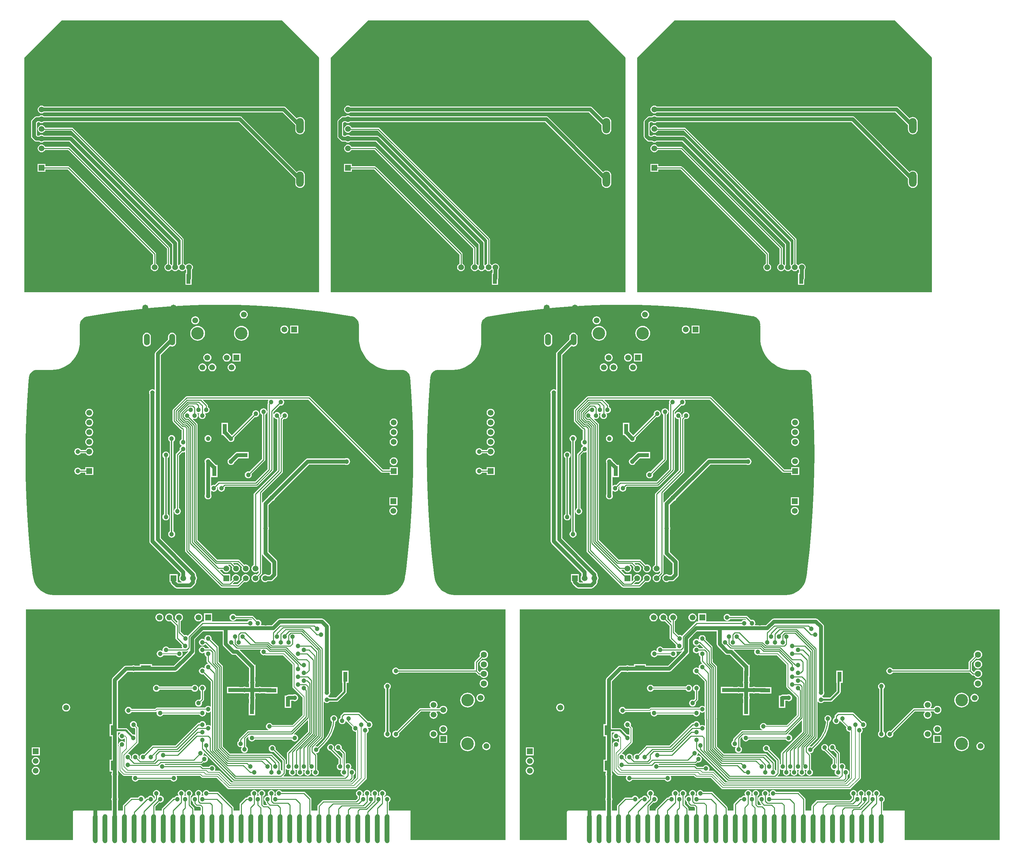
<source format=gbl>
%FSLAX42Y42*%
%MOMM*%
G71*
G01*
G75*
G04 Layer_Physical_Order=2*
G04 Layer_Color=16711680*
%ADD10C,0.20*%
%ADD11R,1.40X1.50*%
%ADD12R,1.50X1.40*%
%ADD13R,1.10X2.60*%
%ADD14R,2.60X1.10*%
%ADD15R,2.79X3.81*%
%ADD16R,2.50X3.00*%
%ADD17O,0.30X1.80*%
%ADD18O,1.80X0.30*%
%ADD19R,1.10X1.30*%
G04:AMPARAMS|DCode=20|XSize=1.3mm|YSize=1.1mm|CornerRadius=0mm|HoleSize=0mm|Usage=FLASHONLY|Rotation=90.000|XOffset=0mm|YOffset=0mm|HoleType=Round|Shape=Octagon|*
%AMOCTAGOND20*
4,1,8,0.28,0.65,-0.28,0.65,-0.55,0.38,-0.55,-0.38,-0.28,-0.65,0.28,-0.65,0.55,-0.38,0.55,0.38,0.28,0.65,0.0*
%
%ADD20OCTAGOND20*%

%ADD21O,0.60X2.20*%
%ADD22R,0.60X1.30*%
%ADD23R,6.30X2.15*%
%ADD24R,3.30X1.40*%
%ADD25R,3.00X2.50*%
%ADD26R,1.40X1.40*%
%ADD27R,1.10X1.40*%
%ADD28R,1.40X1.10*%
%ADD29R,1.70X1.10*%
%ADD30C,0.25*%
%ADD31C,1.00*%
%ADD32C,0.25*%
%ADD33C,0.50*%
%ADD34C,2.00*%
%ADD35C,0.30*%
%ADD36C,0.40*%
%ADD37O,1.27X7.62*%
%ADD38R,1.30X1.10*%
G04:AMPARAMS|DCode=39|XSize=1.3mm|YSize=1.1mm|CornerRadius=0mm|HoleSize=0mm|Usage=FLASHONLY|Rotation=360.000|XOffset=0mm|YOffset=0mm|HoleType=Round|Shape=Octagon|*
%AMOCTAGOND39*
4,1,8,0.65,-0.28,0.65,0.28,0.38,0.55,-0.38,0.55,-0.65,0.28,-0.65,-0.28,-0.38,-0.55,0.38,-0.55,0.65,-0.28,0.0*
%
%ADD39OCTAGOND39*%

%ADD40O,2.60X0.70*%
%ADD41R,1.40X3.30*%
%ADD42R,1.30X0.60*%
%ADD43O,0.60X2.30*%
%ADD44O,2.30X0.70*%
%ADD45O,0.24X1.80*%
%ADD46O,1.80X0.24*%
%ADD47R,0.50X1.00*%
%ADD48C,1.50*%
%ADD49O,2.00X4.00*%
%ADD50R,1.50X1.50*%
%ADD51C,4.50*%
%ADD52C,5.00*%
%ADD53R,1.50X1.50*%
%ADD54C,2.50*%
%ADD55C,3.25*%
%ADD56O,1.50X3.00*%
%ADD57O,3.00X1.50*%
%ADD58C,2.00*%
%ADD59C,1.20*%
%ADD60C,1.27*%
%ADD61C,1.60*%
%ADD62R,2.60X1.10*%
G36*
X20349Y30175D02*
Y24048D01*
X12651D01*
Y30173D01*
X13623Y31145D01*
X19379D01*
X20349Y30175D01*
D02*
G37*
%LPC*%
G36*
X13200Y27397D02*
X13000D01*
Y27196D01*
X13200D01*
Y27257D01*
X13784D01*
X16011Y25030D01*
Y24789D01*
X15999Y24784D01*
X15978Y24768D01*
X15962Y24747D01*
X15952Y24722D01*
X15949Y24696D01*
X15952Y24670D01*
X15962Y24646D01*
X15978Y24625D01*
X15999Y24609D01*
X16024Y24598D01*
X16050Y24595D01*
X16076Y24598D01*
X16101Y24609D01*
X16122Y24625D01*
X16138Y24646D01*
X16148Y24670D01*
X16151Y24696D01*
X16148Y24722D01*
X16138Y24747D01*
X16122Y24768D01*
X16101Y24784D01*
X16089Y24789D01*
Y25046D01*
X16086Y25061D01*
X16077Y25074D01*
X13827Y27324D01*
X13815Y27332D01*
X13800Y27335D01*
X13200D01*
Y27397D01*
D02*
G37*
G36*
X13100Y28922D02*
X13074Y28918D01*
X13049Y28908D01*
X13028Y28892D01*
X13012Y28871D01*
X13002Y28846D01*
X12999Y28820D01*
X13002Y28794D01*
X13012Y28770D01*
X13028Y28749D01*
X13049Y28733D01*
X13074Y28722D01*
X13100Y28719D01*
X13126Y28722D01*
X13151Y28733D01*
X13166Y28744D01*
X19394D01*
X19724Y28415D01*
Y28296D01*
X19728Y28264D01*
X19740Y28233D01*
X19761Y28207D01*
X19787Y28187D01*
X19817Y28174D01*
X19850Y28170D01*
X19883Y28174D01*
X19913Y28187D01*
X19939Y28207D01*
X19960Y28233D01*
X19972Y28264D01*
X19976Y28296D01*
Y28496D01*
X19972Y28529D01*
X19960Y28559D01*
X19939Y28586D01*
X19913Y28606D01*
X19883Y28618D01*
X19850Y28623D01*
X19817Y28618D01*
X19787Y28606D01*
X19765Y28589D01*
X19480Y28874D01*
X19464Y28886D01*
X19451Y28891D01*
X19446Y28894D01*
X19426Y28896D01*
X13166D01*
X13151Y28908D01*
X13126Y28918D01*
X13100Y28922D01*
D02*
G37*
G36*
Y28668D02*
X13074Y28664D01*
X13049Y28654D01*
X13034Y28642D01*
X12970D01*
X12950Y28640D01*
X12943Y28637D01*
X12932Y28632D01*
X12916Y28620D01*
X12846Y28550D01*
X12834Y28534D01*
X12829Y28521D01*
X12827Y28516D01*
X12824Y28496D01*
Y28121D01*
X12827Y28102D01*
X12829Y28096D01*
X12834Y28083D01*
X12846Y28067D01*
X12909Y28004D01*
X12925Y27992D01*
X12933Y27989D01*
X12943Y27985D01*
X12963Y27982D01*
X13034D01*
X13049Y27971D01*
X13074Y27960D01*
X13100Y27957D01*
X13126Y27960D01*
X13151Y27971D01*
X13166Y27982D01*
X13826D01*
X16514Y25295D01*
Y24762D01*
X16506Y24752D01*
X16494D01*
X16482Y24768D01*
X16461Y24784D01*
X16449Y24789D01*
Y25206D01*
X16446Y25221D01*
X16437Y25234D01*
X13839Y27832D01*
X13827Y27840D01*
X13812Y27843D01*
X13193D01*
X13188Y27855D01*
X13172Y27876D01*
X13151Y27892D01*
X13126Y27902D01*
X13100Y27906D01*
X13074Y27902D01*
X13049Y27892D01*
X13028Y27876D01*
X13012Y27855D01*
X13002Y27830D01*
X12999Y27804D01*
X13002Y27778D01*
X13012Y27754D01*
X13028Y27733D01*
X13049Y27717D01*
X13074Y27706D01*
X13100Y27703D01*
X13126Y27706D01*
X13151Y27717D01*
X13172Y27733D01*
X13188Y27754D01*
X13193Y27765D01*
X13796D01*
X16371Y25190D01*
Y24789D01*
X16359Y24784D01*
X16338Y24768D01*
X16322Y24747D01*
X16312Y24722D01*
X16309Y24696D01*
X16312Y24670D01*
X16322Y24646D01*
X16338Y24625D01*
X16359Y24609D01*
X16384Y24598D01*
X16410Y24595D01*
X16436Y24598D01*
X16461Y24609D01*
X16482Y24625D01*
X16494Y24640D01*
X16506D01*
X16518Y24625D01*
X16539Y24609D01*
X16564Y24598D01*
X16590Y24595D01*
X16616Y24598D01*
X16641Y24609D01*
X16662Y24625D01*
X16674Y24640D01*
X16686D01*
X16698Y24625D01*
X16719Y24609D01*
X16744Y24598D01*
X16770Y24595D01*
X16796Y24598D01*
X16821Y24609D01*
X16842Y24625D01*
X16854Y24640D01*
X16866Y24640D01*
X16874Y24630D01*
Y24552D01*
X16855D01*
Y24241D01*
X17015D01*
Y24373D01*
X17016Y24373D01*
X17023Y24392D01*
X17026Y24411D01*
Y24630D01*
X17038Y24646D01*
X17048Y24670D01*
X17051Y24696D01*
X17048Y24722D01*
X17038Y24747D01*
X17022Y24768D01*
X17001Y24784D01*
X16976Y24794D01*
X16950Y24798D01*
X16924Y24794D01*
X16899Y24784D01*
X16878Y24768D01*
X16866Y24752D01*
X16854D01*
X16842Y24768D01*
X16821Y24784D01*
X16809Y24789D01*
Y25426D01*
X16806Y25439D01*
X16806Y25441D01*
X16797Y25454D01*
X13917Y28334D01*
X13905Y28342D01*
X13890Y28345D01*
X13195D01*
X13188Y28363D01*
X13172Y28384D01*
X13151Y28400D01*
X13126Y28410D01*
X13100Y28414D01*
X13074Y28410D01*
X13049Y28400D01*
X13028Y28384D01*
X13012Y28363D01*
X13002Y28338D01*
X12999Y28312D01*
X13002Y28286D01*
X13012Y28262D01*
X13028Y28241D01*
X13049Y28225D01*
X13074Y28214D01*
X13100Y28211D01*
X13126Y28214D01*
X13151Y28225D01*
X13172Y28241D01*
X13188Y28262D01*
X13190Y28267D01*
X13874D01*
X16731Y25410D01*
Y24789D01*
X16719Y24784D01*
X16698Y24768D01*
X16686Y24752D01*
X16674D01*
X16666Y24762D01*
Y25326D01*
X16663Y25346D01*
X16661Y25351D01*
X16656Y25364D01*
X16644Y25380D01*
X13912Y28112D01*
X13896Y28124D01*
X13883Y28129D01*
X13878Y28132D01*
X13858Y28134D01*
X13166D01*
X13151Y28146D01*
X13126Y28156D01*
X13100Y28160D01*
X13074Y28156D01*
X13049Y28146D01*
X13034Y28134D01*
X12995D01*
X12976Y28153D01*
Y28465D01*
X13001Y28490D01*
X13034D01*
X13049Y28479D01*
X13074Y28468D01*
X13100Y28465D01*
X13126Y28468D01*
X13151Y28479D01*
X13166Y28490D01*
X18248D01*
X19724Y27015D01*
Y26896D01*
X19728Y26864D01*
X19740Y26833D01*
X19761Y26807D01*
X19787Y26787D01*
X19817Y26774D01*
X19850Y26770D01*
X19883Y26774D01*
X19913Y26787D01*
X19939Y26807D01*
X19960Y26833D01*
X19972Y26864D01*
X19976Y26896D01*
Y27096D01*
X19972Y27129D01*
X19960Y27159D01*
X19939Y27186D01*
X19913Y27206D01*
X19883Y27218D01*
X19850Y27223D01*
X19817Y27218D01*
X19787Y27206D01*
X19765Y27189D01*
X18334Y28620D01*
X18318Y28632D01*
X18305Y28637D01*
X18300Y28640D01*
X18280Y28642D01*
X13166D01*
X13151Y28654D01*
X13126Y28664D01*
X13100Y28668D01*
D02*
G37*
%LPD*%
G36*
X28349Y30175D02*
Y24048D01*
X20651D01*
Y30173D01*
X21623Y31145D01*
X27379D01*
X28349Y30175D01*
D02*
G37*
%LPC*%
G36*
X21200Y27397D02*
X21000D01*
Y27196D01*
X21200D01*
Y27257D01*
X21784D01*
X24011Y25030D01*
Y24789D01*
X23999Y24784D01*
X23978Y24768D01*
X23962Y24747D01*
X23952Y24722D01*
X23949Y24696D01*
X23952Y24670D01*
X23962Y24646D01*
X23978Y24625D01*
X23999Y24609D01*
X24024Y24598D01*
X24050Y24595D01*
X24076Y24598D01*
X24101Y24609D01*
X24122Y24625D01*
X24138Y24646D01*
X24148Y24670D01*
X24151Y24696D01*
X24148Y24722D01*
X24138Y24747D01*
X24122Y24768D01*
X24101Y24784D01*
X24089Y24789D01*
Y25046D01*
X24086Y25061D01*
X24077Y25074D01*
X21827Y27324D01*
X21815Y27332D01*
X21800Y27335D01*
X21200D01*
Y27397D01*
D02*
G37*
G36*
X21100Y28922D02*
X21074Y28918D01*
X21049Y28908D01*
X21028Y28892D01*
X21012Y28871D01*
X21002Y28846D01*
X20999Y28820D01*
X21002Y28794D01*
X21012Y28770D01*
X21028Y28749D01*
X21049Y28733D01*
X21074Y28722D01*
X21100Y28719D01*
X21126Y28722D01*
X21151Y28733D01*
X21166Y28744D01*
X27394D01*
X27724Y28415D01*
Y28296D01*
X27728Y28264D01*
X27740Y28233D01*
X27761Y28207D01*
X27787Y28187D01*
X27817Y28174D01*
X27850Y28170D01*
X27883Y28174D01*
X27913Y28187D01*
X27939Y28207D01*
X27960Y28233D01*
X27972Y28264D01*
X27976Y28296D01*
Y28496D01*
X27972Y28529D01*
X27960Y28559D01*
X27939Y28586D01*
X27913Y28606D01*
X27883Y28618D01*
X27850Y28623D01*
X27817Y28618D01*
X27787Y28606D01*
X27765Y28589D01*
X27480Y28874D01*
X27464Y28886D01*
X27451Y28891D01*
X27446Y28894D01*
X27426Y28896D01*
X21166D01*
X21151Y28908D01*
X21126Y28918D01*
X21100Y28922D01*
D02*
G37*
G36*
Y28668D02*
X21074Y28664D01*
X21049Y28654D01*
X21034Y28642D01*
X20970D01*
X20950Y28640D01*
X20943Y28637D01*
X20932Y28632D01*
X20916Y28620D01*
X20846Y28550D01*
X20834Y28534D01*
X20829Y28521D01*
X20827Y28516D01*
X20824Y28496D01*
Y28121D01*
X20827Y28102D01*
X20829Y28096D01*
X20834Y28083D01*
X20846Y28067D01*
X20909Y28004D01*
X20925Y27992D01*
X20933Y27989D01*
X20943Y27985D01*
X20963Y27982D01*
X21034D01*
X21049Y27971D01*
X21074Y27960D01*
X21100Y27957D01*
X21126Y27960D01*
X21151Y27971D01*
X21166Y27982D01*
X21826D01*
X24514Y25295D01*
Y24762D01*
X24506Y24752D01*
X24494D01*
X24482Y24768D01*
X24461Y24784D01*
X24449Y24789D01*
Y25206D01*
X24446Y25221D01*
X24437Y25234D01*
X21839Y27832D01*
X21827Y27840D01*
X21812Y27843D01*
X21193D01*
X21188Y27855D01*
X21172Y27876D01*
X21151Y27892D01*
X21126Y27902D01*
X21100Y27906D01*
X21074Y27902D01*
X21049Y27892D01*
X21028Y27876D01*
X21012Y27855D01*
X21002Y27830D01*
X20999Y27804D01*
X21002Y27778D01*
X21012Y27754D01*
X21028Y27733D01*
X21049Y27717D01*
X21074Y27706D01*
X21100Y27703D01*
X21126Y27706D01*
X21151Y27717D01*
X21172Y27733D01*
X21188Y27754D01*
X21193Y27765D01*
X21796D01*
X24371Y25190D01*
Y24789D01*
X24359Y24784D01*
X24338Y24768D01*
X24322Y24747D01*
X24312Y24722D01*
X24309Y24696D01*
X24312Y24670D01*
X24322Y24646D01*
X24338Y24625D01*
X24359Y24609D01*
X24384Y24598D01*
X24410Y24595D01*
X24436Y24598D01*
X24461Y24609D01*
X24482Y24625D01*
X24494Y24640D01*
X24506D01*
X24518Y24625D01*
X24539Y24609D01*
X24564Y24598D01*
X24590Y24595D01*
X24616Y24598D01*
X24641Y24609D01*
X24662Y24625D01*
X24674Y24640D01*
X24686D01*
X24698Y24625D01*
X24719Y24609D01*
X24744Y24598D01*
X24770Y24595D01*
X24796Y24598D01*
X24821Y24609D01*
X24842Y24625D01*
X24854Y24640D01*
X24866Y24640D01*
X24874Y24630D01*
Y24552D01*
X24855D01*
Y24241D01*
X25015D01*
Y24373D01*
X25016Y24373D01*
X25023Y24392D01*
X25026Y24411D01*
Y24630D01*
X25038Y24646D01*
X25048Y24670D01*
X25051Y24696D01*
X25048Y24722D01*
X25038Y24747D01*
X25022Y24768D01*
X25001Y24784D01*
X24976Y24794D01*
X24950Y24798D01*
X24924Y24794D01*
X24899Y24784D01*
X24878Y24768D01*
X24866Y24752D01*
X24854D01*
X24842Y24768D01*
X24821Y24784D01*
X24809Y24789D01*
Y25426D01*
X24806Y25439D01*
X24806Y25441D01*
X24797Y25454D01*
X21917Y28334D01*
X21905Y28342D01*
X21890Y28345D01*
X21195D01*
X21188Y28363D01*
X21172Y28384D01*
X21151Y28400D01*
X21126Y28410D01*
X21100Y28414D01*
X21074Y28410D01*
X21049Y28400D01*
X21028Y28384D01*
X21012Y28363D01*
X21002Y28338D01*
X20999Y28312D01*
X21002Y28286D01*
X21012Y28262D01*
X21028Y28241D01*
X21049Y28225D01*
X21074Y28214D01*
X21100Y28211D01*
X21126Y28214D01*
X21151Y28225D01*
X21172Y28241D01*
X21188Y28262D01*
X21190Y28267D01*
X21874D01*
X24731Y25410D01*
Y24789D01*
X24719Y24784D01*
X24698Y24768D01*
X24686Y24752D01*
X24674D01*
X24666Y24762D01*
Y25326D01*
X24663Y25346D01*
X24661Y25351D01*
X24656Y25364D01*
X24644Y25380D01*
X21912Y28112D01*
X21896Y28124D01*
X21883Y28129D01*
X21878Y28132D01*
X21858Y28134D01*
X21166D01*
X21151Y28146D01*
X21126Y28156D01*
X21100Y28160D01*
X21074Y28156D01*
X21049Y28146D01*
X21034Y28134D01*
X20995D01*
X20976Y28153D01*
Y28465D01*
X21001Y28490D01*
X21034D01*
X21049Y28479D01*
X21074Y28468D01*
X21100Y28465D01*
X21126Y28468D01*
X21151Y28479D01*
X21166Y28490D01*
X26248D01*
X27724Y27015D01*
Y26896D01*
X27728Y26864D01*
X27740Y26833D01*
X27761Y26807D01*
X27787Y26787D01*
X27817Y26774D01*
X27850Y26770D01*
X27883Y26774D01*
X27913Y26787D01*
X27939Y26807D01*
X27960Y26833D01*
X27972Y26864D01*
X27976Y26896D01*
Y27096D01*
X27972Y27129D01*
X27960Y27159D01*
X27939Y27186D01*
X27913Y27206D01*
X27883Y27218D01*
X27850Y27223D01*
X27817Y27218D01*
X27787Y27206D01*
X27765Y27189D01*
X26334Y28620D01*
X26318Y28632D01*
X26305Y28637D01*
X26300Y28640D01*
X26280Y28642D01*
X21166D01*
X21151Y28654D01*
X21126Y28664D01*
X21100Y28668D01*
D02*
G37*
%LPD*%
G36*
X36349Y30175D02*
Y24048D01*
X28651D01*
Y30173D01*
X29623Y31145D01*
X35379D01*
X36349Y30175D01*
D02*
G37*
%LPC*%
G36*
X29200Y27397D02*
X29000D01*
Y27196D01*
X29200D01*
Y27257D01*
X29784D01*
X32011Y25030D01*
Y24789D01*
X31999Y24784D01*
X31978Y24768D01*
X31962Y24747D01*
X31952Y24722D01*
X31949Y24696D01*
X31952Y24670D01*
X31962Y24646D01*
X31978Y24625D01*
X31999Y24609D01*
X32024Y24598D01*
X32050Y24595D01*
X32076Y24598D01*
X32101Y24609D01*
X32122Y24625D01*
X32138Y24646D01*
X32148Y24670D01*
X32151Y24696D01*
X32148Y24722D01*
X32138Y24747D01*
X32122Y24768D01*
X32101Y24784D01*
X32089Y24789D01*
Y25046D01*
X32086Y25061D01*
X32077Y25074D01*
X29827Y27324D01*
X29815Y27332D01*
X29800Y27335D01*
X29200D01*
Y27397D01*
D02*
G37*
G36*
X29100Y28922D02*
X29074Y28918D01*
X29049Y28908D01*
X29028Y28892D01*
X29012Y28871D01*
X29002Y28846D01*
X28999Y28820D01*
X29002Y28794D01*
X29012Y28770D01*
X29028Y28749D01*
X29049Y28733D01*
X29074Y28722D01*
X29100Y28719D01*
X29126Y28722D01*
X29151Y28733D01*
X29166Y28744D01*
X35394D01*
X35724Y28415D01*
Y28296D01*
X35728Y28264D01*
X35740Y28233D01*
X35761Y28207D01*
X35787Y28187D01*
X35817Y28174D01*
X35850Y28170D01*
X35883Y28174D01*
X35913Y28187D01*
X35939Y28207D01*
X35960Y28233D01*
X35972Y28264D01*
X35976Y28296D01*
Y28496D01*
X35972Y28529D01*
X35960Y28559D01*
X35939Y28586D01*
X35913Y28606D01*
X35883Y28618D01*
X35850Y28623D01*
X35817Y28618D01*
X35787Y28606D01*
X35765Y28589D01*
X35480Y28874D01*
X35464Y28886D01*
X35451Y28891D01*
X35446Y28894D01*
X35426Y28896D01*
X29166D01*
X29151Y28908D01*
X29126Y28918D01*
X29100Y28922D01*
D02*
G37*
G36*
Y28668D02*
X29074Y28664D01*
X29049Y28654D01*
X29034Y28642D01*
X28970D01*
X28950Y28640D01*
X28943Y28637D01*
X28932Y28632D01*
X28916Y28620D01*
X28846Y28550D01*
X28834Y28534D01*
X28829Y28521D01*
X28827Y28516D01*
X28824Y28496D01*
Y28121D01*
X28827Y28102D01*
X28829Y28096D01*
X28834Y28083D01*
X28846Y28067D01*
X28909Y28004D01*
X28925Y27992D01*
X28933Y27989D01*
X28943Y27985D01*
X28963Y27982D01*
X29034D01*
X29049Y27971D01*
X29074Y27960D01*
X29100Y27957D01*
X29126Y27960D01*
X29151Y27971D01*
X29166Y27982D01*
X29826D01*
X32514Y25295D01*
Y24762D01*
X32506Y24752D01*
X32494D01*
X32482Y24768D01*
X32461Y24784D01*
X32449Y24789D01*
Y25206D01*
X32446Y25221D01*
X32437Y25234D01*
X29839Y27832D01*
X29827Y27840D01*
X29812Y27843D01*
X29193D01*
X29188Y27855D01*
X29172Y27876D01*
X29151Y27892D01*
X29126Y27902D01*
X29100Y27906D01*
X29074Y27902D01*
X29049Y27892D01*
X29028Y27876D01*
X29012Y27855D01*
X29002Y27830D01*
X28999Y27804D01*
X29002Y27778D01*
X29012Y27754D01*
X29028Y27733D01*
X29049Y27717D01*
X29074Y27706D01*
X29100Y27703D01*
X29126Y27706D01*
X29151Y27717D01*
X29172Y27733D01*
X29188Y27754D01*
X29193Y27765D01*
X29796D01*
X32371Y25190D01*
Y24789D01*
X32359Y24784D01*
X32338Y24768D01*
X32322Y24747D01*
X32312Y24722D01*
X32309Y24696D01*
X32312Y24670D01*
X32322Y24646D01*
X32338Y24625D01*
X32359Y24609D01*
X32384Y24598D01*
X32410Y24595D01*
X32436Y24598D01*
X32461Y24609D01*
X32482Y24625D01*
X32494Y24640D01*
X32506D01*
X32518Y24625D01*
X32539Y24609D01*
X32564Y24598D01*
X32590Y24595D01*
X32616Y24598D01*
X32641Y24609D01*
X32662Y24625D01*
X32674Y24640D01*
X32686D01*
X32698Y24625D01*
X32719Y24609D01*
X32744Y24598D01*
X32770Y24595D01*
X32796Y24598D01*
X32821Y24609D01*
X32842Y24625D01*
X32854Y24640D01*
X32866Y24640D01*
X32874Y24630D01*
Y24552D01*
X32855D01*
Y24241D01*
X33015D01*
Y24373D01*
X33016Y24373D01*
X33023Y24392D01*
X33026Y24411D01*
Y24630D01*
X33038Y24646D01*
X33048Y24670D01*
X33051Y24696D01*
X33048Y24722D01*
X33038Y24747D01*
X33022Y24768D01*
X33001Y24784D01*
X32976Y24794D01*
X32950Y24798D01*
X32924Y24794D01*
X32899Y24784D01*
X32878Y24768D01*
X32866Y24752D01*
X32854D01*
X32842Y24768D01*
X32821Y24784D01*
X32809Y24789D01*
Y25426D01*
X32806Y25439D01*
X32806Y25441D01*
X32797Y25454D01*
X29917Y28334D01*
X29905Y28342D01*
X29890Y28345D01*
X29195D01*
X29188Y28363D01*
X29172Y28384D01*
X29151Y28400D01*
X29126Y28410D01*
X29100Y28414D01*
X29074Y28410D01*
X29049Y28400D01*
X29028Y28384D01*
X29012Y28363D01*
X29002Y28338D01*
X28999Y28312D01*
X29002Y28286D01*
X29012Y28262D01*
X29028Y28241D01*
X29049Y28225D01*
X29074Y28214D01*
X29100Y28211D01*
X29126Y28214D01*
X29151Y28225D01*
X29172Y28241D01*
X29188Y28262D01*
X29190Y28267D01*
X29874D01*
X32731Y25410D01*
Y24789D01*
X32719Y24784D01*
X32698Y24768D01*
X32686Y24752D01*
X32674D01*
X32666Y24762D01*
Y25326D01*
X32663Y25346D01*
X32661Y25351D01*
X32656Y25364D01*
X32644Y25380D01*
X29912Y28112D01*
X29896Y28124D01*
X29883Y28129D01*
X29878Y28132D01*
X29858Y28134D01*
X29166D01*
X29151Y28146D01*
X29126Y28156D01*
X29100Y28160D01*
X29074Y28156D01*
X29049Y28146D01*
X29034Y28134D01*
X28995D01*
X28976Y28153D01*
Y28465D01*
X29002Y28490D01*
X29034D01*
X29049Y28479D01*
X29074Y28468D01*
X29100Y28465D01*
X29126Y28468D01*
X29151Y28479D01*
X29166Y28490D01*
X34248D01*
X35724Y27015D01*
Y26896D01*
X35728Y26864D01*
X35740Y26833D01*
X35761Y26807D01*
X35787Y26787D01*
X35817Y26774D01*
X35850Y26770D01*
X35883Y26774D01*
X35913Y26787D01*
X35939Y26807D01*
X35960Y26833D01*
X35972Y26864D01*
X35976Y26896D01*
Y27096D01*
X35972Y27129D01*
X35960Y27159D01*
X35939Y27186D01*
X35913Y27206D01*
X35883Y27218D01*
X35850Y27223D01*
X35817Y27218D01*
X35787Y27206D01*
X35765Y27189D01*
X34334Y28620D01*
X34318Y28632D01*
X34305Y28637D01*
X34300Y28640D01*
X34280Y28642D01*
X29166D01*
X29151Y28654D01*
X29126Y28664D01*
X29100Y28668D01*
D02*
G37*
%LPD*%
G36*
X18200Y23711D02*
X18646Y23696D01*
X19090Y23671D01*
X19534Y23636D01*
X19977Y23591D01*
X20419Y23537D01*
X20860Y23472D01*
X21178Y23418D01*
D01*
D01*
X21178Y23418D01*
Y23418D01*
D01*
X21178D01*
Y23418D01*
X21183Y23417D01*
Y23417D01*
X21183Y23417D01*
X21208Y23415D01*
X21249Y23402D01*
X21287Y23382D01*
X21321Y23354D01*
X21348Y23321D01*
X21369Y23283D01*
X21381Y23241D01*
X21386Y23198D01*
X21384Y23180D01*
X21384D01*
X21384Y23179D01*
X21384Y23176D01*
X21385Y23171D01*
Y22856D01*
X21385Y22853D01*
X21389Y22773D01*
X21401Y22691D01*
X21422Y22611D01*
X21450Y22533D01*
X21485Y22458D01*
X21528Y22386D01*
X21577Y22320D01*
X21633Y22258D01*
X21694Y22203D01*
X21761Y22153D01*
X21832Y22110D01*
X21907Y22075D01*
X21985Y22047D01*
X22066Y22027D01*
X22148Y22015D01*
X22231Y22011D01*
Y22011D01*
X22250Y22014D01*
X22488D01*
X22488Y22014D01*
X22488D01*
X22492Y22015D01*
X22492Y22014D01*
Y22014D01*
X22508Y22016D01*
X22550Y22012D01*
X22590Y21999D01*
X22628Y21979D01*
X22660Y21952D01*
X22687Y21920D01*
X22707Y21882D01*
X22720Y21842D01*
X22721Y21823D01*
X22721Y21819D01*
X22721Y21814D01*
X22721Y21814D01*
D01*
D01*
D01*
D01*
X22722Y21814D01*
Y21814D01*
X22756Y21327D01*
X22781Y20825D01*
X22797Y20323D01*
X22802Y19821D01*
X22797Y19318D01*
X22781Y18816D01*
X22756Y18315D01*
X22721Y17814D01*
X22675Y17313D01*
X22620Y16814D01*
X22598Y16646D01*
X22597Y16645D01*
X22593Y16628D01*
X22592Y16628D01*
X22591Y16604D01*
X22577Y16534D01*
X22554Y16466D01*
X22522Y16402D01*
X22483Y16343D01*
X22435Y16289D01*
X22382Y16242D01*
X22322Y16202D01*
X22258Y16170D01*
X22190Y16147D01*
X22120Y16133D01*
X22057Y16129D01*
X22056Y16129D01*
Y16129D01*
X22046Y16127D01*
X13434D01*
X13425Y16129D01*
Y16129D01*
X13425Y16129D01*
X13421Y16130D01*
X13421Y16130D01*
X13406Y16130D01*
X13349Y16134D01*
X13278Y16148D01*
X13211Y16171D01*
X13147Y16202D01*
X13087Y16242D01*
X13033Y16289D01*
X12986Y16343D01*
X12946Y16402D01*
X12915Y16467D01*
X12892Y16534D01*
X12878Y16604D01*
X12877Y16611D01*
X12877Y16611D01*
X12874Y16626D01*
X12873Y16627D01*
X12862Y16714D01*
X12806Y17213D01*
X12761Y17713D01*
X12726Y18214D01*
X12700Y18716D01*
X12685Y19218D01*
X12680Y19720D01*
X12685Y20223D01*
X12700Y20725D01*
X12726Y21226D01*
X12761Y21728D01*
X12768Y21804D01*
X12770Y21817D01*
X12771Y21817D01*
X12774Y21842D01*
X12786Y21883D01*
X12806Y21920D01*
X12833Y21953D01*
X12867Y21981D01*
X12904Y22001D01*
X12945Y22013D01*
X12981Y22017D01*
X12988Y22015D01*
X13358D01*
X13362Y22014D01*
Y22014D01*
X13445Y22019D01*
X13527Y22033D01*
X13606Y22056D01*
X13683Y22087D01*
X13755Y22128D01*
X13823Y22176D01*
X13885Y22231D01*
X13940Y22293D01*
X13988Y22360D01*
X14028Y22433D01*
X14060Y22509D01*
X14083Y22589D01*
X14096Y22671D01*
X14101Y22753D01*
X14101D01*
Y23174D01*
X14101Y23174D01*
X14101Y23174D01*
Y23174D01*
X14101Y23177D01*
X14101Y23178D01*
X14101D01*
X14100Y23190D01*
X14104Y23233D01*
X14117Y23275D01*
X14137Y23313D01*
X14164Y23346D01*
X14198Y23374D01*
X14236Y23394D01*
X14277Y23407D01*
X14278Y23407D01*
X14278Y23407D01*
X14289Y23409D01*
X14291Y23411D01*
X14650Y23472D01*
X15091Y23537D01*
X15533Y23591D01*
X15976Y23636D01*
X16420Y23671D01*
X16864Y23696D01*
X17310Y23711D01*
X17755Y23716D01*
X18200Y23711D01*
D02*
G37*
%LPC*%
G36*
X22296Y20239D02*
X22268Y20236D01*
X22243Y20225D01*
X22221Y20208D01*
X22204Y20186D01*
X22194Y20161D01*
X22190Y20133D01*
X22194Y20106D01*
X22204Y20080D01*
X22221Y20058D01*
X22243Y20042D01*
X22268Y20031D01*
X22296Y20027D01*
X22323Y20031D01*
X22349Y20042D01*
X22371Y20058D01*
X22388Y20080D01*
X22398Y20106D01*
X22402Y20133D01*
X22398Y20161D01*
X22388Y20186D01*
X22371Y20208D01*
X22349Y20225D01*
X22323Y20236D01*
X22296Y20239D01*
D02*
G37*
G36*
X17446Y20312D02*
X17422Y20309D01*
X17400Y20300D01*
X17382Y20285D01*
X17367Y20267D01*
X17358Y20245D01*
X17355Y20221D01*
X17358Y20198D01*
X17367Y20176D01*
X17382Y20157D01*
X17400Y20143D01*
X17422Y20134D01*
X17446Y20131D01*
X17469Y20134D01*
X17491Y20143D01*
X17510Y20157D01*
X17524Y20176D01*
X17534Y20198D01*
X17537Y20221D01*
X17534Y20245D01*
X17524Y20267D01*
X17510Y20285D01*
X17491Y20300D01*
X17469Y20309D01*
X17446Y20312D01*
D02*
G37*
G36*
X14346Y20239D02*
X14318Y20236D01*
X14293Y20225D01*
X14271Y20208D01*
X14254Y20186D01*
X14244Y20161D01*
X14240Y20133D01*
X14244Y20106D01*
X14254Y20080D01*
X14271Y20058D01*
X14293Y20042D01*
X14318Y20031D01*
X14346Y20027D01*
X14373Y20031D01*
X14399Y20042D01*
X14421Y20058D01*
X14438Y20080D01*
X14448Y20106D01*
X14452Y20133D01*
X14448Y20161D01*
X14438Y20186D01*
X14421Y20208D01*
X14399Y20225D01*
X14373Y20236D01*
X14346Y20239D01*
D02*
G37*
G36*
Y19985D02*
X14318Y19982D01*
X14293Y19971D01*
X14271Y19954D01*
X14254Y19932D01*
X14250Y19923D01*
X14125D01*
X14124Y19925D01*
X14110Y19943D01*
X14091Y19958D01*
X14069Y19967D01*
X14046Y19970D01*
X14022Y19967D01*
X14000Y19958D01*
X13982Y19943D01*
X13967Y19925D01*
X13958Y19903D01*
X13955Y19879D01*
X13958Y19856D01*
X13967Y19834D01*
X13982Y19815D01*
X14000Y19801D01*
X14022Y19792D01*
X14046Y19789D01*
X14069Y19792D01*
X14091Y19801D01*
X14110Y19815D01*
X14124Y19834D01*
X14125Y19836D01*
X14250D01*
X14254Y19826D01*
X14271Y19804D01*
X14293Y19788D01*
X14318Y19777D01*
X14346Y19773D01*
X14373Y19777D01*
X14399Y19788D01*
X14421Y19804D01*
X14438Y19826D01*
X14448Y19852D01*
X14452Y19879D01*
X14448Y19907D01*
X14438Y19932D01*
X14421Y19954D01*
X14399Y19971D01*
X14373Y19982D01*
X14346Y19985D01*
D02*
G37*
G36*
Y20747D02*
X14318Y20744D01*
X14293Y20733D01*
X14271Y20716D01*
X14254Y20694D01*
X14244Y20669D01*
X14240Y20641D01*
X14244Y20614D01*
X14254Y20588D01*
X14271Y20566D01*
X14293Y20550D01*
X14318Y20539D01*
X14346Y20535D01*
X14373Y20539D01*
X14399Y20550D01*
X14421Y20566D01*
X14438Y20588D01*
X14448Y20614D01*
X14452Y20641D01*
X14448Y20669D01*
X14438Y20694D01*
X14421Y20716D01*
X14399Y20733D01*
X14373Y20744D01*
X14346Y20747D01*
D02*
G37*
G36*
X22296D02*
X22268Y20744D01*
X22243Y20733D01*
X22221Y20716D01*
X22204Y20694D01*
X22194Y20669D01*
X22190Y20641D01*
X22194Y20614D01*
X22204Y20588D01*
X22221Y20566D01*
X22243Y20550D01*
X22268Y20539D01*
X22296Y20535D01*
X22323Y20539D01*
X22349Y20550D01*
X22371Y20566D01*
X22388Y20588D01*
X22398Y20614D01*
X22402Y20641D01*
X22398Y20669D01*
X22388Y20694D01*
X22371Y20716D01*
X22349Y20733D01*
X22323Y20744D01*
X22296Y20747D01*
D02*
G37*
G36*
X14346Y20493D02*
X14318Y20490D01*
X14293Y20479D01*
X14271Y20462D01*
X14254Y20440D01*
X14244Y20415D01*
X14240Y20387D01*
X14244Y20360D01*
X14254Y20334D01*
X14271Y20312D01*
X14293Y20296D01*
X14318Y20285D01*
X14346Y20281D01*
X14373Y20285D01*
X14399Y20296D01*
X14421Y20312D01*
X14438Y20334D01*
X14448Y20360D01*
X14452Y20387D01*
X14448Y20415D01*
X14438Y20440D01*
X14421Y20462D01*
X14399Y20479D01*
X14373Y20490D01*
X14346Y20493D01*
D02*
G37*
G36*
X22296D02*
X22268Y20490D01*
X22243Y20479D01*
X22221Y20462D01*
X22204Y20440D01*
X22194Y20415D01*
X22190Y20387D01*
X22194Y20360D01*
X22204Y20334D01*
X22221Y20312D01*
X22243Y20296D01*
X22268Y20285D01*
X22296Y20281D01*
X22323Y20285D01*
X22349Y20296D01*
X22371Y20312D01*
X22388Y20334D01*
X22398Y20360D01*
X22402Y20387D01*
X22398Y20415D01*
X22388Y20440D01*
X22371Y20462D01*
X22349Y20479D01*
X22323Y20490D01*
X22296Y20493D01*
D02*
G37*
G36*
X22288Y18435D02*
X22260Y18432D01*
X22235Y18421D01*
X22213Y18404D01*
X22196Y18382D01*
X22186Y18357D01*
X22182Y18329D01*
X22186Y18302D01*
X22196Y18276D01*
X22213Y18254D01*
X22235Y18238D01*
X22260Y18227D01*
X22288Y18223D01*
X22315Y18227D01*
X22341Y18238D01*
X22363Y18254D01*
X22380Y18276D01*
X22390Y18302D01*
X22394Y18329D01*
X22390Y18357D01*
X22380Y18382D01*
X22363Y18404D01*
X22341Y18421D01*
X22315Y18432D01*
X22288Y18435D01*
D02*
G37*
G36*
X22393Y18688D02*
X22183D01*
Y18478D01*
X22393D01*
Y18688D01*
D02*
G37*
G36*
X16496Y20312D02*
X16472Y20309D01*
X16450Y20300D01*
X16432Y20285D01*
X16417Y20267D01*
X16408Y20245D01*
X16405Y20221D01*
X16408Y20198D01*
X16417Y20176D01*
X16432Y20157D01*
X16450Y20143D01*
Y17800D01*
X16432Y17785D01*
X16417Y17767D01*
X16408Y17745D01*
X16405Y17721D01*
X16408Y17698D01*
X16417Y17676D01*
X16432Y17657D01*
X16450Y17643D01*
X16472Y17634D01*
X16496Y17631D01*
X16519Y17634D01*
X16541Y17643D01*
X16560Y17657D01*
X16574Y17676D01*
X16584Y17698D01*
X16587Y17721D01*
X16584Y17745D01*
X16574Y17767D01*
X16560Y17785D01*
X16542Y17800D01*
Y20143D01*
X16560Y20157D01*
X16574Y20176D01*
X16584Y20198D01*
X16587Y20221D01*
X16584Y20245D01*
X16574Y20267D01*
X16560Y20285D01*
X16541Y20300D01*
X16519Y20309D01*
X16496Y20312D01*
D02*
G37*
G36*
X16346Y19882D02*
X16322Y19879D01*
X16300Y19870D01*
X16282Y19855D01*
X16267Y19837D01*
X16258Y19815D01*
X16255Y19791D01*
X16258Y19768D01*
X16267Y19746D01*
X16282Y19727D01*
X16300Y19713D01*
Y18250D01*
X16282Y18235D01*
X16267Y18217D01*
X16258Y18195D01*
X16255Y18171D01*
X16258Y18148D01*
X16267Y18126D01*
X16282Y18107D01*
X16300Y18093D01*
X16322Y18084D01*
X16346Y18081D01*
X16369Y18084D01*
X16391Y18093D01*
X16410Y18107D01*
X16424Y18126D01*
X16434Y18148D01*
X16437Y18171D01*
X16434Y18195D01*
X16424Y18217D01*
X16410Y18235D01*
X16392Y18250D01*
Y19713D01*
X16410Y19727D01*
X16424Y19746D01*
X16434Y19768D01*
X16437Y19791D01*
X16434Y19815D01*
X16424Y19837D01*
X16410Y19855D01*
X16391Y19870D01*
X16369Y19879D01*
X16346Y19882D01*
D02*
G37*
G36*
X22296Y19731D02*
X22268Y19728D01*
X22243Y19717D01*
X22221Y19700D01*
X22204Y19678D01*
X22194Y19653D01*
X22190Y19625D01*
X22194Y19598D01*
X22204Y19572D01*
X22221Y19550D01*
X22243Y19534D01*
X22268Y19523D01*
X22296Y19519D01*
X22323Y19523D01*
X22349Y19534D01*
X22371Y19550D01*
X22388Y19572D01*
X22398Y19598D01*
X22402Y19625D01*
X22398Y19653D01*
X22388Y19678D01*
X22371Y19700D01*
X22349Y19717D01*
X22323Y19728D01*
X22296Y19731D01*
D02*
G37*
G36*
X18506Y19871D02*
X18186D01*
Y19863D01*
X18170Y19856D01*
X18154Y19843D01*
X18017Y19707D01*
X18000Y19700D01*
X17982Y19685D01*
X17967Y19667D01*
X17958Y19645D01*
X17955Y19621D01*
X17958Y19598D01*
X17967Y19576D01*
X17982Y19557D01*
X18000Y19543D01*
X18022Y19534D01*
X18046Y19531D01*
X18069Y19534D01*
X18091Y19543D01*
X18110Y19557D01*
X18124Y19576D01*
X18131Y19593D01*
X18240Y19701D01*
X18506D01*
Y19871D01*
D02*
G37*
G36*
X20086Y21325D02*
X16887D01*
X16870Y21322D01*
X16856Y21312D01*
X16533Y20989D01*
X16524Y20975D01*
X16521Y20959D01*
Y20684D01*
X16521Y20684D01*
X16521D01*
X16524Y20667D01*
X16533Y20653D01*
X16728Y20459D01*
X16728Y20459D01*
X16728D01*
X16728Y20459D01*
X16728D01*
X16728Y20459D01*
Y20459D01*
Y20459D01*
D01*
D01*
X16728D01*
Y20459D01*
X16742Y20449D01*
X16752Y20447D01*
Y20201D01*
X16750Y20200D01*
X16732Y20185D01*
X16717Y20167D01*
X16708Y20145D01*
X16705Y20121D01*
X16708Y20098D01*
X16717Y20076D01*
X16732Y20057D01*
X16750Y20043D01*
X16756Y20040D01*
Y20027D01*
X16750Y20025D01*
X16732Y20010D01*
X16717Y19992D01*
X16708Y19970D01*
X16705Y19946D01*
X16708Y19923D01*
X16709Y19921D01*
X16615Y19827D01*
X16606Y19813D01*
X16602Y19796D01*
Y18401D01*
X16600Y18400D01*
X16582Y18385D01*
X16567Y18367D01*
X16558Y18345D01*
X16555Y18321D01*
X16558Y18298D01*
X16567Y18276D01*
X16582Y18257D01*
X16600Y18243D01*
X16622Y18234D01*
X16646Y18231D01*
X16669Y18234D01*
X16691Y18243D01*
X16710Y18257D01*
X16724Y18276D01*
X16734Y18298D01*
X16737Y18321D01*
X16734Y18345D01*
X16724Y18367D01*
X16710Y18385D01*
X16691Y18400D01*
X16689Y18401D01*
Y19778D01*
X16770Y19859D01*
X16772Y19859D01*
X16796Y19856D01*
X16819Y19859D01*
X16839Y19867D01*
X16850Y19860D01*
Y17284D01*
X16850Y17284D01*
X16850D01*
X16853Y17267D01*
X16863Y17253D01*
X17776Y16339D01*
X17791Y16330D01*
X17807Y16326D01*
X18227D01*
X18244Y16330D01*
X18258Y16339D01*
X18258Y16339D01*
X18258Y16339D01*
X18392Y16473D01*
X18401Y16469D01*
X18429Y16465D01*
X18456Y16469D01*
X18482Y16480D01*
X18504Y16496D01*
X18521Y16518D01*
X18531Y16544D01*
X18535Y16571D01*
X18531Y16599D01*
X18521Y16624D01*
X18504Y16646D01*
X18482Y16663D01*
X18456Y16674D01*
X18429Y16677D01*
X18401Y16674D01*
X18376Y16663D01*
X18354Y16646D01*
X18337Y16624D01*
X18327Y16599D01*
X18323Y16571D01*
X18327Y16544D01*
X18330Y16534D01*
X18209Y16413D01*
X18095D01*
X18090Y16425D01*
X18138Y16473D01*
X18147Y16469D01*
X18175Y16465D01*
X18202Y16469D01*
X18228Y16480D01*
X18250Y16496D01*
X18267Y16518D01*
X18277Y16544D01*
X18281Y16571D01*
X18277Y16599D01*
X18267Y16624D01*
X18250Y16646D01*
X18228Y16663D01*
X18202Y16674D01*
X18175Y16677D01*
X18147Y16674D01*
X18122Y16663D01*
X18100Y16646D01*
X18083Y16624D01*
X18073Y16599D01*
X18069Y16571D01*
X18073Y16544D01*
X18076Y16534D01*
X18038Y16496D01*
X18026Y16500D01*
Y16676D01*
X17860D01*
X17761Y16776D01*
X17766Y16788D01*
X17823D01*
X17829Y16772D01*
X17846Y16750D01*
X17868Y16734D01*
X17893Y16723D01*
X17921Y16719D01*
X17948Y16723D01*
X17974Y16734D01*
X17996Y16750D01*
X18013Y16772D01*
X18023Y16798D01*
X18027Y16825D01*
X18023Y16853D01*
X18013Y16878D01*
X17996Y16900D01*
X17974Y16917D01*
X17975Y16922D01*
X18017D01*
X18076Y16862D01*
X18073Y16853D01*
X18069Y16825D01*
X18073Y16798D01*
X18083Y16772D01*
X18100Y16750D01*
X18122Y16734D01*
X18147Y16723D01*
X18175Y16719D01*
X18202Y16723D01*
X18228Y16734D01*
X18250Y16750D01*
X18267Y16772D01*
X18277Y16798D01*
X18281Y16825D01*
X18277Y16853D01*
X18267Y16878D01*
X18250Y16900D01*
X18228Y16917D01*
X18202Y16928D01*
X18175Y16931D01*
X18147Y16928D01*
X18138Y16924D01*
X18104Y16957D01*
X18109Y16969D01*
X18223D01*
X18330Y16862D01*
X18327Y16853D01*
X18323Y16825D01*
X18327Y16798D01*
X18337Y16772D01*
X18354Y16750D01*
X18376Y16734D01*
X18401Y16723D01*
X18429Y16719D01*
X18456Y16723D01*
X18482Y16734D01*
X18504Y16750D01*
X18521Y16772D01*
X18531Y16798D01*
X18535Y16825D01*
X18531Y16853D01*
X18521Y16878D01*
X18504Y16900D01*
X18482Y16917D01*
X18456Y16928D01*
X18429Y16931D01*
X18401Y16928D01*
X18392Y16924D01*
X18272Y17043D01*
X18258Y17053D01*
X18241Y17056D01*
X17687D01*
X17174Y17569D01*
Y20587D01*
X17171Y20603D01*
X17161Y20617D01*
X17049Y20730D01*
X17056Y20740D01*
X17072Y20734D01*
X17096Y20731D01*
X17119Y20734D01*
X17141Y20743D01*
X17160Y20757D01*
X17174Y20776D01*
X17184Y20798D01*
X17187Y20821D01*
X17184Y20845D01*
X17174Y20867D01*
X17170Y20872D01*
X17177Y20883D01*
X17196Y20881D01*
X17215Y20883D01*
X17221Y20872D01*
X17217Y20867D01*
X17208Y20845D01*
X17205Y20821D01*
X17208Y20798D01*
X17217Y20776D01*
X17232Y20757D01*
X17250Y20743D01*
X17272Y20734D01*
X17296Y20731D01*
X17319Y20734D01*
X17341Y20743D01*
X17360Y20757D01*
X17374Y20776D01*
X17384Y20798D01*
X17387Y20821D01*
X17384Y20845D01*
X17374Y20867D01*
X17370Y20872D01*
X17377Y20883D01*
X17396Y20881D01*
X17419Y20884D01*
X17441Y20893D01*
X17460Y20907D01*
X17474Y20926D01*
X17484Y20948D01*
X17487Y20971D01*
X17484Y20995D01*
X17474Y21017D01*
X17460Y21035D01*
X17441Y21050D01*
X17439Y21051D01*
Y21081D01*
X17436Y21098D01*
X17427Y21112D01*
X17313Y21226D01*
X17318Y21238D01*
X19019D01*
X19025Y21226D01*
X19017Y21217D01*
X19008Y21195D01*
X19005Y21171D01*
X19008Y21148D01*
X19009Y21145D01*
X19002Y21134D01*
X18998Y21117D01*
Y20930D01*
X18986Y20929D01*
X18984Y20945D01*
X18974Y20967D01*
X18960Y20985D01*
X18941Y21000D01*
X18919Y21009D01*
X18896Y21012D01*
X18872Y21009D01*
X18850Y21000D01*
X18832Y20985D01*
X18817Y20967D01*
X18808Y20945D01*
X18805Y20921D01*
X18808Y20898D01*
X18817Y20876D01*
X18832Y20857D01*
X18850Y20843D01*
X18852Y20842D01*
Y19689D01*
X18521Y19358D01*
X18519Y19359D01*
X18496Y19362D01*
X18472Y19359D01*
X18450Y19350D01*
X18432Y19335D01*
X18417Y19317D01*
X18408Y19295D01*
X18405Y19271D01*
X18408Y19248D01*
X18417Y19226D01*
X18432Y19207D01*
X18450Y19193D01*
X18472Y19184D01*
X18496Y19181D01*
X18519Y19184D01*
X18541Y19193D01*
X18560Y19207D01*
X18574Y19226D01*
X18584Y19248D01*
X18587Y19271D01*
X18584Y19295D01*
X18583Y19297D01*
X18927Y19640D01*
X18936Y19655D01*
X18939Y19671D01*
X18939Y19671D01*
X18939Y19671D01*
Y19671D01*
Y20842D01*
X18941Y20843D01*
X18960Y20857D01*
X18974Y20876D01*
X18984Y20898D01*
X18986Y20914D01*
X18998Y20913D01*
Y19422D01*
X18678Y19102D01*
X17733D01*
X17719Y19099D01*
X17717Y19099D01*
X17702Y19089D01*
X17621Y19008D01*
X17619Y19009D01*
X17596Y19012D01*
X17572Y19009D01*
X17550Y19000D01*
X17538Y18990D01*
X17527Y18996D01*
Y19211D01*
X17696D01*
Y19531D01*
X17650D01*
X17531Y19650D01*
X17524Y19667D01*
X17510Y19685D01*
X17491Y19700D01*
X17469Y19709D01*
X17446Y19712D01*
X17422Y19709D01*
X17400Y19700D01*
X17382Y19685D01*
X17367Y19667D01*
X17358Y19645D01*
X17355Y19621D01*
X17358Y19598D01*
X17365Y19581D01*
Y18762D01*
X17358Y18745D01*
X17355Y18721D01*
X17358Y18698D01*
X17367Y18676D01*
X17382Y18657D01*
X17400Y18643D01*
X17422Y18634D01*
X17446Y18631D01*
X17469Y18634D01*
X17491Y18643D01*
X17510Y18657D01*
X17524Y18676D01*
X17534Y18698D01*
X17537Y18721D01*
X17534Y18745D01*
X17527Y18762D01*
Y18847D01*
X17538Y18852D01*
X17550Y18843D01*
X17572Y18834D01*
X17596Y18831D01*
X17619Y18834D01*
X17641Y18843D01*
X17660Y18857D01*
X17674Y18876D01*
X17684Y18898D01*
X17687Y18921D01*
X17684Y18945D01*
X17683Y18947D01*
X17704Y18968D01*
X17715Y18961D01*
X17708Y18945D01*
X17705Y18921D01*
X17708Y18898D01*
X17717Y18876D01*
X17732Y18857D01*
X17750Y18843D01*
X17772Y18834D01*
X17796Y18831D01*
X17819Y18834D01*
X17841Y18843D01*
X17860Y18857D01*
X17874Y18876D01*
X17884Y18898D01*
X17887Y18921D01*
X17884Y18945D01*
X17883Y18947D01*
X17904Y18968D01*
X18716D01*
X18732Y18971D01*
X18747Y18980D01*
X18747Y18980D01*
X18747Y18980D01*
X19139Y19373D01*
X19149Y19387D01*
X19149Y19390D01*
X19152Y19404D01*
Y20780D01*
X19164Y20783D01*
X19167Y20776D01*
X19182Y20757D01*
X19200Y20743D01*
X19222Y20734D01*
X19246Y20730D01*
X19254Y20723D01*
Y19400D01*
X18652Y18798D01*
X18643Y18783D01*
X18639Y18767D01*
Y16921D01*
X18630Y16917D01*
X18608Y16900D01*
X18591Y16878D01*
X18581Y16853D01*
X18577Y16825D01*
X18581Y16798D01*
X18591Y16772D01*
X18608Y16750D01*
X18630Y16734D01*
X18655Y16723D01*
X18683Y16719D01*
X18710Y16723D01*
X18736Y16734D01*
X18758Y16750D01*
X18760Y16754D01*
X18772Y16750D01*
Y16722D01*
X18720Y16670D01*
X18710Y16674D01*
X18683Y16677D01*
X18655Y16674D01*
X18630Y16663D01*
X18608Y16646D01*
X18591Y16624D01*
X18581Y16599D01*
X18577Y16571D01*
X18581Y16544D01*
X18591Y16518D01*
X18608Y16496D01*
X18630Y16480D01*
X18655Y16469D01*
X18683Y16465D01*
X18710Y16469D01*
X18736Y16480D01*
X18758Y16496D01*
X18775Y16518D01*
X18785Y16544D01*
X18789Y16571D01*
X18785Y16599D01*
X18781Y16608D01*
X18847Y16673D01*
X18856Y16688D01*
X18857Y16690D01*
X18859Y16704D01*
Y17188D01*
X18872Y17191D01*
X18876Y17181D01*
X18889Y17164D01*
X19095Y16958D01*
Y16695D01*
X19052Y16652D01*
X19004D01*
X18990Y16663D01*
X18964Y16674D01*
X18937Y16677D01*
X18909Y16674D01*
X18884Y16663D01*
X18862Y16646D01*
X18845Y16624D01*
X18835Y16599D01*
X18831Y16571D01*
X18835Y16544D01*
X18845Y16518D01*
X18862Y16496D01*
X18884Y16480D01*
X18909Y16469D01*
X18937Y16465D01*
X18964Y16469D01*
X18990Y16480D01*
X19004Y16491D01*
X19086D01*
X19107Y16493D01*
X19126Y16501D01*
X19143Y16514D01*
X19233Y16604D01*
X19246Y16621D01*
X19254Y16640D01*
X19257Y16661D01*
Y16991D01*
X19254Y17012D01*
X19246Y17032D01*
X19233Y17048D01*
X19027Y17255D01*
Y17831D01*
X19034Y17848D01*
X19037Y17871D01*
X19034Y17895D01*
X19027Y17912D01*
Y18481D01*
X19134Y18589D01*
X19151Y18596D01*
X19170Y18611D01*
X19184Y18629D01*
X19191Y18646D01*
X20086Y19541D01*
X21025D01*
X21042Y19534D01*
X21066Y19531D01*
X21089Y19534D01*
X21111Y19543D01*
X21130Y19557D01*
X21144Y19576D01*
X21154Y19598D01*
X21157Y19621D01*
X21154Y19645D01*
X21144Y19667D01*
X21130Y19685D01*
X21111Y19700D01*
X21089Y19709D01*
X21066Y19712D01*
X21042Y19709D01*
X21025Y19702D01*
X20052D01*
X20031Y19699D01*
X20012Y19691D01*
X19995Y19678D01*
X19077Y18760D01*
X19060Y18753D01*
X19042Y18739D01*
X19027Y18720D01*
X19020Y18703D01*
X18889Y18572D01*
X18876Y18555D01*
X18872Y18545D01*
X18859Y18548D01*
Y18793D01*
X19387Y19320D01*
X19396Y19335D01*
X19397Y19337D01*
X19399Y19351D01*
Y20713D01*
X19420Y20734D01*
X19422Y20734D01*
X19446Y20731D01*
X19469Y20734D01*
X19491Y20743D01*
X19510Y20757D01*
X19524Y20776D01*
X19534Y20798D01*
X19537Y20821D01*
X19534Y20845D01*
X19524Y20867D01*
X19510Y20885D01*
X19491Y20900D01*
X19469Y20909D01*
X19446Y20912D01*
X19422Y20909D01*
X19400Y20900D01*
X19382Y20885D01*
X19367Y20867D01*
X19358Y20845D01*
X19355Y20821D01*
X19358Y20798D01*
X19359Y20796D01*
X19349Y20786D01*
X19337Y20788D01*
X19332Y20795D01*
X19334Y20798D01*
X19337Y20821D01*
X19334Y20845D01*
X19324Y20867D01*
X19310Y20885D01*
X19291Y20900D01*
X19269Y20909D01*
X19246Y20912D01*
X19222Y20909D01*
X19200Y20900D01*
X19182Y20885D01*
X19167Y20867D01*
X19164Y20860D01*
X19152Y20862D01*
Y20916D01*
X19320Y21084D01*
X19322Y21084D01*
X19346Y21081D01*
X19369Y21084D01*
X19391Y21093D01*
X19410Y21107D01*
X19424Y21126D01*
X19434Y21148D01*
X19437Y21171D01*
X19434Y21195D01*
X19424Y21217D01*
X19410Y21235D01*
X19411Y21238D01*
X20068D01*
X21965Y19340D01*
X21979Y19331D01*
X21996Y19328D01*
X22191D01*
Y19266D01*
X22401D01*
Y19476D01*
X22191D01*
Y19415D01*
X22014D01*
X20117Y21312D01*
X20102Y21322D01*
X20086Y21325D01*
D02*
G37*
G36*
X14451Y19476D02*
X14241D01*
Y19415D01*
X14125D01*
X14124Y19417D01*
X14110Y19435D01*
X14091Y19450D01*
X14069Y19459D01*
X14046Y19462D01*
X14022Y19459D01*
X14000Y19450D01*
X13982Y19435D01*
X13967Y19417D01*
X13958Y19395D01*
X13955Y19371D01*
X13958Y19348D01*
X13967Y19326D01*
X13982Y19307D01*
X14000Y19293D01*
X14022Y19284D01*
X14046Y19281D01*
X14069Y19284D01*
X14091Y19293D01*
X14110Y19307D01*
X14124Y19326D01*
X14125Y19328D01*
X14241D01*
Y19266D01*
X14451D01*
Y19476D01*
D02*
G37*
G36*
X17174Y23165D02*
X17137Y23161D01*
X17100Y23150D01*
X17067Y23132D01*
X17038Y23108D01*
X17013Y23079D01*
X16996Y23045D01*
X16985Y23009D01*
X16981Y22971D01*
X16985Y22934D01*
X16996Y22897D01*
X17013Y22864D01*
X17038Y22835D01*
X17067Y22810D01*
X17100Y22793D01*
X17137Y22782D01*
X17174Y22778D01*
X17212Y22782D01*
X17248Y22793D01*
X17282Y22810D01*
X17311Y22835D01*
X17335Y22864D01*
X17353Y22897D01*
X17364Y22934D01*
X17368Y22971D01*
X17364Y23009D01*
X17353Y23045D01*
X17335Y23079D01*
X17311Y23108D01*
X17282Y23132D01*
X17248Y23150D01*
X17212Y23161D01*
X17174Y23165D01*
D02*
G37*
G36*
X18317D02*
X18280Y23161D01*
X18243Y23150D01*
X18210Y23132D01*
X18181Y23108D01*
X18156Y23079D01*
X18139Y23045D01*
X18128Y23009D01*
X18124Y22971D01*
X18128Y22934D01*
X18139Y22897D01*
X18156Y22864D01*
X18181Y22835D01*
X18210Y22810D01*
X18243Y22793D01*
X18280Y22782D01*
X18317Y22778D01*
X18355Y22782D01*
X18391Y22793D01*
X18425Y22810D01*
X18454Y22835D01*
X18478Y22864D01*
X18496Y22897D01*
X18507Y22934D01*
X18511Y22971D01*
X18507Y23009D01*
X18496Y23045D01*
X18478Y23079D01*
X18454Y23108D01*
X18425Y23132D01*
X18391Y23150D01*
X18355Y23161D01*
X18317Y23165D01*
D02*
G37*
G36*
X15847Y22986D02*
X15820Y22983D01*
X15794Y22972D01*
X15772Y22955D01*
X15756Y22933D01*
X15745Y22908D01*
X15741Y22880D01*
Y22730D01*
X15745Y22703D01*
X15756Y22677D01*
X15772Y22655D01*
X15794Y22639D01*
X15820Y22628D01*
X15847Y22624D01*
X15875Y22628D01*
X15900Y22639D01*
X15922Y22655D01*
X15939Y22677D01*
X15950Y22703D01*
X15953Y22730D01*
Y22880D01*
X15950Y22908D01*
X15939Y22933D01*
X15922Y22955D01*
X15900Y22972D01*
X15875Y22983D01*
X15847Y22986D01*
D02*
G37*
G36*
X16508D02*
X16480Y22983D01*
X16455Y22972D01*
X16433Y22955D01*
X16416Y22933D01*
X16405Y22908D01*
X16402Y22880D01*
Y22813D01*
X16079Y22490D01*
X16066Y22474D01*
X16058Y22454D01*
X16055Y22433D01*
Y21504D01*
X16044Y21498D01*
X16041Y21500D01*
X16019Y21509D01*
X15996Y21512D01*
X15972Y21509D01*
X15950Y21500D01*
X15932Y21485D01*
X15917Y21467D01*
X15908Y21445D01*
X15905Y21421D01*
X15908Y21398D01*
X15915Y21381D01*
Y17531D01*
X15915Y17531D01*
X15915D01*
X15918Y17510D01*
X15926Y17491D01*
X15939Y17474D01*
X16719Y16694D01*
Y16639D01*
X16708Y16624D01*
X16698Y16599D01*
X16694Y16571D01*
X16698Y16544D01*
X16708Y16518D01*
X16725Y16496D01*
X16747Y16480D01*
X16759Y16474D01*
X16757Y16462D01*
X16669D01*
X16651Y16480D01*
Y16676D01*
X16441D01*
Y16466D01*
X16466D01*
X16468Y16450D01*
X16476Y16431D01*
X16489Y16414D01*
X16579Y16324D01*
X16595Y16311D01*
X16615Y16303D01*
X16636Y16301D01*
X16974D01*
X16995Y16303D01*
X17014Y16311D01*
X17031Y16324D01*
X17031Y16324D01*
X17031Y16324D01*
X17111Y16404D01*
X17124Y16421D01*
X17132Y16440D01*
X17135Y16461D01*
X17135Y16461D01*
X17135Y16461D01*
Y16461D01*
Y16504D01*
X17146Y16518D01*
X17156Y16544D01*
X17160Y16571D01*
X17156Y16599D01*
X17146Y16624D01*
X17135Y16639D01*
Y16663D01*
X17132Y16684D01*
X17124Y16704D01*
X17111Y16720D01*
X16217Y17615D01*
Y22400D01*
X16455Y22638D01*
X16480Y22628D01*
X16508Y22624D01*
X16535Y22628D01*
X16561Y22639D01*
X16583Y22655D01*
X16599Y22677D01*
X16610Y22703D01*
X16614Y22730D01*
Y22880D01*
X16610Y22908D01*
X16599Y22933D01*
X16583Y22955D01*
X16561Y22972D01*
X16535Y22983D01*
X16508Y22986D01*
D02*
G37*
G36*
X17113Y23415D02*
X17086Y23411D01*
X17060Y23401D01*
X17038Y23384D01*
X17022Y23362D01*
X17011Y23337D01*
X17007Y23309D01*
X17011Y23282D01*
X17022Y23256D01*
X17038Y23234D01*
X17060Y23217D01*
X17086Y23207D01*
X17113Y23203D01*
X17141Y23207D01*
X17166Y23217D01*
X17188Y23234D01*
X17205Y23256D01*
X17216Y23282D01*
X17219Y23309D01*
X17216Y23337D01*
X17205Y23362D01*
X17188Y23384D01*
X17166Y23401D01*
X17141Y23411D01*
X17113Y23415D01*
D02*
G37*
G36*
X18378Y23567D02*
X18351Y23564D01*
X18325Y23553D01*
X18303Y23536D01*
X18287Y23514D01*
X18276Y23489D01*
X18272Y23462D01*
X18276Y23434D01*
X18287Y23409D01*
X18303Y23387D01*
X18325Y23370D01*
X18351Y23359D01*
X18378Y23356D01*
X18406Y23359D01*
X18431Y23370D01*
X18453Y23387D01*
X18470Y23409D01*
X18481Y23434D01*
X18484Y23462D01*
X18481Y23489D01*
X18470Y23514D01*
X18453Y23536D01*
X18431Y23553D01*
X18406Y23564D01*
X18378Y23567D01*
D02*
G37*
G36*
X19442Y23177D02*
X19414Y23174D01*
X19389Y23163D01*
X19367Y23146D01*
X19350Y23124D01*
X19340Y23099D01*
X19336Y23071D01*
X19340Y23044D01*
X19350Y23018D01*
X19367Y22996D01*
X19389Y22980D01*
X19414Y22969D01*
X19442Y22965D01*
X19469Y22969D01*
X19495Y22980D01*
X19517Y22996D01*
X19534Y23018D01*
X19544Y23044D01*
X19548Y23071D01*
X19544Y23099D01*
X19534Y23124D01*
X19517Y23146D01*
X19495Y23163D01*
X19469Y23174D01*
X19442Y23177D01*
D02*
G37*
G36*
X19801Y23176D02*
X19591D01*
Y22966D01*
X19801D01*
Y23176D01*
D02*
G37*
G36*
X17301Y22188D02*
X17274Y22185D01*
X17248Y22174D01*
X17226Y22157D01*
X17210Y22135D01*
X17199Y22110D01*
X17195Y22082D01*
X17199Y22055D01*
X17210Y22029D01*
X17226Y22007D01*
X17248Y21991D01*
X17274Y21980D01*
X17301Y21976D01*
X17329Y21980D01*
X17354Y21991D01*
X17376Y22007D01*
X17393Y22029D01*
X17404Y22055D01*
X17407Y22082D01*
X17404Y22110D01*
X17393Y22135D01*
X17376Y22157D01*
X17354Y22174D01*
X17329Y22185D01*
X17301Y22188D01*
D02*
G37*
G36*
X17555D02*
X17528Y22185D01*
X17502Y22174D01*
X17480Y22157D01*
X17464Y22135D01*
X17453Y22110D01*
X17449Y22082D01*
X17453Y22055D01*
X17464Y22029D01*
X17480Y22007D01*
X17502Y21991D01*
X17528Y21980D01*
X17555Y21976D01*
X17583Y21980D01*
X17608Y21991D01*
X17630Y22007D01*
X17647Y22029D01*
X17658Y22055D01*
X17661Y22082D01*
X17658Y22110D01*
X17647Y22135D01*
X17630Y22157D01*
X17608Y22174D01*
X17583Y22185D01*
X17555Y22188D01*
D02*
G37*
G36*
X18695Y20961D02*
X18672Y20958D01*
X18650Y20949D01*
X18631Y20935D01*
X18617Y20916D01*
X18607Y20894D01*
X18604Y20871D01*
X18607Y20847D01*
X18608Y20845D01*
X18072Y20309D01*
X17966Y20415D01*
Y20631D01*
X17796D01*
Y20311D01*
X17842D01*
X17960Y20193D01*
X17967Y20176D01*
X17982Y20157D01*
X18000Y20143D01*
X18022Y20134D01*
X18046Y20131D01*
X18069Y20134D01*
X18091Y20143D01*
X18110Y20157D01*
X18124Y20176D01*
X18134Y20198D01*
X18137Y20221D01*
X18134Y20245D01*
X18133Y20247D01*
X18670Y20784D01*
X18672Y20783D01*
X18695Y20780D01*
X18719Y20783D01*
X18741Y20792D01*
X18759Y20806D01*
X18774Y20825D01*
X18783Y20847D01*
X18786Y20871D01*
X18783Y20894D01*
X18774Y20916D01*
X18759Y20935D01*
X18741Y20949D01*
X18719Y20958D01*
X18695Y20961D01*
D02*
G37*
G36*
X14346Y21001D02*
X14318Y20998D01*
X14293Y20987D01*
X14271Y20970D01*
X14254Y20948D01*
X14244Y20923D01*
X14240Y20895D01*
X14244Y20868D01*
X14254Y20842D01*
X14271Y20820D01*
X14293Y20804D01*
X14318Y20793D01*
X14346Y20789D01*
X14373Y20793D01*
X14399Y20804D01*
X14421Y20820D01*
X14438Y20842D01*
X14448Y20868D01*
X14452Y20895D01*
X14448Y20923D01*
X14438Y20948D01*
X14421Y20970D01*
X14399Y20987D01*
X14373Y20998D01*
X14346Y21001D01*
D02*
G37*
G36*
X17936Y22442D02*
X17909Y22439D01*
X17883Y22428D01*
X17861Y22411D01*
X17845Y22389D01*
X17834Y22364D01*
X17830Y22336D01*
X17834Y22309D01*
X17845Y22283D01*
X17861Y22261D01*
X17883Y22245D01*
X17909Y22234D01*
X17936Y22230D01*
X17964Y22234D01*
X17989Y22245D01*
X18011Y22261D01*
X18028Y22283D01*
X18039Y22309D01*
X18042Y22336D01*
X18039Y22364D01*
X18028Y22389D01*
X18011Y22411D01*
X17989Y22428D01*
X17964Y22439D01*
X17936Y22442D01*
D02*
G37*
G36*
X18295Y22441D02*
X18085D01*
Y22231D01*
X18295D01*
Y22441D01*
D02*
G37*
G36*
X18063Y22188D02*
X18036Y22185D01*
X18010Y22174D01*
X17988Y22157D01*
X17972Y22135D01*
X17961Y22110D01*
X17957Y22082D01*
X17961Y22055D01*
X17972Y22029D01*
X17988Y22007D01*
X18010Y21991D01*
X18036Y21980D01*
X18063Y21976D01*
X18091Y21980D01*
X18116Y21991D01*
X18138Y22007D01*
X18155Y22029D01*
X18166Y22055D01*
X18169Y22082D01*
X18166Y22110D01*
X18155Y22135D01*
X18138Y22157D01*
X18116Y22174D01*
X18091Y22185D01*
X18063Y22188D01*
D02*
G37*
G36*
X17428Y22442D02*
X17401Y22439D01*
X17375Y22428D01*
X17353Y22411D01*
X17337Y22389D01*
X17326Y22364D01*
X17322Y22336D01*
X17326Y22309D01*
X17337Y22283D01*
X17353Y22261D01*
X17375Y22245D01*
X17401Y22234D01*
X17428Y22230D01*
X17456Y22234D01*
X17481Y22245D01*
X17503Y22261D01*
X17520Y22283D01*
X17531Y22309D01*
X17534Y22336D01*
X17531Y22364D01*
X17520Y22389D01*
X17503Y22411D01*
X17481Y22428D01*
X17456Y22439D01*
X17428Y22442D01*
D02*
G37*
%LPD*%
G36*
X28680Y23711D02*
X29126Y23696D01*
X29570Y23671D01*
X30014Y23636D01*
X30457Y23591D01*
X30899Y23537D01*
X31340Y23472D01*
X31658Y23418D01*
D01*
D01*
X31658Y23418D01*
Y23418D01*
D01*
X31658D01*
Y23418D01*
X31663Y23417D01*
Y23417D01*
X31663Y23417D01*
X31688Y23415D01*
X31729Y23402D01*
X31767Y23382D01*
X31801Y23354D01*
X31828Y23321D01*
X31849Y23283D01*
X31861Y23241D01*
X31866Y23198D01*
X31864Y23180D01*
X31864D01*
X31864Y23179D01*
X31864Y23176D01*
X31865Y23171D01*
Y22856D01*
X31865Y22853D01*
X31869Y22773D01*
X31881Y22691D01*
X31902Y22611D01*
X31930Y22533D01*
X31965Y22458D01*
X32008Y22386D01*
X32057Y22320D01*
X32113Y22258D01*
X32174Y22203D01*
X32241Y22153D01*
X32312Y22110D01*
X32387Y22075D01*
X32465Y22047D01*
X32546Y22027D01*
X32628Y22015D01*
X32711Y22011D01*
Y22011D01*
X32730Y22014D01*
X32968D01*
X32968Y22014D01*
X32968D01*
X32972Y22015D01*
X32972Y22014D01*
Y22014D01*
X32988Y22016D01*
X33030Y22012D01*
X33070Y21999D01*
X33108Y21979D01*
X33140Y21952D01*
X33167Y21920D01*
X33187Y21882D01*
X33200Y21842D01*
X33201Y21823D01*
X33201Y21819D01*
X33201Y21814D01*
X33201Y21814D01*
D01*
D01*
D01*
D01*
X33202Y21814D01*
Y21814D01*
X33236Y21327D01*
X33261Y20825D01*
X33277Y20323D01*
X33282Y19821D01*
X33277Y19318D01*
X33261Y18816D01*
X33236Y18315D01*
X33201Y17814D01*
X33155Y17313D01*
X33100Y16814D01*
X33078Y16646D01*
X33077Y16645D01*
X33073Y16628D01*
X33072Y16628D01*
X33071Y16604D01*
X33057Y16534D01*
X33034Y16466D01*
X33002Y16402D01*
X32963Y16343D01*
X32915Y16289D01*
X32862Y16242D01*
X32802Y16202D01*
X32738Y16170D01*
X32670Y16147D01*
X32600Y16133D01*
X32537Y16129D01*
X32536Y16129D01*
Y16129D01*
X32526Y16127D01*
X23914D01*
X23905Y16129D01*
Y16129D01*
X23905Y16129D01*
X23901Y16130D01*
X23901Y16130D01*
X23886Y16130D01*
X23829Y16134D01*
X23758Y16148D01*
X23691Y16171D01*
X23627Y16202D01*
X23567Y16242D01*
X23513Y16289D01*
X23466Y16343D01*
X23426Y16402D01*
X23395Y16467D01*
X23372Y16534D01*
X23358Y16604D01*
X23357Y16611D01*
X23357Y16611D01*
X23354Y16626D01*
X23353Y16627D01*
X23342Y16714D01*
X23286Y17213D01*
X23241Y17713D01*
X23206Y18214D01*
X23180Y18716D01*
X23165Y19218D01*
X23160Y19720D01*
X23165Y20223D01*
X23180Y20725D01*
X23206Y21226D01*
X23241Y21728D01*
X23248Y21804D01*
X23250Y21817D01*
X23251Y21817D01*
X23254Y21842D01*
X23266Y21883D01*
X23286Y21920D01*
X23313Y21953D01*
X23347Y21981D01*
X23384Y22001D01*
X23425Y22013D01*
X23461Y22017D01*
X23468Y22015D01*
X23838D01*
X23842Y22014D01*
Y22014D01*
X23925Y22019D01*
X24007Y22033D01*
X24086Y22056D01*
X24163Y22087D01*
X24235Y22128D01*
X24303Y22176D01*
X24365Y22231D01*
X24420Y22293D01*
X24468Y22360D01*
X24508Y22433D01*
X24540Y22509D01*
X24563Y22589D01*
X24576Y22671D01*
X24581Y22753D01*
X24581D01*
Y23174D01*
X24581Y23174D01*
X24581Y23174D01*
Y23174D01*
X24581Y23177D01*
X24581Y23178D01*
X24581D01*
X24580Y23190D01*
X24584Y23233D01*
X24597Y23275D01*
X24617Y23313D01*
X24644Y23346D01*
X24678Y23374D01*
X24716Y23394D01*
X24757Y23407D01*
X24758Y23407D01*
X24758Y23407D01*
X24769Y23409D01*
X24771Y23411D01*
X25130Y23472D01*
X25571Y23537D01*
X26013Y23591D01*
X26456Y23636D01*
X26900Y23671D01*
X27344Y23696D01*
X27790Y23711D01*
X28235Y23716D01*
X28680Y23711D01*
D02*
G37*
%LPC*%
G36*
X32776Y20239D02*
X32748Y20236D01*
X32723Y20225D01*
X32701Y20208D01*
X32684Y20186D01*
X32674Y20161D01*
X32670Y20133D01*
X32674Y20106D01*
X32684Y20080D01*
X32701Y20058D01*
X32723Y20042D01*
X32748Y20031D01*
X32776Y20027D01*
X32803Y20031D01*
X32829Y20042D01*
X32851Y20058D01*
X32868Y20080D01*
X32878Y20106D01*
X32882Y20133D01*
X32878Y20161D01*
X32868Y20186D01*
X32851Y20208D01*
X32829Y20225D01*
X32803Y20236D01*
X32776Y20239D01*
D02*
G37*
G36*
X27926Y20312D02*
X27902Y20309D01*
X27880Y20300D01*
X27862Y20285D01*
X27847Y20267D01*
X27838Y20245D01*
X27835Y20221D01*
X27838Y20198D01*
X27847Y20176D01*
X27862Y20157D01*
X27880Y20143D01*
X27902Y20134D01*
X27926Y20131D01*
X27949Y20134D01*
X27971Y20143D01*
X27990Y20157D01*
X28004Y20176D01*
X28014Y20198D01*
X28017Y20221D01*
X28014Y20245D01*
X28004Y20267D01*
X27990Y20285D01*
X27971Y20300D01*
X27949Y20309D01*
X27926Y20312D01*
D02*
G37*
G36*
X24826Y20239D02*
X24798Y20236D01*
X24773Y20225D01*
X24751Y20208D01*
X24734Y20186D01*
X24724Y20161D01*
X24720Y20133D01*
X24724Y20106D01*
X24734Y20080D01*
X24751Y20058D01*
X24773Y20042D01*
X24798Y20031D01*
X24826Y20027D01*
X24853Y20031D01*
X24879Y20042D01*
X24901Y20058D01*
X24918Y20080D01*
X24928Y20106D01*
X24932Y20133D01*
X24928Y20161D01*
X24918Y20186D01*
X24901Y20208D01*
X24879Y20225D01*
X24853Y20236D01*
X24826Y20239D01*
D02*
G37*
G36*
Y19985D02*
X24798Y19982D01*
X24773Y19971D01*
X24751Y19954D01*
X24734Y19932D01*
X24730Y19923D01*
X24605D01*
X24604Y19925D01*
X24590Y19943D01*
X24571Y19958D01*
X24549Y19967D01*
X24526Y19970D01*
X24502Y19967D01*
X24480Y19958D01*
X24462Y19943D01*
X24447Y19925D01*
X24438Y19903D01*
X24435Y19879D01*
X24438Y19856D01*
X24447Y19834D01*
X24462Y19815D01*
X24480Y19801D01*
X24502Y19792D01*
X24526Y19789D01*
X24549Y19792D01*
X24571Y19801D01*
X24590Y19815D01*
X24604Y19834D01*
X24605Y19836D01*
X24730D01*
X24734Y19826D01*
X24751Y19804D01*
X24773Y19788D01*
X24798Y19777D01*
X24826Y19773D01*
X24853Y19777D01*
X24879Y19788D01*
X24901Y19804D01*
X24918Y19826D01*
X24928Y19852D01*
X24932Y19879D01*
X24928Y19907D01*
X24918Y19932D01*
X24901Y19954D01*
X24879Y19971D01*
X24853Y19982D01*
X24826Y19985D01*
D02*
G37*
G36*
Y20747D02*
X24798Y20744D01*
X24773Y20733D01*
X24751Y20716D01*
X24734Y20694D01*
X24724Y20669D01*
X24720Y20641D01*
X24724Y20614D01*
X24734Y20588D01*
X24751Y20566D01*
X24773Y20550D01*
X24798Y20539D01*
X24826Y20535D01*
X24853Y20539D01*
X24879Y20550D01*
X24901Y20566D01*
X24918Y20588D01*
X24928Y20614D01*
X24932Y20641D01*
X24928Y20669D01*
X24918Y20694D01*
X24901Y20716D01*
X24879Y20733D01*
X24853Y20744D01*
X24826Y20747D01*
D02*
G37*
G36*
X32776D02*
X32748Y20744D01*
X32723Y20733D01*
X32701Y20716D01*
X32684Y20694D01*
X32674Y20669D01*
X32670Y20641D01*
X32674Y20614D01*
X32684Y20588D01*
X32701Y20566D01*
X32723Y20550D01*
X32748Y20539D01*
X32776Y20535D01*
X32803Y20539D01*
X32829Y20550D01*
X32851Y20566D01*
X32868Y20588D01*
X32878Y20614D01*
X32882Y20641D01*
X32878Y20669D01*
X32868Y20694D01*
X32851Y20716D01*
X32829Y20733D01*
X32803Y20744D01*
X32776Y20747D01*
D02*
G37*
G36*
X24826Y20493D02*
X24798Y20490D01*
X24773Y20479D01*
X24751Y20462D01*
X24734Y20440D01*
X24724Y20415D01*
X24720Y20387D01*
X24724Y20360D01*
X24734Y20334D01*
X24751Y20312D01*
X24773Y20296D01*
X24798Y20285D01*
X24826Y20281D01*
X24853Y20285D01*
X24879Y20296D01*
X24901Y20312D01*
X24918Y20334D01*
X24928Y20360D01*
X24932Y20387D01*
X24928Y20415D01*
X24918Y20440D01*
X24901Y20462D01*
X24879Y20479D01*
X24853Y20490D01*
X24826Y20493D01*
D02*
G37*
G36*
X32776D02*
X32748Y20490D01*
X32723Y20479D01*
X32701Y20462D01*
X32684Y20440D01*
X32674Y20415D01*
X32670Y20387D01*
X32674Y20360D01*
X32684Y20334D01*
X32701Y20312D01*
X32723Y20296D01*
X32748Y20285D01*
X32776Y20281D01*
X32803Y20285D01*
X32829Y20296D01*
X32851Y20312D01*
X32868Y20334D01*
X32878Y20360D01*
X32882Y20387D01*
X32878Y20415D01*
X32868Y20440D01*
X32851Y20462D01*
X32829Y20479D01*
X32803Y20490D01*
X32776Y20493D01*
D02*
G37*
G36*
X32768Y18435D02*
X32740Y18432D01*
X32715Y18421D01*
X32693Y18404D01*
X32676Y18382D01*
X32666Y18357D01*
X32662Y18329D01*
X32666Y18302D01*
X32676Y18276D01*
X32693Y18254D01*
X32715Y18238D01*
X32740Y18227D01*
X32768Y18223D01*
X32795Y18227D01*
X32821Y18238D01*
X32843Y18254D01*
X32860Y18276D01*
X32870Y18302D01*
X32874Y18329D01*
X32870Y18357D01*
X32860Y18382D01*
X32843Y18404D01*
X32821Y18421D01*
X32795Y18432D01*
X32768Y18435D01*
D02*
G37*
G36*
X32873Y18688D02*
X32663D01*
Y18478D01*
X32873D01*
Y18688D01*
D02*
G37*
G36*
X26976Y20312D02*
X26952Y20309D01*
X26930Y20300D01*
X26912Y20285D01*
X26897Y20267D01*
X26888Y20245D01*
X26885Y20221D01*
X26888Y20198D01*
X26897Y20176D01*
X26912Y20157D01*
X26930Y20143D01*
Y17800D01*
X26912Y17785D01*
X26897Y17767D01*
X26888Y17745D01*
X26885Y17721D01*
X26888Y17698D01*
X26897Y17676D01*
X26912Y17657D01*
X26930Y17643D01*
X26952Y17634D01*
X26976Y17631D01*
X26999Y17634D01*
X27021Y17643D01*
X27040Y17657D01*
X27054Y17676D01*
X27064Y17698D01*
X27067Y17721D01*
X27064Y17745D01*
X27054Y17767D01*
X27040Y17785D01*
X27022Y17800D01*
Y20143D01*
X27040Y20157D01*
X27054Y20176D01*
X27064Y20198D01*
X27067Y20221D01*
X27064Y20245D01*
X27054Y20267D01*
X27040Y20285D01*
X27021Y20300D01*
X26999Y20309D01*
X26976Y20312D01*
D02*
G37*
G36*
X26826Y19882D02*
X26802Y19879D01*
X26780Y19870D01*
X26762Y19855D01*
X26747Y19837D01*
X26738Y19815D01*
X26735Y19791D01*
X26738Y19768D01*
X26747Y19746D01*
X26762Y19727D01*
X26780Y19713D01*
Y18250D01*
X26762Y18235D01*
X26747Y18217D01*
X26738Y18195D01*
X26735Y18171D01*
X26738Y18148D01*
X26747Y18126D01*
X26762Y18107D01*
X26780Y18093D01*
X26802Y18084D01*
X26826Y18081D01*
X26849Y18084D01*
X26871Y18093D01*
X26890Y18107D01*
X26904Y18126D01*
X26914Y18148D01*
X26917Y18171D01*
X26914Y18195D01*
X26904Y18217D01*
X26890Y18235D01*
X26872Y18250D01*
Y19713D01*
X26890Y19727D01*
X26904Y19746D01*
X26914Y19768D01*
X26917Y19791D01*
X26914Y19815D01*
X26904Y19837D01*
X26890Y19855D01*
X26871Y19870D01*
X26849Y19879D01*
X26826Y19882D01*
D02*
G37*
G36*
X32776Y19731D02*
X32748Y19728D01*
X32723Y19717D01*
X32701Y19700D01*
X32684Y19678D01*
X32674Y19653D01*
X32670Y19625D01*
X32674Y19598D01*
X32684Y19572D01*
X32701Y19550D01*
X32723Y19534D01*
X32748Y19523D01*
X32776Y19519D01*
X32803Y19523D01*
X32829Y19534D01*
X32851Y19550D01*
X32868Y19572D01*
X32878Y19598D01*
X32882Y19625D01*
X32878Y19653D01*
X32868Y19678D01*
X32851Y19700D01*
X32829Y19717D01*
X32803Y19728D01*
X32776Y19731D01*
D02*
G37*
G36*
X28986Y19871D02*
X28666D01*
Y19863D01*
X28650Y19856D01*
X28634Y19843D01*
X28497Y19707D01*
X28480Y19700D01*
X28462Y19685D01*
X28447Y19667D01*
X28438Y19645D01*
X28435Y19621D01*
X28438Y19598D01*
X28447Y19576D01*
X28462Y19557D01*
X28480Y19543D01*
X28502Y19534D01*
X28526Y19531D01*
X28549Y19534D01*
X28571Y19543D01*
X28590Y19557D01*
X28604Y19576D01*
X28611Y19593D01*
X28720Y19701D01*
X28986D01*
Y19871D01*
D02*
G37*
G36*
X30566Y21325D02*
X27367D01*
X27350Y21322D01*
X27336Y21312D01*
X27013Y20989D01*
X27004Y20975D01*
X27001Y20959D01*
Y20684D01*
X27001Y20684D01*
X27001D01*
X27004Y20667D01*
X27013Y20653D01*
X27208Y20459D01*
X27208Y20459D01*
X27208D01*
X27208Y20459D01*
X27208D01*
X27208Y20459D01*
Y20459D01*
Y20459D01*
D01*
D01*
X27208D01*
Y20459D01*
X27222Y20449D01*
X27232Y20447D01*
Y20201D01*
X27230Y20200D01*
X27212Y20185D01*
X27197Y20167D01*
X27188Y20145D01*
X27185Y20121D01*
X27188Y20098D01*
X27197Y20076D01*
X27212Y20057D01*
X27230Y20043D01*
X27236Y20040D01*
Y20027D01*
X27230Y20025D01*
X27212Y20010D01*
X27197Y19992D01*
X27188Y19970D01*
X27185Y19946D01*
X27188Y19923D01*
X27189Y19921D01*
X27095Y19827D01*
X27086Y19813D01*
X27082Y19796D01*
Y18401D01*
X27080Y18400D01*
X27062Y18385D01*
X27047Y18367D01*
X27038Y18345D01*
X27035Y18321D01*
X27038Y18298D01*
X27047Y18276D01*
X27062Y18257D01*
X27080Y18243D01*
X27102Y18234D01*
X27126Y18231D01*
X27149Y18234D01*
X27171Y18243D01*
X27190Y18257D01*
X27204Y18276D01*
X27214Y18298D01*
X27217Y18321D01*
X27214Y18345D01*
X27204Y18367D01*
X27190Y18385D01*
X27171Y18400D01*
X27169Y18401D01*
Y19778D01*
X27250Y19859D01*
X27252Y19859D01*
X27276Y19856D01*
X27299Y19859D01*
X27319Y19867D01*
X27330Y19860D01*
Y17284D01*
X27330Y17284D01*
X27330D01*
X27333Y17267D01*
X27343Y17253D01*
X28256Y16339D01*
X28271Y16330D01*
X28287Y16326D01*
X28707D01*
X28724Y16330D01*
X28738Y16339D01*
X28738Y16339D01*
X28738Y16339D01*
X28872Y16473D01*
X28881Y16469D01*
X28909Y16465D01*
X28936Y16469D01*
X28962Y16480D01*
X28984Y16496D01*
X29001Y16518D01*
X29011Y16544D01*
X29015Y16571D01*
X29011Y16599D01*
X29001Y16624D01*
X28984Y16646D01*
X28962Y16663D01*
X28936Y16674D01*
X28909Y16677D01*
X28881Y16674D01*
X28856Y16663D01*
X28834Y16646D01*
X28817Y16624D01*
X28807Y16599D01*
X28803Y16571D01*
X28807Y16544D01*
X28810Y16534D01*
X28689Y16413D01*
X28575D01*
X28570Y16425D01*
X28618Y16473D01*
X28627Y16469D01*
X28655Y16465D01*
X28682Y16469D01*
X28708Y16480D01*
X28730Y16496D01*
X28747Y16518D01*
X28757Y16544D01*
X28761Y16571D01*
X28757Y16599D01*
X28747Y16624D01*
X28730Y16646D01*
X28708Y16663D01*
X28682Y16674D01*
X28655Y16677D01*
X28627Y16674D01*
X28602Y16663D01*
X28580Y16646D01*
X28563Y16624D01*
X28553Y16599D01*
X28549Y16571D01*
X28553Y16544D01*
X28556Y16534D01*
X28518Y16496D01*
X28506Y16500D01*
Y16676D01*
X28340D01*
X28241Y16776D01*
X28246Y16788D01*
X28303D01*
X28309Y16772D01*
X28326Y16750D01*
X28348Y16734D01*
X28373Y16723D01*
X28401Y16719D01*
X28428Y16723D01*
X28454Y16734D01*
X28476Y16750D01*
X28493Y16772D01*
X28503Y16798D01*
X28507Y16825D01*
X28503Y16853D01*
X28493Y16878D01*
X28476Y16900D01*
X28454Y16917D01*
X28455Y16922D01*
X28497D01*
X28556Y16862D01*
X28553Y16853D01*
X28549Y16825D01*
X28553Y16798D01*
X28563Y16772D01*
X28580Y16750D01*
X28602Y16734D01*
X28627Y16723D01*
X28655Y16719D01*
X28682Y16723D01*
X28708Y16734D01*
X28730Y16750D01*
X28747Y16772D01*
X28757Y16798D01*
X28761Y16825D01*
X28757Y16853D01*
X28747Y16878D01*
X28730Y16900D01*
X28708Y16917D01*
X28682Y16928D01*
X28655Y16931D01*
X28627Y16928D01*
X28618Y16924D01*
X28584Y16957D01*
X28589Y16969D01*
X28703D01*
X28810Y16862D01*
X28807Y16853D01*
X28803Y16825D01*
X28807Y16798D01*
X28817Y16772D01*
X28834Y16750D01*
X28856Y16734D01*
X28881Y16723D01*
X28909Y16719D01*
X28936Y16723D01*
X28962Y16734D01*
X28984Y16750D01*
X29001Y16772D01*
X29011Y16798D01*
X29015Y16825D01*
X29011Y16853D01*
X29001Y16878D01*
X28984Y16900D01*
X28962Y16917D01*
X28936Y16928D01*
X28909Y16931D01*
X28881Y16928D01*
X28872Y16924D01*
X28752Y17043D01*
X28738Y17053D01*
X28721Y17056D01*
X28167D01*
X27654Y17569D01*
Y20587D01*
X27651Y20603D01*
X27641Y20617D01*
X27529Y20730D01*
X27536Y20740D01*
X27552Y20734D01*
X27576Y20731D01*
X27599Y20734D01*
X27621Y20743D01*
X27640Y20757D01*
X27654Y20776D01*
X27664Y20798D01*
X27667Y20821D01*
X27664Y20845D01*
X27654Y20867D01*
X27650Y20872D01*
X27657Y20883D01*
X27676Y20881D01*
X27695Y20883D01*
X27701Y20872D01*
X27697Y20867D01*
X27688Y20845D01*
X27685Y20821D01*
X27688Y20798D01*
X27697Y20776D01*
X27712Y20757D01*
X27730Y20743D01*
X27752Y20734D01*
X27776Y20731D01*
X27799Y20734D01*
X27821Y20743D01*
X27840Y20757D01*
X27854Y20776D01*
X27864Y20798D01*
X27867Y20821D01*
X27864Y20845D01*
X27854Y20867D01*
X27850Y20872D01*
X27857Y20883D01*
X27876Y20881D01*
X27899Y20884D01*
X27921Y20893D01*
X27940Y20907D01*
X27954Y20926D01*
X27964Y20948D01*
X27967Y20971D01*
X27964Y20995D01*
X27954Y21017D01*
X27940Y21035D01*
X27921Y21050D01*
X27919Y21051D01*
Y21081D01*
X27916Y21098D01*
X27907Y21112D01*
X27793Y21226D01*
X27798Y21238D01*
X29499D01*
X29505Y21226D01*
X29497Y21217D01*
X29488Y21195D01*
X29485Y21171D01*
X29488Y21148D01*
X29489Y21145D01*
X29482Y21134D01*
X29478Y21117D01*
Y20930D01*
X29466Y20929D01*
X29464Y20945D01*
X29454Y20967D01*
X29440Y20985D01*
X29421Y21000D01*
X29399Y21009D01*
X29376Y21012D01*
X29352Y21009D01*
X29330Y21000D01*
X29312Y20985D01*
X29297Y20967D01*
X29288Y20945D01*
X29285Y20921D01*
X29288Y20898D01*
X29297Y20876D01*
X29312Y20857D01*
X29330Y20843D01*
X29332Y20842D01*
Y19689D01*
X29001Y19358D01*
X28999Y19359D01*
X28976Y19362D01*
X28952Y19359D01*
X28930Y19350D01*
X28912Y19335D01*
X28897Y19317D01*
X28888Y19295D01*
X28885Y19271D01*
X28888Y19248D01*
X28897Y19226D01*
X28912Y19207D01*
X28930Y19193D01*
X28952Y19184D01*
X28976Y19181D01*
X28999Y19184D01*
X29021Y19193D01*
X29040Y19207D01*
X29054Y19226D01*
X29064Y19248D01*
X29067Y19271D01*
X29064Y19295D01*
X29063Y19297D01*
X29407Y19640D01*
X29416Y19655D01*
X29419Y19671D01*
X29419Y19671D01*
X29419Y19671D01*
Y19671D01*
Y20842D01*
X29421Y20843D01*
X29440Y20857D01*
X29454Y20876D01*
X29464Y20898D01*
X29466Y20914D01*
X29478Y20913D01*
Y19422D01*
X29158Y19102D01*
X28213D01*
X28199Y19099D01*
X28197Y19099D01*
X28182Y19089D01*
X28101Y19008D01*
X28099Y19009D01*
X28076Y19012D01*
X28052Y19009D01*
X28030Y19000D01*
X28018Y18990D01*
X28007Y18996D01*
Y19211D01*
X28176D01*
Y19531D01*
X28130D01*
X28011Y19650D01*
X28004Y19667D01*
X27990Y19685D01*
X27971Y19700D01*
X27949Y19709D01*
X27926Y19712D01*
X27902Y19709D01*
X27880Y19700D01*
X27862Y19685D01*
X27847Y19667D01*
X27838Y19645D01*
X27835Y19621D01*
X27838Y19598D01*
X27845Y19581D01*
Y18762D01*
X27838Y18745D01*
X27835Y18721D01*
X27838Y18698D01*
X27847Y18676D01*
X27862Y18657D01*
X27880Y18643D01*
X27902Y18634D01*
X27926Y18631D01*
X27949Y18634D01*
X27971Y18643D01*
X27990Y18657D01*
X28004Y18676D01*
X28014Y18698D01*
X28017Y18721D01*
X28014Y18745D01*
X28007Y18762D01*
Y18847D01*
X28018Y18852D01*
X28030Y18843D01*
X28052Y18834D01*
X28076Y18831D01*
X28099Y18834D01*
X28121Y18843D01*
X28140Y18857D01*
X28154Y18876D01*
X28164Y18898D01*
X28167Y18921D01*
X28164Y18945D01*
X28163Y18947D01*
X28184Y18968D01*
X28195Y18961D01*
X28188Y18945D01*
X28185Y18921D01*
X28188Y18898D01*
X28197Y18876D01*
X28212Y18857D01*
X28230Y18843D01*
X28252Y18834D01*
X28276Y18831D01*
X28299Y18834D01*
X28321Y18843D01*
X28340Y18857D01*
X28354Y18876D01*
X28364Y18898D01*
X28367Y18921D01*
X28364Y18945D01*
X28363Y18947D01*
X28384Y18968D01*
X29196D01*
X29212Y18971D01*
X29227Y18980D01*
X29227Y18980D01*
X29227Y18980D01*
X29619Y19373D01*
X29629Y19387D01*
X29629Y19390D01*
X29632Y19404D01*
Y20780D01*
X29644Y20783D01*
X29647Y20776D01*
X29662Y20757D01*
X29680Y20743D01*
X29702Y20734D01*
X29726Y20730D01*
X29734Y20723D01*
Y19400D01*
X29132Y18798D01*
X29123Y18783D01*
X29119Y18767D01*
Y16921D01*
X29110Y16917D01*
X29088Y16900D01*
X29071Y16878D01*
X29061Y16853D01*
X29057Y16825D01*
X29061Y16798D01*
X29071Y16772D01*
X29088Y16750D01*
X29110Y16734D01*
X29135Y16723D01*
X29163Y16719D01*
X29190Y16723D01*
X29216Y16734D01*
X29238Y16750D01*
X29240Y16754D01*
X29252Y16750D01*
Y16722D01*
X29200Y16670D01*
X29190Y16674D01*
X29163Y16677D01*
X29135Y16674D01*
X29110Y16663D01*
X29088Y16646D01*
X29071Y16624D01*
X29061Y16599D01*
X29057Y16571D01*
X29061Y16544D01*
X29071Y16518D01*
X29088Y16496D01*
X29110Y16480D01*
X29135Y16469D01*
X29163Y16465D01*
X29190Y16469D01*
X29216Y16480D01*
X29238Y16496D01*
X29255Y16518D01*
X29265Y16544D01*
X29269Y16571D01*
X29265Y16599D01*
X29261Y16608D01*
X29327Y16673D01*
X29336Y16688D01*
X29337Y16690D01*
X29339Y16704D01*
Y17188D01*
X29352Y17191D01*
X29356Y17181D01*
X29369Y17164D01*
X29575Y16958D01*
Y16695D01*
X29532Y16652D01*
X29484D01*
X29470Y16663D01*
X29444Y16674D01*
X29417Y16677D01*
X29389Y16674D01*
X29364Y16663D01*
X29342Y16646D01*
X29325Y16624D01*
X29315Y16599D01*
X29311Y16571D01*
X29315Y16544D01*
X29325Y16518D01*
X29342Y16496D01*
X29364Y16480D01*
X29389Y16469D01*
X29417Y16465D01*
X29444Y16469D01*
X29470Y16480D01*
X29484Y16491D01*
X29566D01*
X29587Y16493D01*
X29606Y16501D01*
X29623Y16514D01*
X29713Y16604D01*
X29726Y16621D01*
X29734Y16640D01*
X29737Y16661D01*
Y16991D01*
X29734Y17012D01*
X29726Y17032D01*
X29713Y17048D01*
X29507Y17255D01*
Y17831D01*
X29514Y17848D01*
X29517Y17871D01*
X29514Y17895D01*
X29507Y17912D01*
Y18481D01*
X29614Y18589D01*
X29631Y18596D01*
X29650Y18611D01*
X29664Y18629D01*
X29671Y18646D01*
X30566Y19541D01*
X31505D01*
X31522Y19534D01*
X31546Y19531D01*
X31569Y19534D01*
X31591Y19543D01*
X31610Y19557D01*
X31624Y19576D01*
X31634Y19598D01*
X31637Y19621D01*
X31634Y19645D01*
X31624Y19667D01*
X31610Y19685D01*
X31591Y19700D01*
X31569Y19709D01*
X31546Y19712D01*
X31522Y19709D01*
X31505Y19702D01*
X30532D01*
X30511Y19699D01*
X30492Y19691D01*
X30475Y19678D01*
X29557Y18760D01*
X29540Y18753D01*
X29522Y18739D01*
X29507Y18720D01*
X29500Y18703D01*
X29369Y18572D01*
X29356Y18555D01*
X29352Y18545D01*
X29339Y18548D01*
Y18793D01*
X29867Y19320D01*
X29876Y19335D01*
X29877Y19337D01*
X29879Y19351D01*
Y20713D01*
X29900Y20734D01*
X29902Y20734D01*
X29926Y20731D01*
X29949Y20734D01*
X29971Y20743D01*
X29990Y20757D01*
X30004Y20776D01*
X30014Y20798D01*
X30017Y20821D01*
X30014Y20845D01*
X30004Y20867D01*
X29990Y20885D01*
X29971Y20900D01*
X29949Y20909D01*
X29926Y20912D01*
X29902Y20909D01*
X29880Y20900D01*
X29862Y20885D01*
X29847Y20867D01*
X29838Y20845D01*
X29835Y20821D01*
X29838Y20798D01*
X29839Y20796D01*
X29829Y20786D01*
X29817Y20788D01*
X29812Y20795D01*
X29814Y20798D01*
X29817Y20821D01*
X29814Y20845D01*
X29804Y20867D01*
X29790Y20885D01*
X29771Y20900D01*
X29749Y20909D01*
X29726Y20912D01*
X29702Y20909D01*
X29680Y20900D01*
X29662Y20885D01*
X29647Y20867D01*
X29644Y20860D01*
X29632Y20862D01*
Y20916D01*
X29800Y21084D01*
X29802Y21084D01*
X29826Y21081D01*
X29849Y21084D01*
X29871Y21093D01*
X29890Y21107D01*
X29904Y21126D01*
X29914Y21148D01*
X29917Y21171D01*
X29914Y21195D01*
X29904Y21217D01*
X29890Y21235D01*
X29891Y21238D01*
X30548D01*
X32445Y19340D01*
X32459Y19331D01*
X32476Y19328D01*
X32671D01*
Y19266D01*
X32881D01*
Y19476D01*
X32671D01*
Y19415D01*
X32494D01*
X30597Y21312D01*
X30582Y21322D01*
X30566Y21325D01*
D02*
G37*
G36*
X24931Y19476D02*
X24721D01*
Y19415D01*
X24605D01*
X24604Y19417D01*
X24590Y19435D01*
X24571Y19450D01*
X24549Y19459D01*
X24526Y19462D01*
X24502Y19459D01*
X24480Y19450D01*
X24462Y19435D01*
X24447Y19417D01*
X24438Y19395D01*
X24435Y19371D01*
X24438Y19348D01*
X24447Y19326D01*
X24462Y19307D01*
X24480Y19293D01*
X24502Y19284D01*
X24526Y19281D01*
X24549Y19284D01*
X24571Y19293D01*
X24590Y19307D01*
X24604Y19326D01*
X24605Y19328D01*
X24721D01*
Y19266D01*
X24931D01*
Y19476D01*
D02*
G37*
G36*
X27654Y23165D02*
X27617Y23161D01*
X27580Y23150D01*
X27547Y23132D01*
X27518Y23108D01*
X27493Y23079D01*
X27476Y23045D01*
X27465Y23009D01*
X27461Y22971D01*
X27465Y22934D01*
X27476Y22897D01*
X27493Y22864D01*
X27518Y22835D01*
X27547Y22810D01*
X27580Y22793D01*
X27617Y22782D01*
X27654Y22778D01*
X27692Y22782D01*
X27728Y22793D01*
X27762Y22810D01*
X27791Y22835D01*
X27815Y22864D01*
X27833Y22897D01*
X27844Y22934D01*
X27848Y22971D01*
X27844Y23009D01*
X27833Y23045D01*
X27815Y23079D01*
X27791Y23108D01*
X27762Y23132D01*
X27728Y23150D01*
X27692Y23161D01*
X27654Y23165D01*
D02*
G37*
G36*
X28797D02*
X28760Y23161D01*
X28723Y23150D01*
X28690Y23132D01*
X28661Y23108D01*
X28636Y23079D01*
X28619Y23045D01*
X28608Y23009D01*
X28604Y22971D01*
X28608Y22934D01*
X28619Y22897D01*
X28636Y22864D01*
X28661Y22835D01*
X28690Y22810D01*
X28723Y22793D01*
X28760Y22782D01*
X28797Y22778D01*
X28835Y22782D01*
X28871Y22793D01*
X28905Y22810D01*
X28934Y22835D01*
X28958Y22864D01*
X28976Y22897D01*
X28987Y22934D01*
X28991Y22971D01*
X28987Y23009D01*
X28976Y23045D01*
X28958Y23079D01*
X28934Y23108D01*
X28905Y23132D01*
X28871Y23150D01*
X28835Y23161D01*
X28797Y23165D01*
D02*
G37*
G36*
X26327Y22986D02*
X26300Y22983D01*
X26274Y22972D01*
X26252Y22955D01*
X26236Y22933D01*
X26225Y22908D01*
X26221Y22880D01*
Y22730D01*
X26225Y22703D01*
X26236Y22677D01*
X26252Y22655D01*
X26274Y22639D01*
X26300Y22628D01*
X26327Y22624D01*
X26355Y22628D01*
X26380Y22639D01*
X26402Y22655D01*
X26419Y22677D01*
X26430Y22703D01*
X26433Y22730D01*
Y22880D01*
X26430Y22908D01*
X26419Y22933D01*
X26402Y22955D01*
X26380Y22972D01*
X26355Y22983D01*
X26327Y22986D01*
D02*
G37*
G36*
X26988D02*
X26960Y22983D01*
X26935Y22972D01*
X26913Y22955D01*
X26896Y22933D01*
X26885Y22908D01*
X26882Y22880D01*
Y22813D01*
X26559Y22490D01*
X26546Y22474D01*
X26538Y22454D01*
X26535Y22433D01*
Y21504D01*
X26524Y21498D01*
X26521Y21500D01*
X26499Y21509D01*
X26476Y21512D01*
X26452Y21509D01*
X26430Y21500D01*
X26412Y21485D01*
X26397Y21467D01*
X26388Y21445D01*
X26385Y21421D01*
X26388Y21398D01*
X26395Y21381D01*
Y17531D01*
X26395Y17531D01*
X26395D01*
X26398Y17510D01*
X26406Y17491D01*
X26419Y17474D01*
X27199Y16694D01*
Y16639D01*
X27188Y16624D01*
X27178Y16599D01*
X27174Y16571D01*
X27178Y16544D01*
X27188Y16518D01*
X27205Y16496D01*
X27227Y16480D01*
X27239Y16474D01*
X27237Y16462D01*
X27149D01*
X27131Y16480D01*
Y16676D01*
X26921D01*
Y16466D01*
X26946D01*
X26948Y16450D01*
X26956Y16431D01*
X26969Y16414D01*
X27059Y16324D01*
X27075Y16311D01*
X27095Y16303D01*
X27116Y16301D01*
X27454D01*
X27475Y16303D01*
X27494Y16311D01*
X27511Y16324D01*
X27511Y16324D01*
X27511Y16324D01*
X27591Y16404D01*
X27604Y16421D01*
X27612Y16440D01*
X27615Y16461D01*
X27615Y16461D01*
X27615Y16461D01*
Y16461D01*
Y16504D01*
X27626Y16518D01*
X27636Y16544D01*
X27640Y16571D01*
X27636Y16599D01*
X27626Y16624D01*
X27615Y16639D01*
Y16663D01*
X27612Y16684D01*
X27604Y16704D01*
X27591Y16720D01*
X26697Y17615D01*
Y22400D01*
X26935Y22638D01*
X26960Y22628D01*
X26988Y22624D01*
X27015Y22628D01*
X27041Y22639D01*
X27063Y22655D01*
X27079Y22677D01*
X27090Y22703D01*
X27094Y22730D01*
Y22880D01*
X27090Y22908D01*
X27079Y22933D01*
X27063Y22955D01*
X27041Y22972D01*
X27015Y22983D01*
X26988Y22986D01*
D02*
G37*
G36*
X27593Y23415D02*
X27566Y23411D01*
X27540Y23401D01*
X27518Y23384D01*
X27502Y23362D01*
X27491Y23337D01*
X27487Y23309D01*
X27491Y23282D01*
X27502Y23256D01*
X27518Y23234D01*
X27540Y23217D01*
X27566Y23207D01*
X27593Y23203D01*
X27621Y23207D01*
X27646Y23217D01*
X27668Y23234D01*
X27685Y23256D01*
X27696Y23282D01*
X27699Y23309D01*
X27696Y23337D01*
X27685Y23362D01*
X27668Y23384D01*
X27646Y23401D01*
X27621Y23411D01*
X27593Y23415D01*
D02*
G37*
G36*
X28858Y23567D02*
X28831Y23564D01*
X28805Y23553D01*
X28783Y23536D01*
X28767Y23514D01*
X28756Y23489D01*
X28752Y23462D01*
X28756Y23434D01*
X28767Y23409D01*
X28783Y23387D01*
X28805Y23370D01*
X28831Y23359D01*
X28858Y23356D01*
X28886Y23359D01*
X28911Y23370D01*
X28933Y23387D01*
X28950Y23409D01*
X28961Y23434D01*
X28964Y23462D01*
X28961Y23489D01*
X28950Y23514D01*
X28933Y23536D01*
X28911Y23553D01*
X28886Y23564D01*
X28858Y23567D01*
D02*
G37*
G36*
X29922Y23177D02*
X29894Y23174D01*
X29869Y23163D01*
X29847Y23146D01*
X29830Y23124D01*
X29820Y23099D01*
X29816Y23071D01*
X29820Y23044D01*
X29830Y23018D01*
X29847Y22996D01*
X29869Y22980D01*
X29894Y22969D01*
X29922Y22965D01*
X29949Y22969D01*
X29975Y22980D01*
X29997Y22996D01*
X30014Y23018D01*
X30024Y23044D01*
X30028Y23071D01*
X30024Y23099D01*
X30014Y23124D01*
X29997Y23146D01*
X29975Y23163D01*
X29949Y23174D01*
X29922Y23177D01*
D02*
G37*
G36*
X30281Y23176D02*
X30071D01*
Y22966D01*
X30281D01*
Y23176D01*
D02*
G37*
G36*
X27781Y22188D02*
X27754Y22185D01*
X27728Y22174D01*
X27706Y22157D01*
X27690Y22135D01*
X27679Y22110D01*
X27675Y22082D01*
X27679Y22055D01*
X27690Y22029D01*
X27706Y22007D01*
X27728Y21991D01*
X27754Y21980D01*
X27781Y21976D01*
X27809Y21980D01*
X27834Y21991D01*
X27856Y22007D01*
X27873Y22029D01*
X27884Y22055D01*
X27887Y22082D01*
X27884Y22110D01*
X27873Y22135D01*
X27856Y22157D01*
X27834Y22174D01*
X27809Y22185D01*
X27781Y22188D01*
D02*
G37*
G36*
X28035D02*
X28008Y22185D01*
X27982Y22174D01*
X27960Y22157D01*
X27944Y22135D01*
X27933Y22110D01*
X27929Y22082D01*
X27933Y22055D01*
X27944Y22029D01*
X27960Y22007D01*
X27982Y21991D01*
X28008Y21980D01*
X28035Y21976D01*
X28063Y21980D01*
X28088Y21991D01*
X28110Y22007D01*
X28127Y22029D01*
X28138Y22055D01*
X28141Y22082D01*
X28138Y22110D01*
X28127Y22135D01*
X28110Y22157D01*
X28088Y22174D01*
X28063Y22185D01*
X28035Y22188D01*
D02*
G37*
G36*
X29175Y20961D02*
X29152Y20958D01*
X29130Y20949D01*
X29111Y20935D01*
X29097Y20916D01*
X29087Y20894D01*
X29084Y20871D01*
X29087Y20847D01*
X29088Y20845D01*
X28552Y20309D01*
X28446Y20415D01*
Y20631D01*
X28276D01*
Y20311D01*
X28322D01*
X28440Y20193D01*
X28447Y20176D01*
X28462Y20157D01*
X28480Y20143D01*
X28502Y20134D01*
X28526Y20131D01*
X28549Y20134D01*
X28571Y20143D01*
X28590Y20157D01*
X28604Y20176D01*
X28614Y20198D01*
X28617Y20221D01*
X28614Y20245D01*
X28613Y20247D01*
X29150Y20784D01*
X29152Y20783D01*
X29175Y20780D01*
X29199Y20783D01*
X29221Y20792D01*
X29239Y20806D01*
X29254Y20825D01*
X29263Y20847D01*
X29266Y20871D01*
X29263Y20894D01*
X29254Y20916D01*
X29239Y20935D01*
X29221Y20949D01*
X29199Y20958D01*
X29175Y20961D01*
D02*
G37*
G36*
X24826Y21001D02*
X24798Y20998D01*
X24773Y20987D01*
X24751Y20970D01*
X24734Y20948D01*
X24724Y20923D01*
X24720Y20895D01*
X24724Y20868D01*
X24734Y20842D01*
X24751Y20820D01*
X24773Y20804D01*
X24798Y20793D01*
X24826Y20789D01*
X24853Y20793D01*
X24879Y20804D01*
X24901Y20820D01*
X24918Y20842D01*
X24928Y20868D01*
X24932Y20895D01*
X24928Y20923D01*
X24918Y20948D01*
X24901Y20970D01*
X24879Y20987D01*
X24853Y20998D01*
X24826Y21001D01*
D02*
G37*
G36*
X28416Y22442D02*
X28389Y22439D01*
X28363Y22428D01*
X28341Y22411D01*
X28325Y22389D01*
X28314Y22364D01*
X28310Y22336D01*
X28314Y22309D01*
X28325Y22283D01*
X28341Y22261D01*
X28363Y22245D01*
X28389Y22234D01*
X28416Y22230D01*
X28444Y22234D01*
X28469Y22245D01*
X28491Y22261D01*
X28508Y22283D01*
X28519Y22309D01*
X28522Y22336D01*
X28519Y22364D01*
X28508Y22389D01*
X28491Y22411D01*
X28469Y22428D01*
X28444Y22439D01*
X28416Y22442D01*
D02*
G37*
G36*
X28775Y22441D02*
X28565D01*
Y22231D01*
X28775D01*
Y22441D01*
D02*
G37*
G36*
X28543Y22188D02*
X28516Y22185D01*
X28490Y22174D01*
X28468Y22157D01*
X28452Y22135D01*
X28441Y22110D01*
X28437Y22082D01*
X28441Y22055D01*
X28452Y22029D01*
X28468Y22007D01*
X28490Y21991D01*
X28516Y21980D01*
X28543Y21976D01*
X28571Y21980D01*
X28596Y21991D01*
X28618Y22007D01*
X28635Y22029D01*
X28646Y22055D01*
X28649Y22082D01*
X28646Y22110D01*
X28635Y22135D01*
X28618Y22157D01*
X28596Y22174D01*
X28571Y22185D01*
X28543Y22188D01*
D02*
G37*
G36*
X27908Y22442D02*
X27881Y22439D01*
X27855Y22428D01*
X27833Y22411D01*
X27817Y22389D01*
X27806Y22364D01*
X27802Y22336D01*
X27806Y22309D01*
X27817Y22283D01*
X27833Y22261D01*
X27855Y22245D01*
X27881Y22234D01*
X27908Y22230D01*
X27936Y22234D01*
X27961Y22245D01*
X27983Y22261D01*
X28000Y22283D01*
X28011Y22309D01*
X28014Y22336D01*
X28011Y22364D01*
X28000Y22389D01*
X27983Y22411D01*
X27961Y22428D01*
X27936Y22439D01*
X27908Y22442D01*
D02*
G37*
%LPD*%
G36*
X19518Y12026D02*
D01*
Y12026D01*
X19518Y12026D01*
X19518Y12026D01*
Y12026D01*
D01*
Y12026D01*
X19518Y12026D01*
X19518D01*
X19518Y12026D01*
X19518D01*
X19509Y12012D01*
X19505Y11996D01*
X19505Y11726D01*
X19504Y11725D01*
X19485Y11710D01*
X19485Y11710D01*
X19473Y11714D01*
Y11816D01*
X19470Y11830D01*
X19469Y11833D01*
X19460Y11847D01*
X19211Y12096D01*
X19212Y12098D01*
X19215Y12121D01*
X19212Y12145D01*
X19203Y12167D01*
X19188Y12185D01*
X19169Y12200D01*
X19147Y12209D01*
X19124Y12212D01*
X19101Y12209D01*
X19079Y12200D01*
X19060Y12185D01*
X19045Y12167D01*
X19036Y12145D01*
X19033Y12121D01*
X19036Y12098D01*
X19045Y12076D01*
X19060Y12057D01*
X19079Y12043D01*
X19101Y12034D01*
X19124Y12030D01*
X19147Y12034D01*
X19149Y12034D01*
X19385Y11798D01*
Y11551D01*
X19373Y11547D01*
X19363Y11560D01*
X19344Y11575D01*
X19343Y11576D01*
Y11746D01*
X19339Y11763D01*
X19330Y11777D01*
X19129Y11977D01*
X19115Y11987D01*
X19099Y11990D01*
X18017D01*
X17833Y12174D01*
Y14258D01*
X17830Y14272D01*
X17829Y14275D01*
X17820Y14289D01*
X17723Y14386D01*
Y14766D01*
X17719Y14783D01*
X17710Y14797D01*
X17536Y14971D01*
X17537Y14973D01*
X17540Y14996D01*
X17537Y15020D01*
X17528Y15042D01*
X17513Y15060D01*
X17494Y15075D01*
X17472Y15084D01*
X17449Y15087D01*
X17426Y15084D01*
X17404Y15075D01*
X17385Y15060D01*
X17370Y15042D01*
X17361Y15020D01*
X17358Y14996D01*
X17361Y14977D01*
X17350Y14971D01*
X17344Y14975D01*
X17322Y14984D01*
X17299Y14987D01*
X17276Y14984D01*
X17254Y14975D01*
X17235Y14960D01*
X17220Y14942D01*
X17211Y14920D01*
X17208Y14896D01*
X17211Y14873D01*
X17220Y14851D01*
X17235Y14832D01*
X17254Y14818D01*
X17276Y14809D01*
X17299Y14805D01*
X17322Y14809D01*
X17344Y14818D01*
X17363Y14832D01*
X17370Y14841D01*
X17382Y14841D01*
X17472Y14752D01*
X17467Y14740D01*
X17378D01*
X17378Y14742D01*
X17363Y14760D01*
X17344Y14775D01*
X17322Y14784D01*
X17299Y14787D01*
X17276Y14784D01*
X17254Y14775D01*
X17235Y14760D01*
X17220Y14742D01*
X17211Y14720D01*
X17208Y14696D01*
X17211Y14673D01*
X17220Y14651D01*
X17235Y14632D01*
X17254Y14618D01*
X17276Y14609D01*
X17299Y14605D01*
X17322Y14609D01*
X17344Y14618D01*
X17350Y14622D01*
X17361Y14615D01*
X17358Y14596D01*
X17361Y14573D01*
X17370Y14551D01*
X17385Y14532D01*
X17404Y14518D01*
X17405Y14517D01*
Y14406D01*
X17409Y14389D01*
X17418Y14375D01*
X17445Y14348D01*
X17441Y14336D01*
X17426Y14334D01*
X17404Y14325D01*
X17385Y14310D01*
X17370Y14292D01*
X17361Y14270D01*
X17358Y14246D01*
X17361Y14227D01*
X17350Y14221D01*
X17344Y14225D01*
X17322Y14234D01*
X17299Y14237D01*
X17276Y14234D01*
X17254Y14225D01*
X17235Y14210D01*
X17220Y14192D01*
X17211Y14170D01*
X17208Y14146D01*
X17211Y14123D01*
X17220Y14101D01*
X17235Y14082D01*
X17254Y14068D01*
X17276Y14059D01*
X17299Y14055D01*
X17322Y14059D01*
X17324Y14059D01*
X17515Y13868D01*
Y13223D01*
X17504Y13217D01*
X17494Y13225D01*
X17472Y13234D01*
X17449Y13237D01*
X17426Y13234D01*
X17404Y13225D01*
X17385Y13210D01*
X17370Y13192D01*
X17368Y13187D01*
X16109D01*
X16109Y13187D01*
X16096Y13184D01*
X16093Y13184D01*
X16080Y13175D01*
X16062Y13157D01*
X15450D01*
X15448Y13162D01*
X15433Y13180D01*
X15414Y13195D01*
X15392Y13204D01*
X15369Y13207D01*
X15346Y13204D01*
X15324Y13195D01*
X15305Y13180D01*
X15290Y13162D01*
X15281Y13140D01*
X15278Y13116D01*
X15281Y13093D01*
X15290Y13071D01*
X15305Y13052D01*
X15324Y13038D01*
X15346Y13029D01*
X15369Y13025D01*
X15392Y13029D01*
X15414Y13038D01*
X15433Y13052D01*
X15448Y13071D01*
X15450Y13075D01*
X16079D01*
X16095Y13079D01*
X16099Y13081D01*
X16108Y13073D01*
X16107Y13070D01*
X16104Y13046D01*
X16107Y13023D01*
X16116Y13001D01*
X16130Y12982D01*
X16149Y12968D01*
X16171Y12959D01*
X16195Y12955D01*
X16218Y12959D01*
X16240Y12968D01*
X16259Y12982D01*
X16273Y13001D01*
X16275Y13005D01*
X17218Y13005D01*
X17220Y13001D01*
X17235Y12982D01*
X17254Y12968D01*
X17276Y12959D01*
X17299Y12955D01*
X17322Y12959D01*
X17344Y12968D01*
X17363Y12982D01*
X17378Y13001D01*
X17387Y13023D01*
X17390Y13046D01*
X17387Y13065D01*
X17398Y13072D01*
X17404Y13068D01*
X17426Y13059D01*
X17449Y13055D01*
X17472Y13059D01*
X17494Y13068D01*
X17513Y13082D01*
X17515Y13081D01*
Y12888D01*
X17518Y12873D01*
Y12721D01*
X17507Y12715D01*
X17494Y12725D01*
X17472Y12734D01*
X17449Y12737D01*
X17426Y12734D01*
X17404Y12725D01*
X17398Y12721D01*
X17387Y12727D01*
X17390Y12746D01*
X17387Y12770D01*
X17378Y12792D01*
X17363Y12810D01*
X17344Y12825D01*
X17322Y12834D01*
X17299Y12837D01*
X17276Y12834D01*
X17254Y12825D01*
X17235Y12810D01*
X17220Y12792D01*
X17220Y12790D01*
X17199D01*
X17199Y12790D01*
Y12790D01*
X17182Y12786D01*
X17168Y12777D01*
X16591Y12200D01*
X16009D01*
X16009Y12200D01*
Y12200D01*
X15992Y12196D01*
X15978Y12187D01*
X15774Y11983D01*
X15772Y11984D01*
X15749Y11987D01*
X15726Y11984D01*
X15704Y11975D01*
X15685Y11960D01*
X15670Y11942D01*
X15661Y11920D01*
X15658Y11896D01*
X15661Y11873D01*
X15668Y11856D01*
X15658Y11849D01*
X15636Y11871D01*
X15637Y11873D01*
X15640Y11896D01*
X15637Y11920D01*
X15628Y11942D01*
X15613Y11960D01*
X15594Y11975D01*
X15572Y11984D01*
X15549Y11987D01*
X15526Y11984D01*
X15504Y11975D01*
X15485Y11960D01*
X15470Y11942D01*
X15461Y11920D01*
X15458Y11896D01*
X15461Y11873D01*
X15468Y11856D01*
X15458Y11849D01*
X15436Y11871D01*
X15437Y11873D01*
X15440Y11896D01*
X15437Y11920D01*
X15428Y11942D01*
X15413Y11960D01*
X15394Y11975D01*
X15372Y11984D01*
X15362Y11985D01*
X15358Y11997D01*
X15618Y12257D01*
X15627Y12271D01*
X15627Y12273D01*
X15630Y12286D01*
X15630Y12286D01*
Y12656D01*
X15630Y12656D01*
X15627Y12672D01*
X15624Y12676D01*
X15618Y12685D01*
X15618Y12685D01*
X15585Y12718D01*
X15587Y12723D01*
X15590Y12746D01*
X15587Y12770D01*
X15578Y12792D01*
X15563Y12810D01*
X15544Y12825D01*
X15522Y12834D01*
X15499Y12837D01*
X15476Y12834D01*
X15454Y12825D01*
X15435Y12810D01*
X15420Y12792D01*
X15411Y12770D01*
X15408Y12746D01*
X15411Y12723D01*
X15420Y12701D01*
X15435Y12682D01*
X15454Y12668D01*
X15476Y12659D01*
X15499Y12655D01*
X15522Y12659D01*
X15527Y12660D01*
X15548Y12639D01*
Y12486D01*
X15538Y12478D01*
X15521Y12485D01*
X15498Y12488D01*
X15487Y12487D01*
X15339Y12636D01*
X15320Y12648D01*
X15299Y12652D01*
X15094D01*
Y13877D01*
X15342Y14126D01*
X15459D01*
X15476Y14119D01*
X15499Y14115D01*
X15522Y14119D01*
X15539Y14126D01*
X16589D01*
X16610Y14128D01*
X16629Y14136D01*
X16646Y14149D01*
X16981Y14484D01*
X17091Y14595D01*
X17104Y14611D01*
X17112Y14631D01*
X17115Y14652D01*
Y14968D01*
X17329Y15182D01*
X17828D01*
Y14847D01*
X17831Y14827D01*
X17839Y14807D01*
X17852Y14790D01*
X18050Y14592D01*
X18067Y14579D01*
X18087Y14571D01*
X18107Y14568D01*
X18173D01*
X18519Y14222D01*
Y14137D01*
X18518Y14131D01*
Y13887D01*
X18511Y13870D01*
X18508Y13846D01*
X18511Y13823D01*
X18518Y13806D01*
Y13727D01*
X18439D01*
X18422Y13734D01*
X18399Y13737D01*
X18376Y13734D01*
X18359Y13727D01*
X18259D01*
Y13736D01*
X17939D01*
Y13566D01*
X18109D01*
X18114Y13566D01*
X18359D01*
X18376Y13559D01*
X18399Y13555D01*
X18422Y13559D01*
X18439Y13566D01*
X18518D01*
Y13487D01*
X18511Y13470D01*
X18508Y13446D01*
X18511Y13423D01*
X18518Y13406D01*
Y13306D01*
X18509D01*
Y12986D01*
X18679D01*
Y13146D01*
X18680Y13151D01*
Y13406D01*
X18687Y13423D01*
X18690Y13446D01*
X18687Y13470D01*
X18680Y13487D01*
Y13566D01*
X18759D01*
X18776Y13559D01*
X18799Y13555D01*
X18822Y13559D01*
X18839Y13566D01*
X18939D01*
Y13556D01*
X19259D01*
Y13726D01*
X19089D01*
X19084Y13727D01*
X18839D01*
X18822Y13734D01*
X18799Y13737D01*
X18776Y13734D01*
X18759Y13727D01*
X18680D01*
Y13806D01*
X18687Y13823D01*
X18690Y13846D01*
X18687Y13870D01*
X18680Y13887D01*
Y13986D01*
X18689D01*
Y14306D01*
X18663D01*
X18661Y14308D01*
X18273Y14696D01*
X18278Y14708D01*
X18819D01*
X18824Y14697D01*
X18820Y14692D01*
X18811Y14670D01*
X18808Y14646D01*
X18811Y14623D01*
X18820Y14601D01*
X18835Y14582D01*
X18854Y14568D01*
X18876Y14559D01*
X18899Y14555D01*
X18922Y14559D01*
X18929Y14561D01*
X18933Y14559D01*
X18949Y14555D01*
X19402D01*
X19650Y14308D01*
Y13735D01*
X19650Y13735D01*
X19652Y13722D01*
X19653Y13719D01*
X19662Y13706D01*
X19662Y13706D01*
X19662Y13706D01*
X19918Y13449D01*
Y12993D01*
X19662Y12737D01*
X19130D01*
X19128Y12742D01*
X19113Y12760D01*
X19094Y12775D01*
X19072Y12784D01*
X19049Y12787D01*
X19026Y12784D01*
X19004Y12775D01*
X18985Y12760D01*
X18970Y12742D01*
X18961Y12720D01*
X18958Y12696D01*
X18961Y12673D01*
X18970Y12651D01*
X18985Y12632D01*
X19004Y12618D01*
X19026Y12609D01*
X19024Y12596D01*
X18495D01*
X18479Y12593D01*
X18465Y12583D01*
X18268Y12387D01*
X18263Y12378D01*
X18259Y12373D01*
X18256Y12356D01*
Y12326D01*
X18254Y12325D01*
X18235Y12310D01*
X18220Y12292D01*
X18211Y12270D01*
X18208Y12246D01*
X18211Y12223D01*
X18220Y12201D01*
X18235Y12182D01*
X18254Y12168D01*
X18276Y12159D01*
X18299Y12155D01*
X18318Y12158D01*
X18324Y12147D01*
X18320Y12142D01*
X18311Y12120D01*
X18308Y12096D01*
X18311Y12073D01*
X18320Y12051D01*
X18335Y12032D01*
X18354Y12018D01*
X18376Y12009D01*
X18399Y12005D01*
X18422Y12009D01*
X18444Y12018D01*
X18463Y12032D01*
X18478Y12051D01*
X18487Y12073D01*
X18490Y12096D01*
X18487Y12120D01*
X18478Y12142D01*
X18463Y12160D01*
X18444Y12175D01*
X18442Y12176D01*
Y12374D01*
X18489Y12421D01*
X18501Y12416D01*
X18498Y12396D01*
X18501Y12373D01*
X18510Y12351D01*
X18525Y12332D01*
X18544Y12318D01*
X18566Y12309D01*
X18589Y12305D01*
X18612Y12309D01*
X18634Y12318D01*
X18653Y12332D01*
X18668Y12351D01*
X18670Y12355D01*
X19129D01*
X19129Y12355D01*
X19129Y12355D01*
X19628D01*
X19630Y12351D01*
X19645Y12332D01*
X19664Y12318D01*
X19686Y12309D01*
X19709Y12305D01*
X19732Y12309D01*
X19754Y12318D01*
X19773Y12332D01*
X19788Y12351D01*
X19797Y12373D01*
X19800Y12396D01*
X19797Y12420D01*
X19788Y12442D01*
X19773Y12460D01*
X19754Y12475D01*
X19732Y12484D01*
X19709Y12487D01*
X19692Y12485D01*
X19687Y12496D01*
X20045Y12854D01*
X20056Y12849D01*
Y12565D01*
X19518Y12026D01*
D02*
G37*
G36*
X22734Y9726D02*
Y10498D01*
X22733Y10499D01*
X22732Y10500D01*
X22167D01*
Y10717D01*
X22168Y10718D01*
X22187Y10732D01*
X22202Y10751D01*
X22211Y10773D01*
X22214Y10796D01*
X22211Y10820D01*
X22202Y10842D01*
X22187Y10860D01*
X22168Y10875D01*
X22146Y10884D01*
X22123Y10887D01*
X22100Y10884D01*
X22078Y10875D01*
X22059Y10860D01*
X22056Y10857D01*
X22051Y10858D01*
X22049Y10871D01*
X22063Y10882D01*
X22078Y10901D01*
X22087Y10923D01*
X22090Y10946D01*
X22087Y10970D01*
X22078Y10992D01*
X22063Y11010D01*
X22044Y11025D01*
X22022Y11034D01*
X21999Y11037D01*
X21976Y11034D01*
X21954Y11025D01*
X21935Y11010D01*
X21920Y10992D01*
X21911Y10970D01*
X21908Y10946D01*
X21911Y10923D01*
X21920Y10901D01*
X21924Y10896D01*
X21918Y10885D01*
X21899Y10887D01*
X21880Y10885D01*
X21874Y10896D01*
X21878Y10901D01*
X21887Y10923D01*
X21890Y10946D01*
X21887Y10970D01*
X21878Y10992D01*
X21863Y11010D01*
X21844Y11025D01*
X21822Y11034D01*
X21799Y11037D01*
X21776Y11034D01*
X21754Y11025D01*
X21735Y11010D01*
X21720Y10992D01*
X21711Y10970D01*
X21708Y10946D01*
X21711Y10923D01*
X21720Y10901D01*
X21724Y10896D01*
X21718Y10885D01*
X21699Y10887D01*
X21680Y10885D01*
X21674Y10896D01*
X21678Y10901D01*
X21687Y10923D01*
X21690Y10946D01*
X21687Y10970D01*
X21678Y10992D01*
X21663Y11010D01*
X21644Y11025D01*
X21622Y11034D01*
X21599Y11037D01*
X21576Y11034D01*
X21554Y11025D01*
X21535Y11010D01*
X21520Y10992D01*
X21511Y10970D01*
X21508Y10946D01*
X21511Y10923D01*
X21520Y10901D01*
X21524Y10896D01*
X21518Y10885D01*
X21499Y10887D01*
X21480Y10885D01*
X21474Y10896D01*
X21478Y10901D01*
X21487Y10923D01*
X21490Y10946D01*
X21487Y10970D01*
X21478Y10992D01*
X21463Y11010D01*
X21444Y11025D01*
X21422Y11034D01*
X21399Y11037D01*
X21376Y11034D01*
X21354Y11025D01*
X21335Y11010D01*
X21320Y10992D01*
X21311Y10970D01*
X21308Y10946D01*
X21311Y10923D01*
X21320Y10901D01*
X21335Y10882D01*
X21354Y10868D01*
X21355Y10867D01*
Y10824D01*
X21301Y10770D01*
X20459D01*
X20459Y10770D01*
Y10770D01*
X20442Y10766D01*
X20428Y10757D01*
X20314Y10643D01*
X20305Y10629D01*
X20304Y10626D01*
X20301Y10612D01*
Y10500D01*
X20143D01*
Y10796D01*
X20139Y10813D01*
X20130Y10827D01*
X19980Y10977D01*
X19966Y10986D01*
X19949Y10990D01*
X19378D01*
X19378Y10992D01*
X19363Y11010D01*
X19344Y11025D01*
X19322Y11034D01*
X19299Y11037D01*
X19276Y11034D01*
X19254Y11025D01*
X19235Y11010D01*
X19220Y10992D01*
X19211Y10970D01*
X19208Y10946D01*
X19211Y10923D01*
X19220Y10901D01*
X19224Y10895D01*
X19218Y10885D01*
X19199Y10887D01*
X19180Y10885D01*
X19174Y10895D01*
X19178Y10901D01*
X19187Y10923D01*
X19190Y10946D01*
X19187Y10970D01*
X19178Y10992D01*
X19163Y11010D01*
X19144Y11025D01*
X19122Y11034D01*
X19099Y11037D01*
X19076Y11034D01*
X19054Y11025D01*
X19035Y11010D01*
X19020Y10992D01*
X19011Y10970D01*
X19008Y10946D01*
X19011Y10923D01*
X19020Y10901D01*
X19024Y10895D01*
X19018Y10885D01*
X18999Y10887D01*
X18976Y10884D01*
X18954Y10875D01*
X18935Y10860D01*
X18920Y10842D01*
X18911Y10820D01*
X18908Y10796D01*
X18911Y10773D01*
X18920Y10751D01*
X18935Y10732D01*
X18954Y10718D01*
X18955Y10717D01*
Y10706D01*
X18959Y10690D01*
X18968Y10675D01*
X18992Y10652D01*
X18987Y10640D01*
X18917D01*
X18893Y10664D01*
X18893Y10867D01*
X18894Y10868D01*
X18913Y10882D01*
X18928Y10901D01*
X18937Y10923D01*
X18940Y10946D01*
X18937Y10970D01*
X18928Y10992D01*
X18913Y11010D01*
X18894Y11025D01*
X18872Y11034D01*
X18849Y11037D01*
X18826Y11034D01*
X18804Y11025D01*
X18785Y11010D01*
X18770Y10992D01*
X18761Y10970D01*
X18758Y10946D01*
X18761Y10923D01*
X18770Y10901D01*
X18774Y10895D01*
X18768Y10885D01*
X18749Y10887D01*
X18730Y10885D01*
X18724Y10895D01*
X18728Y10901D01*
X18737Y10923D01*
X18740Y10946D01*
X18737Y10970D01*
X18728Y10992D01*
X18713Y11010D01*
X18694Y11025D01*
X18672Y11034D01*
X18649Y11037D01*
X18626Y11034D01*
X18604Y11025D01*
X18585Y11010D01*
X18570Y10992D01*
X18561Y10970D01*
X18558Y10946D01*
X18561Y10923D01*
X18570Y10901D01*
X18574Y10895D01*
X18568Y10885D01*
X18549Y10887D01*
X18526Y10884D01*
X18504Y10875D01*
X18485Y10860D01*
X18470Y10842D01*
X18470Y10840D01*
X18449D01*
X18449Y10840D01*
Y10840D01*
X18432Y10836D01*
X18418Y10827D01*
X18282Y10691D01*
Y10691D01*
X18282Y10691D01*
X18282Y10691D01*
X18282D01*
X18273Y10677D01*
X18269Y10660D01*
Y10500D01*
X18113D01*
Y10566D01*
X18109Y10583D01*
X18100Y10597D01*
X17720Y10977D01*
X17706Y10986D01*
X17689Y10990D01*
X17478D01*
X17478Y10992D01*
X17463Y11010D01*
X17444Y11025D01*
X17422Y11034D01*
X17399Y11037D01*
X17376Y11034D01*
X17354Y11025D01*
X17335Y11010D01*
X17320Y10992D01*
X17311Y10970D01*
X17308Y10946D01*
X17311Y10923D01*
X17320Y10901D01*
X17324Y10895D01*
X17318Y10885D01*
X17299Y10887D01*
X17280Y10885D01*
X17274Y10895D01*
X17278Y10901D01*
X17287Y10923D01*
X17290Y10946D01*
X17287Y10970D01*
X17278Y10992D01*
X17263Y11010D01*
X17244Y11025D01*
X17222Y11034D01*
X17199Y11037D01*
X17176Y11034D01*
X17154Y11025D01*
X17135Y11010D01*
X17120Y10992D01*
X17111Y10970D01*
X17108Y10946D01*
X17111Y10923D01*
X17120Y10901D01*
X17124Y10895D01*
X17118Y10885D01*
X17099Y10887D01*
X17076Y10884D01*
X17054Y10875D01*
X17035Y10860D01*
X17020Y10842D01*
X17011Y10820D01*
X17008Y10796D01*
X17011Y10773D01*
X17020Y10751D01*
X17035Y10732D01*
X17054Y10718D01*
X17055Y10717D01*
Y10696D01*
X17059Y10680D01*
X17068Y10665D01*
X17118Y10615D01*
X17132Y10606D01*
X17149Y10603D01*
X17231D01*
X17255Y10578D01*
Y10500D01*
X17087D01*
Y10552D01*
X17083Y10569D01*
X17074Y10583D01*
X16993Y10664D01*
Y10867D01*
X16994Y10868D01*
X17013Y10882D01*
X17028Y10901D01*
X17037Y10923D01*
X17040Y10946D01*
X17037Y10970D01*
X17028Y10992D01*
X17013Y11010D01*
X16994Y11025D01*
X16972Y11034D01*
X16949Y11037D01*
X16926Y11034D01*
X16904Y11025D01*
X16885Y11010D01*
X16870Y10992D01*
X16861Y10970D01*
X16858Y10946D01*
X16861Y10923D01*
X16870Y10901D01*
X16874Y10895D01*
X16868Y10885D01*
X16849Y10887D01*
X16830Y10885D01*
X16824Y10895D01*
X16828Y10901D01*
X16837Y10923D01*
X16840Y10946D01*
X16837Y10970D01*
X16828Y10992D01*
X16813Y11010D01*
X16794Y11025D01*
X16772Y11034D01*
X16749Y11037D01*
X16726Y11034D01*
X16704Y11025D01*
X16685Y11010D01*
X16670Y10992D01*
X16661Y10970D01*
X16658Y10946D01*
X16661Y10923D01*
X16670Y10901D01*
X16674Y10895D01*
X16668Y10885D01*
X16649Y10887D01*
X16626Y10884D01*
X16604Y10875D01*
X16585Y10860D01*
X16570Y10842D01*
X16570Y10840D01*
X16549D01*
X16549Y10840D01*
Y10840D01*
X16532Y10836D01*
X16518Y10827D01*
X16250Y10559D01*
Y10559D01*
X16250Y10559D01*
X16250Y10559D01*
X16250D01*
X16241Y10545D01*
X16237Y10528D01*
Y10500D01*
X16071D01*
Y10606D01*
X16174Y10709D01*
X16176Y10709D01*
X16199Y10705D01*
X16222Y10709D01*
X16244Y10718D01*
X16263Y10732D01*
X16278Y10751D01*
X16287Y10773D01*
X16290Y10796D01*
X16287Y10820D01*
X16278Y10842D01*
X16263Y10860D01*
X16244Y10875D01*
X16222Y10884D01*
X16199Y10887D01*
X16180Y10885D01*
X16174Y10895D01*
X16178Y10901D01*
X16187Y10923D01*
X16190Y10946D01*
X16187Y10970D01*
X16178Y10992D01*
X16163Y11010D01*
X16144Y11025D01*
X16122Y11034D01*
X16099Y11037D01*
X16076Y11034D01*
X16054Y11025D01*
X16035Y11010D01*
X16020Y10992D01*
X16011Y10970D01*
X16008Y10946D01*
X16011Y10923D01*
X16020Y10901D01*
X16035Y10882D01*
X16054Y10868D01*
X16055Y10867D01*
Y10817D01*
X16045Y10810D01*
X16038Y10813D01*
X16037Y10820D01*
X16028Y10842D01*
X16013Y10860D01*
X15994Y10875D01*
X15972Y10884D01*
X15949Y10887D01*
X15926Y10884D01*
X15904Y10875D01*
X15885Y10860D01*
X15870Y10842D01*
X15870Y10840D01*
X15859D01*
X15842Y10836D01*
X15828Y10827D01*
X15801Y10800D01*
X15789Y10804D01*
X15787Y10820D01*
X15778Y10842D01*
X15763Y10860D01*
X15744Y10875D01*
X15722Y10884D01*
X15699Y10887D01*
X15676Y10884D01*
X15654Y10875D01*
X15635Y10860D01*
X15620Y10842D01*
X15620Y10840D01*
X15449D01*
X15449Y10840D01*
Y10840D01*
X15432Y10836D01*
X15418Y10827D01*
X15236Y10645D01*
X15227Y10631D01*
X15223Y10614D01*
Y10500D01*
X15094D01*
Y10756D01*
X15101Y10773D01*
X15104Y10796D01*
X15101Y10820D01*
X15094Y10837D01*
Y11406D01*
X15101Y11423D01*
X15104Y11446D01*
X15101Y11470D01*
X15094Y11487D01*
Y12540D01*
X15158D01*
X15160Y12528D01*
X15154Y12525D01*
X15135Y12510D01*
X15120Y12492D01*
X15111Y12470D01*
X15108Y12446D01*
X15111Y12423D01*
X15120Y12401D01*
X15135Y12382D01*
X15154Y12368D01*
X15176Y12359D01*
X15199Y12355D01*
X15222Y12359D01*
X15244Y12368D01*
X15263Y12382D01*
X15268Y12389D01*
X15269Y12389D01*
X15278Y12380D01*
Y12291D01*
X15266Y12287D01*
X15263Y12291D01*
X15244Y12305D01*
X15222Y12314D01*
X15199Y12318D01*
X15175Y12314D01*
X15154Y12305D01*
X15135Y12291D01*
X15120Y12272D01*
X15111Y12250D01*
X15108Y12227D01*
X15111Y12203D01*
X15114Y12197D01*
X15111Y12192D01*
X15108Y12177D01*
Y11546D01*
X15108Y11546D01*
X15111Y11533D01*
X15111Y11531D01*
X15120Y11517D01*
X15120Y11517D01*
X15120Y11517D01*
X15220Y11417D01*
X15220Y11417D01*
X15233Y11409D01*
X15249Y11405D01*
X15467D01*
X15472Y11394D01*
X15470Y11392D01*
X15461Y11370D01*
X15458Y11346D01*
X15461Y11323D01*
X15470Y11301D01*
X15485Y11282D01*
X15504Y11268D01*
X15526Y11259D01*
X15549Y11255D01*
X15572Y11259D01*
X15594Y11268D01*
X15613Y11282D01*
X15628Y11301D01*
X15628Y11303D01*
X16470D01*
X16470Y11301D01*
X16485Y11282D01*
X16504Y11268D01*
X16526Y11259D01*
X16549Y11255D01*
X16572Y11259D01*
X16594Y11268D01*
X16613Y11282D01*
X16628Y11301D01*
X16637Y11323D01*
X16640Y11346D01*
X16637Y11370D01*
X16628Y11392D01*
X16626Y11394D01*
X16631Y11405D01*
X17232D01*
X17270Y11367D01*
X17270Y11367D01*
X17270Y11367D01*
X17283Y11359D01*
X17286Y11358D01*
X17299Y11355D01*
X17299Y11355D01*
X17672D01*
X17960Y11067D01*
X17973Y11059D01*
X17976Y11058D01*
X17989Y11055D01*
X17989Y11055D01*
X21299D01*
X21299Y11055D01*
X21315Y11059D01*
X21319Y11061D01*
X21328Y11067D01*
X21328Y11067D01*
X21578Y11317D01*
X21587Y11331D01*
X21587Y11333D01*
X21590Y11346D01*
X21590Y11346D01*
Y12513D01*
X21594Y12515D01*
X21613Y12530D01*
X21628Y12549D01*
X21637Y12570D01*
X21640Y12594D01*
X21637Y12617D01*
X21628Y12639D01*
X21622Y12647D01*
X21628Y12658D01*
X21649Y12655D01*
X21672Y12659D01*
X21694Y12668D01*
X21713Y12682D01*
X21728Y12701D01*
X21737Y12723D01*
X21740Y12746D01*
X21737Y12770D01*
X21728Y12792D01*
X21713Y12810D01*
X21694Y12825D01*
X21672Y12834D01*
X21649Y12837D01*
X21626Y12834D01*
X21624Y12833D01*
X21410Y13047D01*
X21396Y13056D01*
X21379Y13060D01*
X20999D01*
X20999Y13060D01*
Y13060D01*
X20982Y13056D01*
X20968Y13047D01*
X20918Y12997D01*
X20909Y12983D01*
X20908Y12980D01*
X20905Y12966D01*
Y12926D01*
X20904Y12925D01*
X20885Y12910D01*
X20870Y12892D01*
X20861Y12870D01*
X20858Y12846D01*
X20861Y12823D01*
X20870Y12801D01*
X20885Y12782D01*
X20904Y12768D01*
X20926Y12759D01*
X20949Y12755D01*
X20972Y12759D01*
X20994Y12768D01*
X21013Y12782D01*
X21028Y12801D01*
X21037Y12823D01*
X21038Y12833D01*
X21048Y12835D01*
X21067Y12821D01*
X21069Y12820D01*
X21069Y12820D01*
X21078Y12805D01*
X21090Y12798D01*
X21211Y12676D01*
X21209Y12672D01*
X21206Y12648D01*
X21209Y12625D01*
X21218Y12603D01*
X21233Y12584D01*
X21252Y12570D01*
X21273Y12561D01*
X21297Y12558D01*
X21299Y12558D01*
X21308Y12549D01*
Y11363D01*
X21182Y11237D01*
X18056D01*
X17768Y11525D01*
X17755Y11534D01*
X17752Y11534D01*
X17739Y11537D01*
X17739Y11537D01*
X17631D01*
X17626Y11548D01*
X17628Y11551D01*
X17637Y11573D01*
X17640Y11596D01*
X17637Y11620D01*
X17628Y11642D01*
X17613Y11660D01*
X17594Y11675D01*
X17572Y11684D01*
X17549Y11687D01*
X17526Y11684D01*
X17504Y11675D01*
X17485Y11660D01*
X17470Y11642D01*
X17470Y11640D01*
X17317D01*
X17280Y11677D01*
X17266Y11686D01*
X17249Y11690D01*
X16328D01*
X16328Y11692D01*
X16314Y11709D01*
X16320Y11720D01*
X17272D01*
X17289Y11724D01*
X17303Y11733D01*
X17326Y11757D01*
X17328Y11756D01*
X17352Y11753D01*
X17375Y11756D01*
X17397Y11765D01*
X17416Y11779D01*
X17430Y11798D01*
X17439Y11820D01*
X17443Y11843D01*
X17439Y11867D01*
X17430Y11889D01*
X17416Y11908D01*
X17397Y11922D01*
X17375Y11931D01*
X17352Y11934D01*
X17328Y11931D01*
X17328Y11931D01*
X17320Y11941D01*
X17328Y11951D01*
X17337Y11973D01*
X17340Y11996D01*
X17340Y11997D01*
X17351Y12003D01*
X18088Y11265D01*
X18102Y11256D01*
X18119Y11253D01*
X21149D01*
X21166Y11256D01*
X21180Y11265D01*
X21230Y11315D01*
X21239Y11330D01*
X21243Y11346D01*
Y11417D01*
X21244Y11418D01*
X21263Y11432D01*
X21278Y11451D01*
X21287Y11473D01*
X21290Y11496D01*
X21287Y11520D01*
X21278Y11542D01*
X21263Y11560D01*
X21244Y11575D01*
X21222Y11584D01*
X21199Y11587D01*
X21180Y11585D01*
X21174Y11595D01*
X21178Y11601D01*
X21187Y11623D01*
X21190Y11646D01*
X21187Y11670D01*
X21178Y11692D01*
X21163Y11710D01*
X21144Y11725D01*
X21122Y11734D01*
X21099Y11737D01*
X21076Y11734D01*
X21054Y11725D01*
X21043Y11730D01*
Y11996D01*
X21039Y12013D01*
X21030Y12027D01*
X20936Y12121D01*
X20937Y12123D01*
X20940Y12146D01*
X20937Y12170D01*
X20928Y12192D01*
X20913Y12210D01*
X20894Y12225D01*
X20872Y12234D01*
X20849Y12237D01*
X20826Y12234D01*
X20804Y12225D01*
X20785Y12210D01*
X20770Y12192D01*
X20761Y12170D01*
X20758Y12146D01*
X20761Y12123D01*
X20770Y12101D01*
X20785Y12082D01*
X20804Y12068D01*
X20826Y12059D01*
X20849Y12055D01*
X20872Y12059D01*
X20874Y12059D01*
X20955Y11978D01*
Y11730D01*
X20953Y11729D01*
X20943Y11736D01*
Y11860D01*
X20939Y11877D01*
X20930Y11891D01*
X20724Y12096D01*
X20728Y12101D01*
X20737Y12123D01*
X20740Y12146D01*
X20737Y12170D01*
X20728Y12192D01*
X20713Y12210D01*
X20694Y12225D01*
X20672Y12234D01*
X20649Y12237D01*
X20626Y12234D01*
X20604Y12225D01*
X20585Y12210D01*
X20570Y12192D01*
X20561Y12170D01*
X20558Y12146D01*
X20561Y12123D01*
X20570Y12101D01*
X20585Y12082D01*
X20604Y12068D01*
X20626Y12059D01*
X20641Y12057D01*
X20855Y11842D01*
Y11726D01*
X20854Y11725D01*
X20835Y11710D01*
X20820Y11692D01*
X20811Y11670D01*
X20808Y11646D01*
X20811Y11623D01*
X20820Y11601D01*
X20835Y11582D01*
X20854Y11568D01*
X20876Y11559D01*
X20899Y11555D01*
X20918Y11558D01*
X20924Y11547D01*
X20920Y11542D01*
X20911Y11520D01*
X20908Y11496D01*
X20911Y11473D01*
X20920Y11451D01*
X20935Y11432D01*
X20954Y11418D01*
X20976Y11409D01*
X20999Y11405D01*
X21011Y11407D01*
X21014Y11401D01*
X21008Y11390D01*
X19421D01*
X19416Y11402D01*
X19460Y11445D01*
X19469Y11460D01*
X19473Y11476D01*
Y11578D01*
X19485Y11582D01*
X19485Y11582D01*
X19504Y11568D01*
X19526Y11559D01*
X19549Y11555D01*
X19568Y11558D01*
X19574Y11547D01*
X19570Y11542D01*
X19561Y11520D01*
X19558Y11496D01*
X19561Y11473D01*
X19570Y11451D01*
X19585Y11432D01*
X19604Y11418D01*
X19626Y11409D01*
X19649Y11405D01*
X19672Y11409D01*
X19694Y11418D01*
X19713Y11432D01*
X19728Y11451D01*
X19737Y11473D01*
X19740Y11496D01*
X19737Y11520D01*
X19728Y11542D01*
X19724Y11547D01*
X19730Y11558D01*
X19749Y11555D01*
X19768Y11558D01*
X19774Y11547D01*
X19770Y11542D01*
X19761Y11520D01*
X19758Y11496D01*
X19761Y11473D01*
X19770Y11451D01*
X19785Y11432D01*
X19804Y11418D01*
X19826Y11409D01*
X19849Y11405D01*
X19872Y11409D01*
X19894Y11418D01*
X19913Y11432D01*
X19928Y11451D01*
X19937Y11473D01*
X19940Y11496D01*
X19937Y11520D01*
X19928Y11542D01*
X19924Y11547D01*
X19930Y11558D01*
X19949Y11555D01*
X19968Y11558D01*
X19974Y11547D01*
X19970Y11542D01*
X19961Y11520D01*
X19958Y11496D01*
X19961Y11473D01*
X19970Y11451D01*
X19985Y11432D01*
X20004Y11418D01*
X20026Y11409D01*
X20049Y11405D01*
X20072Y11409D01*
X20094Y11418D01*
X20113Y11432D01*
X20128Y11451D01*
X20137Y11473D01*
X20140Y11496D01*
X20137Y11520D01*
X20128Y11542D01*
X20124Y11547D01*
X20130Y11558D01*
X20149Y11555D01*
X20168Y11558D01*
X20174Y11547D01*
X20170Y11542D01*
X20161Y11520D01*
X20158Y11496D01*
X20161Y11473D01*
X20170Y11451D01*
X20185Y11432D01*
X20204Y11418D01*
X20226Y11409D01*
X20249Y11405D01*
X20272Y11409D01*
X20294Y11418D01*
X20313Y11432D01*
X20328Y11451D01*
X20337Y11473D01*
X20340Y11496D01*
X20337Y11520D01*
X20328Y11542D01*
X20313Y11560D01*
X20294Y11575D01*
X20293Y11576D01*
Y11946D01*
X20290Y11960D01*
X20289Y11963D01*
X20280Y11977D01*
X20272Y11984D01*
X20276Y11996D01*
X20292Y11999D01*
X20314Y12008D01*
X20333Y12022D01*
X20348Y12041D01*
X20357Y12063D01*
X20360Y12086D01*
X20358Y12102D01*
X20506Y12250D01*
X20506Y12250D01*
X20507Y12250D01*
X20507D01*
X20507Y12250D01*
X20567Y12317D01*
X20620Y12389D01*
X20667Y12466D01*
X20705Y12547D01*
X20736Y12632D01*
X20757Y12720D01*
X20771Y12809D01*
X20771Y12818D01*
X20777Y12820D01*
X20795Y12834D01*
X20810Y12853D01*
X20819Y12875D01*
X20822Y12899D01*
X20819Y12922D01*
X20810Y12944D01*
X20795Y12963D01*
X20777Y12977D01*
X20755Y12986D01*
X20731Y12989D01*
X20708Y12986D01*
X20686Y12977D01*
X20667Y12963D01*
X20653Y12944D01*
X20644Y12922D01*
X20641Y12899D01*
X20644Y12875D01*
X20653Y12853D01*
X20667Y12834D01*
X20685Y12821D01*
X20684Y12817D01*
X20672Y12736D01*
X20653Y12657D01*
X20625Y12581D01*
X20590Y12507D01*
X20548Y12437D01*
X20500Y12372D01*
X20447Y12313D01*
X20445Y12312D01*
X20303Y12170D01*
X20292Y12174D01*
X20269Y12177D01*
X20257Y12175D01*
X20251Y12187D01*
X20448Y12384D01*
X20458Y12398D01*
X20461Y12415D01*
Y13343D01*
X20473Y13347D01*
X20485Y13332D01*
X20504Y13318D01*
X20526Y13309D01*
X20549Y13305D01*
X20572Y13309D01*
X20594Y13318D01*
X20613Y13332D01*
X20619Y13340D01*
X20809D01*
X20809Y13340D01*
X20809Y13340D01*
X20809D01*
Y13340D01*
X20809Y13340D01*
X20830Y13344D01*
X20849Y13357D01*
X21051Y13559D01*
X21063Y13577D01*
X21068Y13599D01*
Y13836D01*
X21119D01*
Y14156D01*
X20949D01*
Y13836D01*
X20955D01*
Y13622D01*
X20786Y13452D01*
X20619D01*
X20613Y13460D01*
X20594Y13475D01*
X20582Y13480D01*
Y13493D01*
X20594Y13498D01*
X20613Y13512D01*
X20628Y13531D01*
X20637Y13553D01*
X20640Y13576D01*
X20637Y13600D01*
X20630Y13617D01*
Y15306D01*
X20627Y15327D01*
X20619Y15347D01*
X20606Y15363D01*
X20476Y15493D01*
X20459Y15506D01*
X20440Y15514D01*
X20419Y15517D01*
X19321D01*
X19321Y15517D01*
Y15517D01*
X19301Y15514D01*
X19281Y15506D01*
X19264Y15493D01*
X19115Y15343D01*
X18836D01*
X18829Y15354D01*
X18837Y15373D01*
X18840Y15396D01*
X18837Y15420D01*
X18828Y15442D01*
X18813Y15460D01*
X18794Y15475D01*
X18772Y15484D01*
X18749Y15487D01*
X18726Y15484D01*
X18724Y15483D01*
X18630Y15577D01*
X18620Y15583D01*
X18616Y15586D01*
X18616D01*
X18616Y15586D01*
X18607Y15588D01*
X18599Y15590D01*
X18178D01*
X18178Y15592D01*
X18163Y15610D01*
X18144Y15625D01*
X18122Y15634D01*
X18099Y15637D01*
X18076Y15634D01*
X18054Y15625D01*
X18035Y15610D01*
X18020Y15592D01*
X18011Y15570D01*
X18008Y15546D01*
X18011Y15523D01*
X18020Y15501D01*
X18035Y15482D01*
X18054Y15468D01*
X18076Y15459D01*
X18099Y15455D01*
X18122Y15459D01*
X18144Y15468D01*
X18163Y15482D01*
X18178Y15501D01*
X18178Y15503D01*
X18581D01*
X18596Y15488D01*
X18589Y15477D01*
X18572Y15484D01*
X18549Y15487D01*
X18526Y15484D01*
X18504Y15475D01*
X18485Y15460D01*
X18470Y15442D01*
X18470Y15440D01*
X17554D01*
Y15440D01*
Y15441D01*
X17554Y15449D01*
X17554Y15449D01*
X17554D01*
Y15651D01*
X17344D01*
Y15449D01*
X17335Y15440D01*
X17309D01*
X17309Y15440D01*
Y15440D01*
X17292Y15436D01*
X17278Y15427D01*
X16919Y15068D01*
X16914Y15067D01*
X16904Y15075D01*
X16882Y15084D01*
X16859Y15087D01*
X16836Y15084D01*
X16831Y15082D01*
X16731Y15177D01*
Y15451D01*
X16740Y15455D01*
X16762Y15471D01*
X16779Y15493D01*
X16789Y15519D01*
X16793Y15546D01*
X16789Y15574D01*
X16779Y15599D01*
X16762Y15621D01*
X16740Y15638D01*
X16714Y15649D01*
X16687Y15652D01*
X16660Y15649D01*
X16634Y15638D01*
X16612Y15621D01*
X16595Y15599D01*
X16585Y15574D01*
X16581Y15546D01*
X16585Y15519D01*
X16595Y15493D01*
X16612Y15471D01*
X16634Y15455D01*
X16643Y15451D01*
Y15414D01*
X16632Y15409D01*
X16531Y15509D01*
X16535Y15519D01*
X16539Y15546D01*
X16535Y15574D01*
X16525Y15599D01*
X16508Y15621D01*
X16486Y15638D01*
X16460Y15649D01*
X16433Y15652D01*
X16406Y15649D01*
X16380Y15638D01*
X16358Y15621D01*
X16341Y15599D01*
X16331Y15574D01*
X16327Y15546D01*
X16331Y15519D01*
X16341Y15493D01*
X16358Y15471D01*
X16380Y15455D01*
X16406Y15444D01*
X16433Y15440D01*
X16460Y15444D01*
X16470Y15448D01*
X16598Y15320D01*
Y15004D01*
X16599Y14997D01*
X16601Y14987D01*
X16601Y14987D01*
Y14987D01*
X16603Y14984D01*
X16611Y14973D01*
X16762Y14822D01*
X16761Y14820D01*
X16758Y14796D01*
X16761Y14773D01*
X16769Y14754D01*
X16762Y14744D01*
X16426D01*
X16413Y14760D01*
X16394Y14775D01*
X16372Y14784D01*
X16349Y14787D01*
X16326Y14784D01*
X16304Y14775D01*
X16285Y14760D01*
X16270Y14742D01*
X16261Y14720D01*
X16258Y14696D01*
X16261Y14677D01*
X16250Y14671D01*
X16244Y14675D01*
X16222Y14684D01*
X16199Y14687D01*
X16176Y14684D01*
X16154Y14675D01*
X16135Y14660D01*
X16120Y14642D01*
X16111Y14620D01*
X16108Y14596D01*
X16111Y14573D01*
X16120Y14551D01*
X16135Y14532D01*
X16154Y14518D01*
X16176Y14509D01*
X16199Y14505D01*
X16222Y14509D01*
X16244Y14518D01*
X16263Y14532D01*
X16278Y14551D01*
X16280Y14555D01*
X16613D01*
X16615Y14551D01*
X16630Y14532D01*
X16649Y14518D01*
X16671Y14509D01*
X16694Y14505D01*
X16717Y14509D01*
X16739Y14518D01*
X16758Y14532D01*
X16773Y14551D01*
X16782Y14573D01*
X16785Y14596D01*
X16782Y14620D01*
X16773Y14642D01*
X16770Y14645D01*
X16776Y14657D01*
X16893D01*
X16909Y14660D01*
X16913Y14662D01*
X16921Y14652D01*
X16867Y14598D01*
Y14598D01*
X16867Y14598D01*
X16556Y14287D01*
X15984D01*
Y14326D01*
X15664D01*
Y14287D01*
X15539D01*
X15522Y14294D01*
X15499Y14297D01*
X15476Y14294D01*
X15459Y14287D01*
X15309D01*
X15288Y14284D01*
X15269Y14276D01*
X15252Y14263D01*
X14956Y13967D01*
X14949Y13958D01*
X14943Y13951D01*
X14941Y13945D01*
X14935Y13931D01*
X14932Y13910D01*
Y12756D01*
X14874D01*
Y12436D01*
X14932D01*
Y11831D01*
X14874D01*
Y11511D01*
X14932D01*
Y11487D01*
X14925Y11470D01*
X14922Y11446D01*
X14925Y11423D01*
X14932Y11406D01*
Y10837D01*
X14925Y10820D01*
X14922Y10796D01*
X14925Y10773D01*
X14932Y10756D01*
Y10500D01*
X13969D01*
Y10495D01*
X13949D01*
X13937Y10493D01*
X13927Y10486D01*
X13921Y10476D01*
X13918Y10465D01*
Y9726D01*
X12689D01*
Y15760D01*
X25213D01*
Y9726D01*
X22734D01*
D02*
G37*
%LPC*%
G36*
X17301Y15546D02*
X17297Y15574D01*
X17287Y15599D01*
X17270Y15621D01*
X17248Y15638D01*
X17222Y15649D01*
X17195Y15652D01*
X17168Y15649D01*
X17142Y15638D01*
X17120Y15621D01*
X17103Y15599D01*
X17093Y15574D01*
X17089Y15546D01*
X17093Y15519D01*
X17103Y15493D01*
X17120Y15471D01*
X17142Y15455D01*
X17168Y15444D01*
X17195Y15440D01*
X17222Y15444D01*
X17248Y15455D01*
X17270Y15471D01*
X17287Y15493D01*
X17297Y15519D01*
X17301Y15546D01*
D02*
G37*
G36*
X17390Y13696D02*
X17387Y13720D01*
X17378Y13742D01*
X17363Y13760D01*
X17344Y13775D01*
X17322Y13784D01*
X17299Y13787D01*
X17276Y13784D01*
X17254Y13775D01*
X17235Y13760D01*
X17220Y13742D01*
X17211Y13720D01*
X17208Y13696D01*
X17211Y13673D01*
X17220Y13651D01*
X17235Y13632D01*
X17254Y13618D01*
X17255Y13617D01*
Y13424D01*
X17224Y13393D01*
X17222Y13394D01*
X17199Y13397D01*
X17176Y13394D01*
X17154Y13385D01*
X17135Y13370D01*
X17120Y13352D01*
X17111Y13330D01*
X17108Y13306D01*
X17111Y13283D01*
X17120Y13261D01*
X17135Y13242D01*
X17154Y13228D01*
X17176Y13219D01*
X17199Y13215D01*
X17222Y13219D01*
X17244Y13228D01*
X17263Y13242D01*
X17278Y13261D01*
X17287Y13283D01*
X17290Y13306D01*
X17287Y13330D01*
X17286Y13332D01*
X17330Y13375D01*
X17339Y13390D01*
X17343Y13406D01*
Y13617D01*
X17344Y13618D01*
X17363Y13632D01*
X17378Y13651D01*
X17387Y13673D01*
X17390Y13696D01*
D02*
G37*
G36*
X19800Y13446D02*
X19797Y13470D01*
X19788Y13492D01*
X19773Y13510D01*
X19754Y13525D01*
X19732Y13534D01*
X19709Y13537D01*
X19686Y13534D01*
X19669Y13527D01*
X19547D01*
X19527Y13524D01*
X19507Y13516D01*
X19494Y13506D01*
X19449D01*
Y13186D01*
X19619D01*
Y13366D01*
X19669D01*
X19686Y13359D01*
X19709Y13355D01*
X19732Y13359D01*
X19754Y13368D01*
X19773Y13382D01*
X19788Y13401D01*
X19797Y13423D01*
X19800Y13446D01*
D02*
G37*
G36*
X16285Y15546D02*
X16281Y15574D01*
X16271Y15599D01*
X16254Y15621D01*
X16232Y15638D01*
X16206Y15649D01*
X16179Y15652D01*
X16152Y15649D01*
X16126Y15638D01*
X16104Y15621D01*
X16087Y15599D01*
X16077Y15574D01*
X16073Y15546D01*
X16077Y15519D01*
X16087Y15493D01*
X16104Y15471D01*
X16126Y15455D01*
X16152Y15444D01*
X16179Y15440D01*
X16206Y15444D01*
X16232Y15455D01*
X16254Y15471D01*
X16271Y15493D01*
X16281Y15519D01*
X16285Y15546D01*
D02*
G37*
G36*
X13055Y11538D02*
X13051Y11566D01*
X13041Y11591D01*
X13024Y11613D01*
X13002Y11630D01*
X12976Y11641D01*
X12949Y11644D01*
X12922Y11641D01*
X12896Y11630D01*
X12874Y11613D01*
X12857Y11591D01*
X12847Y11566D01*
X12843Y11538D01*
X12847Y11511D01*
X12857Y11485D01*
X12874Y11463D01*
X12896Y11447D01*
X12922Y11436D01*
X12949Y11432D01*
X12976Y11436D01*
X13002Y11447D01*
X13024Y11463D01*
X13041Y11485D01*
X13051Y11511D01*
X13055Y11538D01*
D02*
G37*
G36*
Y11792D02*
X13051Y11820D01*
X13041Y11845D01*
X13024Y11867D01*
X13002Y11884D01*
X12976Y11895D01*
X12949Y11898D01*
X12922Y11895D01*
X12896Y11884D01*
X12874Y11867D01*
X12857Y11845D01*
X12847Y11820D01*
X12843Y11792D01*
X12847Y11765D01*
X12857Y11739D01*
X12874Y11717D01*
X12896Y11701D01*
X12922Y11690D01*
X12949Y11686D01*
X12976Y11690D01*
X13002Y11701D01*
X13024Y11717D01*
X13041Y11739D01*
X13051Y11765D01*
X13055Y11792D01*
D02*
G37*
G36*
X13054Y11941D02*
Y12151D01*
X12844D01*
Y11941D01*
X13054D01*
D02*
G37*
G36*
X17190Y13696D02*
X17187Y13720D01*
X17178Y13742D01*
X17163Y13760D01*
X17144Y13775D01*
X17122Y13784D01*
X17099Y13787D01*
X17076Y13784D01*
X17054Y13775D01*
X17035Y13760D01*
X17020Y13742D01*
X17018Y13737D01*
X16180D01*
X16178Y13742D01*
X16163Y13760D01*
X16144Y13775D01*
X16122Y13784D01*
X16099Y13787D01*
X16076Y13784D01*
X16054Y13775D01*
X16035Y13760D01*
X16020Y13742D01*
X16011Y13720D01*
X16008Y13696D01*
X16011Y13673D01*
X16020Y13651D01*
X16035Y13632D01*
X16054Y13618D01*
X16076Y13609D01*
X16099Y13605D01*
X16122Y13609D01*
X16144Y13618D01*
X16163Y13632D01*
X16178Y13651D01*
X16180Y13655D01*
X17018D01*
X17020Y13651D01*
X17035Y13632D01*
X17054Y13618D01*
X17076Y13609D01*
X17099Y13605D01*
X17122Y13609D01*
X17144Y13618D01*
X17163Y13632D01*
X17178Y13651D01*
X17187Y13673D01*
X17190Y13696D01*
D02*
G37*
G36*
X13849Y13192D02*
X13845Y13220D01*
X13835Y13245D01*
X13818Y13267D01*
X13796Y13284D01*
X13770Y13295D01*
X13743Y13298D01*
X13716Y13295D01*
X13690Y13284D01*
X13668Y13267D01*
X13651Y13245D01*
X13641Y13220D01*
X13637Y13192D01*
X13641Y13165D01*
X13651Y13139D01*
X13668Y13117D01*
X13690Y13101D01*
X13716Y13090D01*
X13743Y13086D01*
X13770Y13090D01*
X13796Y13101D01*
X13818Y13117D01*
X13835Y13139D01*
X13845Y13165D01*
X13849Y13192D01*
D02*
G37*
G36*
X22220Y12496D02*
X22217Y12520D01*
X22208Y12542D01*
X22193Y12560D01*
X22185Y12567D01*
Y13676D01*
X22192Y13682D01*
X22207Y13701D01*
X22216Y13723D01*
X22219Y13746D01*
X22216Y13770D01*
X22207Y13792D01*
X22192Y13810D01*
X22174Y13825D01*
X22152Y13834D01*
X22128Y13837D01*
X22105Y13834D01*
X22083Y13825D01*
X22064Y13810D01*
X22050Y13792D01*
X22041Y13770D01*
X22038Y13746D01*
X22041Y13723D01*
X22050Y13701D01*
X22064Y13682D01*
X22073Y13675D01*
Y12567D01*
X22065Y12560D01*
X22050Y12542D01*
X22041Y12520D01*
X22038Y12496D01*
X22041Y12473D01*
X22050Y12451D01*
X22065Y12432D01*
X22084Y12418D01*
X22106Y12409D01*
X22129Y12405D01*
X22152Y12409D01*
X22174Y12418D01*
X22193Y12432D01*
X22208Y12451D01*
X22217Y12473D01*
X22220Y12496D01*
D02*
G37*
G36*
X24760Y14073D02*
X24756Y14102D01*
X24745Y14129D01*
X24727Y14152D01*
X24704Y14169D01*
X24678Y14180D01*
X24649Y14184D01*
X24620Y14180D01*
X24594Y14169D01*
X24571Y14152D01*
X24553Y14129D01*
X24550Y14122D01*
X24538Y14119D01*
X24493Y14164D01*
Y14355D01*
X24608Y14471D01*
X24620Y14466D01*
X24649Y14462D01*
X24678Y14466D01*
X24704Y14477D01*
X24727Y14495D01*
X24745Y14518D01*
X24756Y14545D01*
X24760Y14573D01*
X24756Y14602D01*
X24745Y14629D01*
X24727Y14652D01*
X24704Y14669D01*
X24678Y14680D01*
X24649Y14684D01*
X24620Y14680D01*
X24594Y14669D01*
X24571Y14652D01*
X24553Y14629D01*
X24542Y14602D01*
X24538Y14573D01*
X24542Y14545D01*
X24547Y14533D01*
X24418Y14404D01*
X24412Y14395D01*
X24409Y14390D01*
X24405Y14373D01*
Y14190D01*
X22428D01*
X22428Y14192D01*
X22413Y14210D01*
X22394Y14225D01*
X22372Y14234D01*
X22349Y14237D01*
X22326Y14234D01*
X22304Y14225D01*
X22285Y14210D01*
X22270Y14192D01*
X22261Y14170D01*
X22258Y14146D01*
X22261Y14123D01*
X22270Y14101D01*
X22285Y14082D01*
X22304Y14068D01*
X22326Y14059D01*
X22349Y14055D01*
X22372Y14059D01*
X22394Y14068D01*
X22413Y14082D01*
X22428Y14101D01*
X22428Y14103D01*
X24431D01*
X24491Y14042D01*
X24505Y14033D01*
X24522Y14030D01*
X24548D01*
X24553Y14018D01*
X24571Y13995D01*
X24594Y13977D01*
X24620Y13966D01*
X24649Y13962D01*
X24678Y13966D01*
X24704Y13977D01*
X24727Y13995D01*
X24745Y14018D01*
X24756Y14045D01*
X24760Y14073D01*
D02*
G37*
G36*
X24668Y13446D02*
X24664Y13473D01*
X24653Y13498D01*
X24637Y13520D01*
X24615Y13537D01*
X24589Y13548D01*
X24562Y13551D01*
X24534Y13548D01*
X24509Y13537D01*
X24487Y13520D01*
X24470Y13498D01*
X24459Y13473D01*
X24456Y13446D01*
X24459Y13418D01*
X24470Y13393D01*
X24487Y13371D01*
X24509Y13354D01*
X24534Y13343D01*
X24562Y13340D01*
X24589Y13343D01*
X24615Y13354D01*
X24637Y13371D01*
X24653Y13393D01*
X24664Y13418D01*
X24668Y13446D01*
D02*
G37*
G36*
X24760Y14319D02*
X24756Y14348D01*
X24745Y14375D01*
X24727Y14398D01*
X24704Y14415D01*
X24678Y14426D01*
X24649Y14430D01*
X24620Y14426D01*
X24594Y14415D01*
X24571Y14398D01*
X24553Y14375D01*
X24542Y14348D01*
X24538Y14319D01*
X24542Y14291D01*
X24553Y14264D01*
X24571Y14241D01*
X24594Y14223D01*
X24620Y14212D01*
X24649Y14208D01*
X24678Y14212D01*
X24704Y14223D01*
X24727Y14241D01*
X24745Y14264D01*
X24756Y14291D01*
X24760Y14319D01*
D02*
G37*
G36*
X24820Y12181D02*
X24816Y12208D01*
X24806Y12234D01*
X24789Y12255D01*
X24767Y12272D01*
X24741Y12283D01*
X24714Y12286D01*
X24687Y12283D01*
X24661Y12272D01*
X24639Y12255D01*
X24622Y12234D01*
X24612Y12208D01*
X24608Y12181D01*
X24612Y12153D01*
X24622Y12128D01*
X24639Y12106D01*
X24661Y12089D01*
X24687Y12078D01*
X24714Y12075D01*
X24741Y12078D01*
X24767Y12089D01*
X24789Y12106D01*
X24806Y12128D01*
X24816Y12153D01*
X24820Y12181D01*
D02*
G37*
G36*
X24760Y13819D02*
X24756Y13848D01*
X24745Y13875D01*
X24727Y13898D01*
X24704Y13915D01*
X24678Y13926D01*
X24649Y13930D01*
X24620Y13926D01*
X24594Y13915D01*
X24571Y13898D01*
X24553Y13875D01*
X24542Y13848D01*
X24538Y13819D01*
X24542Y13791D01*
X24553Y13764D01*
X24571Y13741D01*
X24594Y13723D01*
X24620Y13712D01*
X24649Y13708D01*
X24678Y13712D01*
X24704Y13723D01*
X24727Y13741D01*
X24745Y13764D01*
X24756Y13791D01*
X24760Y13819D01*
D02*
G37*
G36*
X24417Y12242D02*
X24414Y12279D01*
X24403Y12316D01*
X24385Y12349D01*
X24361Y12378D01*
X24331Y12402D01*
X24298Y12420D01*
X24262Y12431D01*
X24224Y12435D01*
X24186Y12431D01*
X24150Y12420D01*
X24116Y12402D01*
X24087Y12378D01*
X24063Y12349D01*
X24045Y12316D01*
X24034Y12279D01*
X24030Y12242D01*
X24034Y12204D01*
X24045Y12168D01*
X24063Y12134D01*
X24087Y12105D01*
X24116Y12081D01*
X24150Y12063D01*
X24186Y12052D01*
X24224Y12048D01*
X24262Y12052D01*
X24298Y12063D01*
X24331Y12081D01*
X24361Y12105D01*
X24385Y12134D01*
X24403Y12168D01*
X24414Y12204D01*
X24417Y12242D01*
D02*
G37*
G36*
X23695Y13131D02*
X23691Y13158D01*
X23681Y13183D01*
X23664Y13205D01*
X23642Y13222D01*
X23616Y13233D01*
X23589Y13236D01*
X23561Y13233D01*
X23536Y13222D01*
X23514Y13205D01*
X23497Y13183D01*
X23493Y13174D01*
X23417D01*
X23412Y13185D01*
X23427Y13205D01*
X23437Y13230D01*
X23441Y13258D01*
X23437Y13285D01*
X23427Y13310D01*
X23410Y13332D01*
X23388Y13349D01*
X23362Y13360D01*
X23335Y13363D01*
X23307Y13360D01*
X23282Y13349D01*
X23260Y13332D01*
X23243Y13310D01*
X23233Y13285D01*
X23229Y13258D01*
X23233Y13230D01*
X23243Y13205D01*
X23258Y13185D01*
X23252Y13174D01*
X22983D01*
X22983Y13174D01*
Y13174D01*
X22967Y13171D01*
X22953Y13161D01*
X22374Y12583D01*
X22372Y12584D01*
X22349Y12587D01*
X22326Y12584D01*
X22304Y12575D01*
X22285Y12560D01*
X22270Y12542D01*
X22261Y12520D01*
X22258Y12496D01*
X22261Y12473D01*
X22270Y12451D01*
X22285Y12432D01*
X22304Y12418D01*
X22326Y12409D01*
X22349Y12405D01*
X22372Y12409D01*
X22394Y12418D01*
X22413Y12432D01*
X22428Y12451D01*
X22437Y12473D01*
X22440Y12496D01*
X22437Y12520D01*
X22436Y12522D01*
X23001Y13087D01*
X23252D01*
X23258Y13076D01*
X23243Y13056D01*
X23233Y13031D01*
X23229Y13004D01*
X23233Y12976D01*
X23243Y12951D01*
X23260Y12929D01*
X23282Y12912D01*
X23307Y12901D01*
X23335Y12898D01*
X23362Y12901D01*
X23388Y12912D01*
X23410Y12929D01*
X23427Y12951D01*
X23437Y12976D01*
X23441Y13004D01*
X23437Y13031D01*
X23427Y13056D01*
X23412Y13076D01*
X23417Y13087D01*
X23493D01*
X23497Y13078D01*
X23514Y13056D01*
X23536Y13039D01*
X23561Y13028D01*
X23589Y13025D01*
X23616Y13028D01*
X23642Y13039D01*
X23664Y13056D01*
X23681Y13078D01*
X23691Y13103D01*
X23695Y13131D01*
D02*
G37*
G36*
X23441Y12496D02*
X23437Y12523D01*
X23427Y12548D01*
X23410Y12570D01*
X23388Y12587D01*
X23362Y12598D01*
X23335Y12601D01*
X23307Y12598D01*
X23282Y12587D01*
X23260Y12570D01*
X23243Y12548D01*
X23233Y12523D01*
X23229Y12496D01*
X23233Y12468D01*
X23243Y12443D01*
X23260Y12421D01*
X23282Y12404D01*
X23307Y12393D01*
X23335Y12390D01*
X23362Y12393D01*
X23388Y12404D01*
X23410Y12421D01*
X23427Y12443D01*
X23437Y12468D01*
X23441Y12496D01*
D02*
G37*
G36*
X23695Y12623D02*
X23691Y12650D01*
X23681Y12675D01*
X23664Y12697D01*
X23642Y12714D01*
X23616Y12725D01*
X23589Y12728D01*
X23561Y12725D01*
X23536Y12714D01*
X23514Y12697D01*
X23497Y12675D01*
X23487Y12650D01*
X23483Y12623D01*
X23487Y12595D01*
X23497Y12570D01*
X23514Y12548D01*
X23536Y12531D01*
X23561Y12520D01*
X23589Y12517D01*
X23616Y12520D01*
X23642Y12531D01*
X23664Y12548D01*
X23681Y12570D01*
X23691Y12595D01*
X23695Y12623D01*
D02*
G37*
G36*
X24417Y13385D02*
X24414Y13422D01*
X24403Y13459D01*
X24385Y13492D01*
X24361Y13521D01*
X24331Y13545D01*
X24298Y13563D01*
X24262Y13574D01*
X24224Y13578D01*
X24186Y13574D01*
X24150Y13563D01*
X24116Y13545D01*
X24087Y13521D01*
X24063Y13492D01*
X24045Y13459D01*
X24034Y13422D01*
X24030Y13385D01*
X24034Y13347D01*
X24045Y13311D01*
X24063Y13277D01*
X24087Y13248D01*
X24116Y13224D01*
X24150Y13206D01*
X24186Y13195D01*
X24224Y13191D01*
X24262Y13195D01*
X24298Y13206D01*
X24331Y13224D01*
X24361Y13248D01*
X24385Y13277D01*
X24403Y13311D01*
X24414Y13347D01*
X24417Y13385D01*
D02*
G37*
G36*
X23694Y12264D02*
Y12474D01*
X23484D01*
Y12264D01*
X23694D01*
D02*
G37*
%LPD*%
G36*
X32418Y12026D02*
D01*
Y12026D01*
X32418Y12026D01*
X32418Y12026D01*
Y12026D01*
D01*
Y12026D01*
X32418Y12026D01*
X32418D01*
X32418Y12026D01*
X32418D01*
X32409Y12012D01*
X32405Y11996D01*
X32405Y11726D01*
X32404Y11725D01*
X32385Y11710D01*
X32385Y11710D01*
X32373Y11714D01*
Y11816D01*
X32370Y11830D01*
X32369Y11833D01*
X32360Y11847D01*
X32111Y12096D01*
X32112Y12098D01*
X32115Y12121D01*
X32112Y12145D01*
X32103Y12167D01*
X32088Y12185D01*
X32069Y12200D01*
X32047Y12209D01*
X32024Y12212D01*
X32001Y12209D01*
X31979Y12200D01*
X31960Y12185D01*
X31945Y12167D01*
X31936Y12145D01*
X31933Y12121D01*
X31936Y12098D01*
X31945Y12076D01*
X31960Y12057D01*
X31979Y12043D01*
X32001Y12034D01*
X32024Y12030D01*
X32047Y12034D01*
X32049Y12034D01*
X32285Y11798D01*
Y11551D01*
X32273Y11547D01*
X32263Y11560D01*
X32244Y11575D01*
X32243Y11576D01*
Y11746D01*
X32239Y11763D01*
X32230Y11777D01*
X32029Y11977D01*
X32015Y11987D01*
X31999Y11990D01*
X30917D01*
X30733Y12174D01*
Y14258D01*
X30730Y14272D01*
X30729Y14275D01*
X30720Y14289D01*
X30623Y14386D01*
Y14766D01*
X30619Y14783D01*
X30610Y14797D01*
X30436Y14971D01*
X30437Y14973D01*
X30440Y14996D01*
X30437Y15020D01*
X30428Y15042D01*
X30413Y15060D01*
X30394Y15075D01*
X30372Y15084D01*
X30349Y15087D01*
X30326Y15084D01*
X30304Y15075D01*
X30285Y15060D01*
X30270Y15042D01*
X30261Y15020D01*
X30258Y14996D01*
X30261Y14977D01*
X30250Y14971D01*
X30244Y14975D01*
X30222Y14984D01*
X30199Y14987D01*
X30176Y14984D01*
X30154Y14975D01*
X30135Y14960D01*
X30120Y14942D01*
X30111Y14920D01*
X30108Y14896D01*
X30111Y14873D01*
X30120Y14851D01*
X30135Y14832D01*
X30154Y14818D01*
X30176Y14809D01*
X30199Y14805D01*
X30222Y14809D01*
X30244Y14818D01*
X30263Y14832D01*
X30270Y14841D01*
X30282Y14841D01*
X30372Y14752D01*
X30367Y14740D01*
X30278D01*
X30278Y14742D01*
X30263Y14760D01*
X30244Y14775D01*
X30222Y14784D01*
X30199Y14787D01*
X30176Y14784D01*
X30154Y14775D01*
X30135Y14760D01*
X30120Y14742D01*
X30111Y14720D01*
X30108Y14696D01*
X30111Y14673D01*
X30120Y14651D01*
X30135Y14632D01*
X30154Y14618D01*
X30176Y14609D01*
X30199Y14605D01*
X30222Y14609D01*
X30244Y14618D01*
X30250Y14622D01*
X30261Y14615D01*
X30258Y14596D01*
X30261Y14573D01*
X30270Y14551D01*
X30285Y14532D01*
X30304Y14518D01*
X30305Y14517D01*
Y14406D01*
X30309Y14389D01*
X30318Y14375D01*
X30345Y14348D01*
X30341Y14336D01*
X30326Y14334D01*
X30304Y14325D01*
X30285Y14310D01*
X30270Y14292D01*
X30261Y14270D01*
X30258Y14246D01*
X30261Y14227D01*
X30250Y14221D01*
X30244Y14225D01*
X30222Y14234D01*
X30199Y14237D01*
X30176Y14234D01*
X30154Y14225D01*
X30135Y14210D01*
X30120Y14192D01*
X30111Y14170D01*
X30108Y14146D01*
X30111Y14123D01*
X30120Y14101D01*
X30135Y14082D01*
X30154Y14068D01*
X30176Y14059D01*
X30199Y14055D01*
X30222Y14059D01*
X30224Y14059D01*
X30415Y13868D01*
Y13223D01*
X30404Y13217D01*
X30394Y13225D01*
X30372Y13234D01*
X30349Y13237D01*
X30326Y13234D01*
X30304Y13225D01*
X30285Y13210D01*
X30270Y13192D01*
X30268Y13187D01*
X29009D01*
X29009Y13187D01*
X28996Y13184D01*
X28993Y13184D01*
X28980Y13175D01*
X28962Y13157D01*
X28350D01*
X28348Y13162D01*
X28333Y13180D01*
X28314Y13195D01*
X28292Y13204D01*
X28269Y13207D01*
X28246Y13204D01*
X28224Y13195D01*
X28205Y13180D01*
X28190Y13162D01*
X28181Y13140D01*
X28178Y13116D01*
X28181Y13093D01*
X28190Y13071D01*
X28205Y13052D01*
X28224Y13038D01*
X28246Y13029D01*
X28269Y13025D01*
X28292Y13029D01*
X28314Y13038D01*
X28333Y13052D01*
X28348Y13071D01*
X28350Y13075D01*
X28979D01*
X28995Y13079D01*
X28999Y13081D01*
X29008Y13073D01*
X29007Y13070D01*
X29004Y13046D01*
X29007Y13023D01*
X29016Y13001D01*
X29030Y12982D01*
X29049Y12968D01*
X29071Y12959D01*
X29095Y12955D01*
X29118Y12959D01*
X29140Y12968D01*
X29159Y12982D01*
X29173Y13001D01*
X29175Y13005D01*
X30118Y13005D01*
X30120Y13001D01*
X30135Y12982D01*
X30154Y12968D01*
X30176Y12959D01*
X30199Y12955D01*
X30222Y12959D01*
X30244Y12968D01*
X30263Y12982D01*
X30278Y13001D01*
X30287Y13023D01*
X30290Y13046D01*
X30287Y13065D01*
X30298Y13072D01*
X30304Y13068D01*
X30326Y13059D01*
X30349Y13055D01*
X30372Y13059D01*
X30394Y13068D01*
X30413Y13082D01*
X30415Y13081D01*
Y12888D01*
X30418Y12873D01*
Y12721D01*
X30407Y12715D01*
X30394Y12725D01*
X30372Y12734D01*
X30349Y12737D01*
X30326Y12734D01*
X30304Y12725D01*
X30298Y12721D01*
X30287Y12727D01*
X30290Y12746D01*
X30287Y12770D01*
X30278Y12792D01*
X30263Y12810D01*
X30244Y12825D01*
X30222Y12834D01*
X30199Y12837D01*
X30176Y12834D01*
X30154Y12825D01*
X30135Y12810D01*
X30120Y12792D01*
X30120Y12790D01*
X30099D01*
X30099Y12790D01*
Y12790D01*
X30082Y12786D01*
X30068Y12777D01*
X29491Y12200D01*
X28909D01*
X28909Y12200D01*
Y12200D01*
X28892Y12196D01*
X28878Y12187D01*
X28674Y11983D01*
X28672Y11984D01*
X28649Y11987D01*
X28626Y11984D01*
X28604Y11975D01*
X28585Y11960D01*
X28570Y11942D01*
X28561Y11920D01*
X28558Y11896D01*
X28561Y11873D01*
X28568Y11856D01*
X28558Y11849D01*
X28536Y11871D01*
X28537Y11873D01*
X28540Y11896D01*
X28537Y11920D01*
X28528Y11942D01*
X28513Y11960D01*
X28494Y11975D01*
X28472Y11984D01*
X28449Y11987D01*
X28426Y11984D01*
X28404Y11975D01*
X28385Y11960D01*
X28370Y11942D01*
X28361Y11920D01*
X28358Y11896D01*
X28361Y11873D01*
X28368Y11856D01*
X28358Y11849D01*
X28336Y11871D01*
X28337Y11873D01*
X28340Y11896D01*
X28337Y11920D01*
X28328Y11942D01*
X28313Y11960D01*
X28294Y11975D01*
X28272Y11984D01*
X28262Y11985D01*
X28258Y11997D01*
X28518Y12257D01*
X28527Y12271D01*
X28527Y12273D01*
X28530Y12286D01*
X28530Y12286D01*
Y12656D01*
X28530Y12656D01*
X28527Y12672D01*
X28524Y12676D01*
X28518Y12685D01*
X28518Y12685D01*
X28485Y12718D01*
X28487Y12723D01*
X28490Y12746D01*
X28487Y12770D01*
X28478Y12792D01*
X28463Y12810D01*
X28444Y12825D01*
X28422Y12834D01*
X28399Y12837D01*
X28376Y12834D01*
X28354Y12825D01*
X28335Y12810D01*
X28320Y12792D01*
X28311Y12770D01*
X28308Y12746D01*
X28311Y12723D01*
X28320Y12701D01*
X28335Y12682D01*
X28354Y12668D01*
X28376Y12659D01*
X28399Y12655D01*
X28422Y12659D01*
X28427Y12660D01*
X28448Y12639D01*
Y12486D01*
X28438Y12478D01*
X28421Y12485D01*
X28398Y12488D01*
X28387Y12487D01*
X28239Y12636D01*
X28220Y12648D01*
X28199Y12652D01*
X27994D01*
Y13877D01*
X28242Y14126D01*
X28359D01*
X28376Y14119D01*
X28399Y14115D01*
X28422Y14119D01*
X28439Y14126D01*
X29489D01*
X29510Y14128D01*
X29529Y14136D01*
X29546Y14149D01*
X29881Y14484D01*
X29991Y14595D01*
X30004Y14611D01*
X30012Y14631D01*
X30015Y14652D01*
Y14968D01*
X30229Y15182D01*
X30728D01*
Y14847D01*
X30731Y14827D01*
X30739Y14807D01*
X30752Y14790D01*
X30950Y14592D01*
X30967Y14579D01*
X30987Y14571D01*
X31007Y14568D01*
X31073D01*
X31419Y14222D01*
Y14137D01*
X31418Y14131D01*
Y13887D01*
X31411Y13870D01*
X31408Y13846D01*
X31411Y13823D01*
X31418Y13806D01*
Y13727D01*
X31339D01*
X31322Y13734D01*
X31299Y13737D01*
X31276Y13734D01*
X31259Y13727D01*
X31159D01*
Y13736D01*
X30839D01*
Y13566D01*
X31009D01*
X31014Y13566D01*
X31259D01*
X31276Y13559D01*
X31299Y13555D01*
X31322Y13559D01*
X31339Y13566D01*
X31418D01*
Y13487D01*
X31411Y13470D01*
X31408Y13446D01*
X31411Y13423D01*
X31418Y13406D01*
Y13306D01*
X31409D01*
Y12986D01*
X31579D01*
Y13146D01*
X31580Y13151D01*
Y13406D01*
X31587Y13423D01*
X31590Y13446D01*
X31587Y13470D01*
X31580Y13487D01*
Y13566D01*
X31659D01*
X31676Y13559D01*
X31699Y13555D01*
X31722Y13559D01*
X31739Y13566D01*
X31839D01*
Y13556D01*
X32159D01*
Y13726D01*
X31989D01*
X31984Y13727D01*
X31739D01*
X31722Y13734D01*
X31699Y13737D01*
X31676Y13734D01*
X31659Y13727D01*
X31580D01*
Y13806D01*
X31587Y13823D01*
X31590Y13846D01*
X31587Y13870D01*
X31580Y13887D01*
Y13986D01*
X31589D01*
Y14306D01*
X31563D01*
X31561Y14308D01*
X31173Y14696D01*
X31178Y14708D01*
X31719D01*
X31724Y14697D01*
X31720Y14692D01*
X31711Y14670D01*
X31708Y14646D01*
X31711Y14623D01*
X31720Y14601D01*
X31735Y14582D01*
X31754Y14568D01*
X31776Y14559D01*
X31799Y14555D01*
X31822Y14559D01*
X31829Y14561D01*
X31833Y14559D01*
X31849Y14555D01*
X32302D01*
X32550Y14308D01*
Y13735D01*
X32550Y13735D01*
X32552Y13722D01*
X32553Y13719D01*
X32562Y13706D01*
X32562Y13706D01*
X32562Y13706D01*
X32818Y13449D01*
Y12993D01*
X32562Y12737D01*
X32030D01*
X32028Y12742D01*
X32013Y12760D01*
X31994Y12775D01*
X31972Y12784D01*
X31949Y12787D01*
X31926Y12784D01*
X31904Y12775D01*
X31885Y12760D01*
X31870Y12742D01*
X31861Y12720D01*
X31858Y12696D01*
X31861Y12673D01*
X31870Y12651D01*
X31885Y12632D01*
X31904Y12618D01*
X31926Y12609D01*
X31924Y12596D01*
X31395D01*
X31379Y12593D01*
X31365Y12583D01*
X31168Y12387D01*
X31163Y12378D01*
X31159Y12373D01*
X31156Y12356D01*
Y12326D01*
X31154Y12325D01*
X31135Y12310D01*
X31120Y12292D01*
X31111Y12270D01*
X31108Y12246D01*
X31111Y12223D01*
X31120Y12201D01*
X31135Y12182D01*
X31154Y12168D01*
X31176Y12159D01*
X31199Y12155D01*
X31218Y12158D01*
X31224Y12147D01*
X31220Y12142D01*
X31211Y12120D01*
X31208Y12096D01*
X31211Y12073D01*
X31220Y12051D01*
X31235Y12032D01*
X31254Y12018D01*
X31276Y12009D01*
X31299Y12005D01*
X31322Y12009D01*
X31344Y12018D01*
X31363Y12032D01*
X31378Y12051D01*
X31387Y12073D01*
X31390Y12096D01*
X31387Y12120D01*
X31378Y12142D01*
X31363Y12160D01*
X31344Y12175D01*
X31342Y12176D01*
Y12374D01*
X31389Y12421D01*
X31401Y12416D01*
X31398Y12396D01*
X31401Y12373D01*
X31410Y12351D01*
X31425Y12332D01*
X31444Y12318D01*
X31466Y12309D01*
X31489Y12305D01*
X31512Y12309D01*
X31534Y12318D01*
X31553Y12332D01*
X31568Y12351D01*
X31570Y12355D01*
X32029D01*
X32029Y12355D01*
X32029Y12355D01*
X32528D01*
X32530Y12351D01*
X32545Y12332D01*
X32564Y12318D01*
X32586Y12309D01*
X32609Y12305D01*
X32632Y12309D01*
X32654Y12318D01*
X32673Y12332D01*
X32688Y12351D01*
X32697Y12373D01*
X32700Y12396D01*
X32697Y12420D01*
X32688Y12442D01*
X32673Y12460D01*
X32654Y12475D01*
X32632Y12484D01*
X32609Y12487D01*
X32592Y12485D01*
X32587Y12496D01*
X32945Y12854D01*
X32956Y12849D01*
Y12565D01*
X32418Y12026D01*
D02*
G37*
G36*
X35634Y9726D02*
Y10498D01*
X35633Y10499D01*
X35632Y10500D01*
X35067D01*
Y10717D01*
X35068Y10718D01*
X35087Y10732D01*
X35102Y10751D01*
X35111Y10773D01*
X35114Y10796D01*
X35111Y10820D01*
X35102Y10842D01*
X35087Y10860D01*
X35068Y10875D01*
X35046Y10884D01*
X35023Y10887D01*
X35000Y10884D01*
X34978Y10875D01*
X34959Y10860D01*
X34956Y10857D01*
X34951Y10858D01*
X34949Y10871D01*
X34963Y10882D01*
X34978Y10901D01*
X34987Y10923D01*
X34990Y10946D01*
X34987Y10970D01*
X34978Y10992D01*
X34963Y11010D01*
X34944Y11025D01*
X34922Y11034D01*
X34899Y11037D01*
X34876Y11034D01*
X34854Y11025D01*
X34835Y11010D01*
X34820Y10992D01*
X34811Y10970D01*
X34808Y10946D01*
X34811Y10923D01*
X34820Y10901D01*
X34824Y10896D01*
X34818Y10885D01*
X34799Y10887D01*
X34780Y10885D01*
X34774Y10896D01*
X34778Y10901D01*
X34787Y10923D01*
X34790Y10946D01*
X34787Y10970D01*
X34778Y10992D01*
X34763Y11010D01*
X34744Y11025D01*
X34722Y11034D01*
X34699Y11037D01*
X34676Y11034D01*
X34654Y11025D01*
X34635Y11010D01*
X34620Y10992D01*
X34611Y10970D01*
X34608Y10946D01*
X34611Y10923D01*
X34620Y10901D01*
X34624Y10896D01*
X34618Y10885D01*
X34599Y10887D01*
X34580Y10885D01*
X34574Y10896D01*
X34578Y10901D01*
X34587Y10923D01*
X34590Y10946D01*
X34587Y10970D01*
X34578Y10992D01*
X34563Y11010D01*
X34544Y11025D01*
X34522Y11034D01*
X34499Y11037D01*
X34476Y11034D01*
X34454Y11025D01*
X34435Y11010D01*
X34420Y10992D01*
X34411Y10970D01*
X34408Y10946D01*
X34411Y10923D01*
X34420Y10901D01*
X34424Y10896D01*
X34418Y10885D01*
X34399Y10887D01*
X34380Y10885D01*
X34374Y10896D01*
X34378Y10901D01*
X34387Y10923D01*
X34390Y10946D01*
X34387Y10970D01*
X34378Y10992D01*
X34363Y11010D01*
X34344Y11025D01*
X34322Y11034D01*
X34299Y11037D01*
X34276Y11034D01*
X34254Y11025D01*
X34235Y11010D01*
X34220Y10992D01*
X34211Y10970D01*
X34208Y10946D01*
X34211Y10923D01*
X34220Y10901D01*
X34235Y10882D01*
X34254Y10868D01*
X34255Y10867D01*
Y10824D01*
X34201Y10770D01*
X33359D01*
X33359Y10770D01*
Y10770D01*
X33342Y10766D01*
X33328Y10757D01*
X33214Y10643D01*
X33205Y10629D01*
X33204Y10626D01*
X33201Y10612D01*
Y10500D01*
X33043D01*
Y10796D01*
X33039Y10813D01*
X33030Y10827D01*
X32880Y10977D01*
X32866Y10986D01*
X32849Y10990D01*
X32278D01*
X32278Y10992D01*
X32263Y11010D01*
X32244Y11025D01*
X32222Y11034D01*
X32199Y11037D01*
X32176Y11034D01*
X32154Y11025D01*
X32135Y11010D01*
X32120Y10992D01*
X32111Y10970D01*
X32108Y10946D01*
X32111Y10923D01*
X32120Y10901D01*
X32124Y10895D01*
X32118Y10885D01*
X32099Y10887D01*
X32080Y10885D01*
X32074Y10895D01*
X32078Y10901D01*
X32087Y10923D01*
X32090Y10946D01*
X32087Y10970D01*
X32078Y10992D01*
X32063Y11010D01*
X32044Y11025D01*
X32022Y11034D01*
X31999Y11037D01*
X31976Y11034D01*
X31954Y11025D01*
X31935Y11010D01*
X31920Y10992D01*
X31911Y10970D01*
X31908Y10946D01*
X31911Y10923D01*
X31920Y10901D01*
X31924Y10895D01*
X31918Y10885D01*
X31899Y10887D01*
X31876Y10884D01*
X31854Y10875D01*
X31835Y10860D01*
X31820Y10842D01*
X31811Y10820D01*
X31808Y10796D01*
X31811Y10773D01*
X31820Y10751D01*
X31835Y10732D01*
X31854Y10718D01*
X31855Y10717D01*
Y10706D01*
X31859Y10690D01*
X31868Y10675D01*
X31892Y10652D01*
X31887Y10640D01*
X31817D01*
X31793Y10664D01*
X31793Y10867D01*
X31794Y10868D01*
X31813Y10882D01*
X31828Y10901D01*
X31837Y10923D01*
X31840Y10946D01*
X31837Y10970D01*
X31828Y10992D01*
X31813Y11010D01*
X31794Y11025D01*
X31772Y11034D01*
X31749Y11037D01*
X31726Y11034D01*
X31704Y11025D01*
X31685Y11010D01*
X31670Y10992D01*
X31661Y10970D01*
X31658Y10946D01*
X31661Y10923D01*
X31670Y10901D01*
X31674Y10895D01*
X31668Y10885D01*
X31649Y10887D01*
X31630Y10885D01*
X31624Y10895D01*
X31628Y10901D01*
X31637Y10923D01*
X31640Y10946D01*
X31637Y10970D01*
X31628Y10992D01*
X31613Y11010D01*
X31594Y11025D01*
X31572Y11034D01*
X31549Y11037D01*
X31526Y11034D01*
X31504Y11025D01*
X31485Y11010D01*
X31470Y10992D01*
X31461Y10970D01*
X31458Y10946D01*
X31461Y10923D01*
X31470Y10901D01*
X31474Y10895D01*
X31468Y10885D01*
X31449Y10887D01*
X31426Y10884D01*
X31404Y10875D01*
X31385Y10860D01*
X31370Y10842D01*
X31370Y10840D01*
X31349D01*
X31349Y10840D01*
Y10840D01*
X31332Y10836D01*
X31318Y10827D01*
X31182Y10691D01*
Y10691D01*
X31182Y10691D01*
X31182Y10691D01*
X31182D01*
X31173Y10677D01*
X31169Y10660D01*
Y10500D01*
X31013D01*
Y10566D01*
X31009Y10583D01*
X31000Y10597D01*
X30620Y10977D01*
X30606Y10986D01*
X30589Y10990D01*
X30378D01*
X30378Y10992D01*
X30363Y11010D01*
X30344Y11025D01*
X30322Y11034D01*
X30299Y11037D01*
X30276Y11034D01*
X30254Y11025D01*
X30235Y11010D01*
X30220Y10992D01*
X30211Y10970D01*
X30208Y10946D01*
X30211Y10923D01*
X30220Y10901D01*
X30224Y10895D01*
X30218Y10885D01*
X30199Y10887D01*
X30180Y10885D01*
X30174Y10895D01*
X30178Y10901D01*
X30187Y10923D01*
X30190Y10946D01*
X30187Y10970D01*
X30178Y10992D01*
X30163Y11010D01*
X30144Y11025D01*
X30122Y11034D01*
X30099Y11037D01*
X30076Y11034D01*
X30054Y11025D01*
X30035Y11010D01*
X30020Y10992D01*
X30011Y10970D01*
X30008Y10946D01*
X30011Y10923D01*
X30020Y10901D01*
X30024Y10895D01*
X30018Y10885D01*
X29999Y10887D01*
X29976Y10884D01*
X29954Y10875D01*
X29935Y10860D01*
X29920Y10842D01*
X29911Y10820D01*
X29908Y10796D01*
X29911Y10773D01*
X29920Y10751D01*
X29935Y10732D01*
X29954Y10718D01*
X29955Y10717D01*
Y10696D01*
X29959Y10680D01*
X29968Y10665D01*
X30018Y10615D01*
X30032Y10606D01*
X30049Y10603D01*
X30131D01*
X30155Y10578D01*
Y10500D01*
X29987D01*
Y10552D01*
X29983Y10569D01*
X29974Y10583D01*
X29893Y10664D01*
Y10867D01*
X29894Y10868D01*
X29913Y10882D01*
X29928Y10901D01*
X29937Y10923D01*
X29940Y10946D01*
X29937Y10970D01*
X29928Y10992D01*
X29913Y11010D01*
X29894Y11025D01*
X29872Y11034D01*
X29849Y11037D01*
X29826Y11034D01*
X29804Y11025D01*
X29785Y11010D01*
X29770Y10992D01*
X29761Y10970D01*
X29758Y10946D01*
X29761Y10923D01*
X29770Y10901D01*
X29774Y10895D01*
X29768Y10885D01*
X29749Y10887D01*
X29730Y10885D01*
X29724Y10895D01*
X29728Y10901D01*
X29737Y10923D01*
X29740Y10946D01*
X29737Y10970D01*
X29728Y10992D01*
X29713Y11010D01*
X29694Y11025D01*
X29672Y11034D01*
X29649Y11037D01*
X29626Y11034D01*
X29604Y11025D01*
X29585Y11010D01*
X29570Y10992D01*
X29561Y10970D01*
X29558Y10946D01*
X29561Y10923D01*
X29570Y10901D01*
X29574Y10895D01*
X29568Y10885D01*
X29549Y10887D01*
X29526Y10884D01*
X29504Y10875D01*
X29485Y10860D01*
X29470Y10842D01*
X29470Y10840D01*
X29449D01*
X29449Y10840D01*
Y10840D01*
X29432Y10836D01*
X29418Y10827D01*
X29150Y10559D01*
Y10559D01*
X29150Y10559D01*
X29150Y10559D01*
X29150D01*
X29141Y10545D01*
X29137Y10528D01*
Y10500D01*
X28971D01*
Y10606D01*
X29074Y10709D01*
X29076Y10709D01*
X29099Y10705D01*
X29122Y10709D01*
X29144Y10718D01*
X29163Y10732D01*
X29178Y10751D01*
X29187Y10773D01*
X29190Y10796D01*
X29187Y10820D01*
X29178Y10842D01*
X29163Y10860D01*
X29144Y10875D01*
X29122Y10884D01*
X29099Y10887D01*
X29080Y10885D01*
X29074Y10895D01*
X29078Y10901D01*
X29087Y10923D01*
X29090Y10946D01*
X29087Y10970D01*
X29078Y10992D01*
X29063Y11010D01*
X29044Y11025D01*
X29022Y11034D01*
X28999Y11037D01*
X28976Y11034D01*
X28954Y11025D01*
X28935Y11010D01*
X28920Y10992D01*
X28911Y10970D01*
X28908Y10946D01*
X28911Y10923D01*
X28920Y10901D01*
X28935Y10882D01*
X28954Y10868D01*
X28955Y10867D01*
Y10817D01*
X28945Y10810D01*
X28938Y10813D01*
X28937Y10820D01*
X28928Y10842D01*
X28913Y10860D01*
X28894Y10875D01*
X28872Y10884D01*
X28849Y10887D01*
X28826Y10884D01*
X28804Y10875D01*
X28785Y10860D01*
X28770Y10842D01*
X28770Y10840D01*
X28759D01*
X28742Y10836D01*
X28728Y10827D01*
X28701Y10800D01*
X28689Y10804D01*
X28687Y10820D01*
X28678Y10842D01*
X28663Y10860D01*
X28644Y10875D01*
X28622Y10884D01*
X28599Y10887D01*
X28576Y10884D01*
X28554Y10875D01*
X28535Y10860D01*
X28520Y10842D01*
X28520Y10840D01*
X28349D01*
X28349Y10840D01*
Y10840D01*
X28332Y10836D01*
X28318Y10827D01*
X28136Y10645D01*
X28127Y10631D01*
X28123Y10614D01*
Y10500D01*
X27994D01*
Y10756D01*
X28001Y10773D01*
X28004Y10796D01*
X28001Y10820D01*
X27994Y10837D01*
Y11406D01*
X28001Y11423D01*
X28004Y11446D01*
X28001Y11470D01*
X27994Y11487D01*
Y12540D01*
X28058D01*
X28060Y12528D01*
X28054Y12525D01*
X28035Y12510D01*
X28020Y12492D01*
X28011Y12470D01*
X28008Y12446D01*
X28011Y12423D01*
X28020Y12401D01*
X28035Y12382D01*
X28054Y12368D01*
X28076Y12359D01*
X28099Y12355D01*
X28122Y12359D01*
X28144Y12368D01*
X28163Y12382D01*
X28168Y12389D01*
X28169Y12389D01*
X28178Y12380D01*
Y12291D01*
X28166Y12287D01*
X28163Y12291D01*
X28144Y12305D01*
X28122Y12314D01*
X28099Y12318D01*
X28075Y12314D01*
X28054Y12305D01*
X28035Y12291D01*
X28020Y12272D01*
X28011Y12250D01*
X28008Y12227D01*
X28011Y12203D01*
X28014Y12197D01*
X28011Y12192D01*
X28008Y12177D01*
Y11546D01*
X28008Y11546D01*
X28011Y11533D01*
X28011Y11531D01*
X28020Y11517D01*
X28020Y11517D01*
X28020Y11517D01*
X28120Y11417D01*
X28120Y11417D01*
X28133Y11409D01*
X28149Y11405D01*
X28367D01*
X28372Y11394D01*
X28370Y11392D01*
X28361Y11370D01*
X28358Y11346D01*
X28361Y11323D01*
X28370Y11301D01*
X28385Y11282D01*
X28404Y11268D01*
X28426Y11259D01*
X28449Y11255D01*
X28472Y11259D01*
X28494Y11268D01*
X28513Y11282D01*
X28528Y11301D01*
X28528Y11303D01*
X29370D01*
X29370Y11301D01*
X29385Y11282D01*
X29404Y11268D01*
X29426Y11259D01*
X29449Y11255D01*
X29472Y11259D01*
X29494Y11268D01*
X29513Y11282D01*
X29528Y11301D01*
X29537Y11323D01*
X29540Y11346D01*
X29537Y11370D01*
X29528Y11392D01*
X29526Y11394D01*
X29531Y11405D01*
X30132D01*
X30170Y11367D01*
X30170Y11367D01*
X30170Y11367D01*
X30183Y11359D01*
X30186Y11358D01*
X30199Y11355D01*
X30199Y11355D01*
X30572D01*
X30860Y11067D01*
X30873Y11059D01*
X30876Y11058D01*
X30889Y11055D01*
X30889Y11055D01*
X34199D01*
X34199Y11055D01*
X34215Y11059D01*
X34219Y11061D01*
X34228Y11067D01*
X34228Y11067D01*
X34478Y11317D01*
X34487Y11331D01*
X34487Y11333D01*
X34490Y11346D01*
X34490Y11346D01*
Y12513D01*
X34494Y12515D01*
X34513Y12530D01*
X34528Y12549D01*
X34537Y12570D01*
X34540Y12594D01*
X34537Y12617D01*
X34528Y12639D01*
X34522Y12647D01*
X34528Y12658D01*
X34549Y12655D01*
X34572Y12659D01*
X34594Y12668D01*
X34613Y12682D01*
X34628Y12701D01*
X34637Y12723D01*
X34640Y12746D01*
X34637Y12770D01*
X34628Y12792D01*
X34613Y12810D01*
X34594Y12825D01*
X34572Y12834D01*
X34549Y12837D01*
X34526Y12834D01*
X34524Y12833D01*
X34310Y13047D01*
X34296Y13056D01*
X34279Y13060D01*
X33899D01*
X33899Y13060D01*
Y13060D01*
X33882Y13056D01*
X33868Y13047D01*
X33818Y12997D01*
X33809Y12983D01*
X33808Y12980D01*
X33805Y12966D01*
Y12926D01*
X33804Y12925D01*
X33785Y12910D01*
X33770Y12892D01*
X33761Y12870D01*
X33758Y12846D01*
X33761Y12823D01*
X33770Y12801D01*
X33785Y12782D01*
X33804Y12768D01*
X33826Y12759D01*
X33849Y12755D01*
X33872Y12759D01*
X33894Y12768D01*
X33913Y12782D01*
X33928Y12801D01*
X33937Y12823D01*
X33938Y12833D01*
X33948Y12835D01*
X33967Y12821D01*
X33969Y12820D01*
X33969Y12820D01*
X33978Y12805D01*
X33990Y12798D01*
X34111Y12676D01*
X34109Y12672D01*
X34106Y12648D01*
X34109Y12625D01*
X34118Y12603D01*
X34133Y12584D01*
X34152Y12570D01*
X34173Y12561D01*
X34197Y12558D01*
X34199Y12558D01*
X34208Y12549D01*
Y11363D01*
X34082Y11237D01*
X30956D01*
X30668Y11525D01*
X30655Y11534D01*
X30652Y11534D01*
X30639Y11537D01*
X30639Y11537D01*
X30531D01*
X30526Y11548D01*
X30528Y11551D01*
X30537Y11573D01*
X30540Y11596D01*
X30537Y11620D01*
X30528Y11642D01*
X30513Y11660D01*
X30494Y11675D01*
X30472Y11684D01*
X30449Y11687D01*
X30426Y11684D01*
X30404Y11675D01*
X30385Y11660D01*
X30370Y11642D01*
X30370Y11640D01*
X30217D01*
X30180Y11677D01*
X30166Y11686D01*
X30149Y11690D01*
X29228D01*
X29228Y11692D01*
X29214Y11709D01*
X29220Y11720D01*
X30172D01*
X30189Y11724D01*
X30203Y11733D01*
X30226Y11757D01*
X30228Y11756D01*
X30252Y11753D01*
X30275Y11756D01*
X30297Y11765D01*
X30316Y11779D01*
X30330Y11798D01*
X30339Y11820D01*
X30343Y11843D01*
X30339Y11867D01*
X30330Y11889D01*
X30316Y11908D01*
X30297Y11922D01*
X30275Y11931D01*
X30252Y11934D01*
X30228Y11931D01*
X30228Y11931D01*
X30220Y11941D01*
X30228Y11951D01*
X30237Y11973D01*
X30240Y11996D01*
X30240Y11997D01*
X30251Y12003D01*
X30988Y11265D01*
X31002Y11256D01*
X31019Y11253D01*
X34049D01*
X34066Y11256D01*
X34080Y11265D01*
X34130Y11315D01*
X34139Y11330D01*
X34143Y11346D01*
Y11417D01*
X34144Y11418D01*
X34163Y11432D01*
X34178Y11451D01*
X34187Y11473D01*
X34190Y11496D01*
X34187Y11520D01*
X34178Y11542D01*
X34163Y11560D01*
X34144Y11575D01*
X34122Y11584D01*
X34099Y11587D01*
X34080Y11585D01*
X34074Y11595D01*
X34078Y11601D01*
X34087Y11623D01*
X34090Y11646D01*
X34087Y11670D01*
X34078Y11692D01*
X34063Y11710D01*
X34044Y11725D01*
X34022Y11734D01*
X33999Y11737D01*
X33976Y11734D01*
X33954Y11725D01*
X33943Y11730D01*
Y11996D01*
X33939Y12013D01*
X33930Y12027D01*
X33836Y12121D01*
X33837Y12123D01*
X33840Y12146D01*
X33837Y12170D01*
X33828Y12192D01*
X33813Y12210D01*
X33794Y12225D01*
X33772Y12234D01*
X33749Y12237D01*
X33726Y12234D01*
X33704Y12225D01*
X33685Y12210D01*
X33670Y12192D01*
X33661Y12170D01*
X33658Y12146D01*
X33661Y12123D01*
X33670Y12101D01*
X33685Y12082D01*
X33704Y12068D01*
X33726Y12059D01*
X33749Y12055D01*
X33772Y12059D01*
X33774Y12059D01*
X33855Y11978D01*
Y11730D01*
X33853Y11729D01*
X33843Y11736D01*
Y11860D01*
X33839Y11877D01*
X33830Y11891D01*
X33624Y12096D01*
X33628Y12101D01*
X33637Y12123D01*
X33640Y12146D01*
X33637Y12170D01*
X33628Y12192D01*
X33613Y12210D01*
X33594Y12225D01*
X33572Y12234D01*
X33549Y12237D01*
X33526Y12234D01*
X33504Y12225D01*
X33485Y12210D01*
X33470Y12192D01*
X33461Y12170D01*
X33458Y12146D01*
X33461Y12123D01*
X33470Y12101D01*
X33485Y12082D01*
X33504Y12068D01*
X33526Y12059D01*
X33541Y12057D01*
X33755Y11842D01*
Y11726D01*
X33754Y11725D01*
X33735Y11710D01*
X33720Y11692D01*
X33711Y11670D01*
X33708Y11646D01*
X33711Y11623D01*
X33720Y11601D01*
X33735Y11582D01*
X33754Y11568D01*
X33776Y11559D01*
X33799Y11555D01*
X33818Y11558D01*
X33824Y11547D01*
X33820Y11542D01*
X33811Y11520D01*
X33808Y11496D01*
X33811Y11473D01*
X33820Y11451D01*
X33835Y11432D01*
X33854Y11418D01*
X33876Y11409D01*
X33899Y11405D01*
X33911Y11407D01*
X33914Y11401D01*
X33908Y11390D01*
X32321D01*
X32316Y11402D01*
X32360Y11445D01*
X32369Y11460D01*
X32373Y11476D01*
Y11578D01*
X32385Y11582D01*
X32385Y11582D01*
X32404Y11568D01*
X32426Y11559D01*
X32449Y11555D01*
X32468Y11558D01*
X32474Y11547D01*
X32470Y11542D01*
X32461Y11520D01*
X32458Y11496D01*
X32461Y11473D01*
X32470Y11451D01*
X32485Y11432D01*
X32504Y11418D01*
X32526Y11409D01*
X32549Y11405D01*
X32572Y11409D01*
X32594Y11418D01*
X32613Y11432D01*
X32628Y11451D01*
X32637Y11473D01*
X32640Y11496D01*
X32637Y11520D01*
X32628Y11542D01*
X32624Y11547D01*
X32630Y11558D01*
X32649Y11555D01*
X32668Y11558D01*
X32674Y11547D01*
X32670Y11542D01*
X32661Y11520D01*
X32658Y11496D01*
X32661Y11473D01*
X32670Y11451D01*
X32685Y11432D01*
X32704Y11418D01*
X32726Y11409D01*
X32749Y11405D01*
X32772Y11409D01*
X32794Y11418D01*
X32813Y11432D01*
X32828Y11451D01*
X32837Y11473D01*
X32840Y11496D01*
X32837Y11520D01*
X32828Y11542D01*
X32824Y11547D01*
X32830Y11558D01*
X32849Y11555D01*
X32868Y11558D01*
X32874Y11547D01*
X32870Y11542D01*
X32861Y11520D01*
X32858Y11496D01*
X32861Y11473D01*
X32870Y11451D01*
X32885Y11432D01*
X32904Y11418D01*
X32926Y11409D01*
X32949Y11405D01*
X32972Y11409D01*
X32994Y11418D01*
X33013Y11432D01*
X33028Y11451D01*
X33037Y11473D01*
X33040Y11496D01*
X33037Y11520D01*
X33028Y11542D01*
X33024Y11547D01*
X33030Y11558D01*
X33049Y11555D01*
X33068Y11558D01*
X33074Y11547D01*
X33070Y11542D01*
X33061Y11520D01*
X33058Y11496D01*
X33061Y11473D01*
X33070Y11451D01*
X33085Y11432D01*
X33104Y11418D01*
X33126Y11409D01*
X33149Y11405D01*
X33172Y11409D01*
X33194Y11418D01*
X33213Y11432D01*
X33228Y11451D01*
X33237Y11473D01*
X33240Y11496D01*
X33237Y11520D01*
X33228Y11542D01*
X33213Y11560D01*
X33194Y11575D01*
X33193Y11576D01*
Y11946D01*
X33190Y11960D01*
X33189Y11963D01*
X33180Y11977D01*
X33172Y11984D01*
X33176Y11996D01*
X33192Y11999D01*
X33214Y12008D01*
X33233Y12022D01*
X33248Y12041D01*
X33257Y12063D01*
X33260Y12086D01*
X33258Y12102D01*
X33406Y12250D01*
X33406Y12250D01*
X33407Y12250D01*
X33407D01*
X33407Y12250D01*
X33467Y12317D01*
X33520Y12389D01*
X33567Y12466D01*
X33605Y12547D01*
X33636Y12632D01*
X33657Y12720D01*
X33671Y12809D01*
X33671Y12818D01*
X33677Y12820D01*
X33695Y12834D01*
X33710Y12853D01*
X33719Y12875D01*
X33722Y12899D01*
X33719Y12922D01*
X33710Y12944D01*
X33695Y12963D01*
X33677Y12977D01*
X33655Y12986D01*
X33631Y12989D01*
X33608Y12986D01*
X33586Y12977D01*
X33567Y12963D01*
X33553Y12944D01*
X33544Y12922D01*
X33541Y12899D01*
X33544Y12875D01*
X33553Y12853D01*
X33567Y12834D01*
X33585Y12821D01*
X33584Y12817D01*
X33572Y12736D01*
X33553Y12657D01*
X33525Y12581D01*
X33490Y12507D01*
X33448Y12437D01*
X33400Y12372D01*
X33347Y12313D01*
X33345Y12312D01*
X33203Y12170D01*
X33192Y12174D01*
X33169Y12177D01*
X33157Y12175D01*
X33151Y12187D01*
X33348Y12384D01*
X33358Y12398D01*
X33361Y12415D01*
Y13343D01*
X33373Y13347D01*
X33385Y13332D01*
X33404Y13318D01*
X33426Y13309D01*
X33449Y13305D01*
X33472Y13309D01*
X33494Y13318D01*
X33513Y13332D01*
X33519Y13340D01*
X33709D01*
X33709Y13340D01*
X33709Y13340D01*
X33709D01*
Y13340D01*
X33709Y13340D01*
X33730Y13344D01*
X33749Y13357D01*
X33951Y13559D01*
X33963Y13577D01*
X33968Y13599D01*
Y13836D01*
X34019D01*
Y14156D01*
X33849D01*
Y13836D01*
X33855D01*
Y13622D01*
X33686Y13452D01*
X33519D01*
X33513Y13460D01*
X33494Y13475D01*
X33482Y13480D01*
Y13493D01*
X33494Y13498D01*
X33513Y13512D01*
X33528Y13531D01*
X33537Y13553D01*
X33540Y13576D01*
X33537Y13600D01*
X33530Y13617D01*
Y15306D01*
X33527Y15327D01*
X33519Y15347D01*
X33506Y15363D01*
X33376Y15493D01*
X33359Y15506D01*
X33340Y15514D01*
X33319Y15517D01*
X32221D01*
X32221Y15517D01*
Y15517D01*
X32201Y15514D01*
X32181Y15506D01*
X32164Y15493D01*
X32015Y15343D01*
X31736D01*
X31729Y15354D01*
X31737Y15373D01*
X31740Y15396D01*
X31737Y15420D01*
X31728Y15442D01*
X31713Y15460D01*
X31694Y15475D01*
X31672Y15484D01*
X31649Y15487D01*
X31626Y15484D01*
X31624Y15483D01*
X31530Y15577D01*
X31520Y15583D01*
X31516Y15586D01*
X31516D01*
X31516Y15586D01*
X31507Y15588D01*
X31499Y15590D01*
X31078D01*
X31078Y15592D01*
X31063Y15610D01*
X31044Y15625D01*
X31022Y15634D01*
X30999Y15637D01*
X30976Y15634D01*
X30954Y15625D01*
X30935Y15610D01*
X30920Y15592D01*
X30911Y15570D01*
X30908Y15546D01*
X30911Y15523D01*
X30920Y15501D01*
X30935Y15482D01*
X30954Y15468D01*
X30976Y15459D01*
X30999Y15455D01*
X31022Y15459D01*
X31044Y15468D01*
X31063Y15482D01*
X31078Y15501D01*
X31078Y15503D01*
X31481D01*
X31496Y15488D01*
X31489Y15477D01*
X31472Y15484D01*
X31449Y15487D01*
X31426Y15484D01*
X31404Y15475D01*
X31385Y15460D01*
X31370Y15442D01*
X31370Y15440D01*
X30454D01*
Y15440D01*
Y15441D01*
X30454Y15449D01*
X30454Y15449D01*
X30454D01*
Y15651D01*
X30244D01*
Y15449D01*
X30235Y15440D01*
X30209D01*
X30209Y15440D01*
Y15440D01*
X30192Y15436D01*
X30178Y15427D01*
X29819Y15068D01*
X29814Y15067D01*
X29804Y15075D01*
X29782Y15084D01*
X29759Y15087D01*
X29736Y15084D01*
X29731Y15082D01*
X29631Y15177D01*
Y15451D01*
X29640Y15455D01*
X29662Y15471D01*
X29679Y15493D01*
X29689Y15519D01*
X29693Y15546D01*
X29689Y15574D01*
X29679Y15599D01*
X29662Y15621D01*
X29640Y15638D01*
X29614Y15649D01*
X29587Y15652D01*
X29560Y15649D01*
X29534Y15638D01*
X29512Y15621D01*
X29495Y15599D01*
X29485Y15574D01*
X29481Y15546D01*
X29485Y15519D01*
X29495Y15493D01*
X29512Y15471D01*
X29534Y15455D01*
X29543Y15451D01*
Y15414D01*
X29532Y15409D01*
X29431Y15509D01*
X29435Y15519D01*
X29439Y15546D01*
X29435Y15574D01*
X29425Y15599D01*
X29408Y15621D01*
X29386Y15638D01*
X29360Y15649D01*
X29333Y15652D01*
X29306Y15649D01*
X29280Y15638D01*
X29258Y15621D01*
X29241Y15599D01*
X29231Y15574D01*
X29227Y15546D01*
X29231Y15519D01*
X29241Y15493D01*
X29258Y15471D01*
X29280Y15455D01*
X29306Y15444D01*
X29333Y15440D01*
X29360Y15444D01*
X29370Y15448D01*
X29498Y15320D01*
Y15004D01*
X29499Y14997D01*
X29501Y14987D01*
X29501Y14987D01*
Y14987D01*
X29503Y14984D01*
X29511Y14973D01*
X29662Y14822D01*
X29661Y14820D01*
X29658Y14796D01*
X29661Y14773D01*
X29669Y14754D01*
X29662Y14744D01*
X29326D01*
X29313Y14760D01*
X29294Y14775D01*
X29272Y14784D01*
X29249Y14787D01*
X29226Y14784D01*
X29204Y14775D01*
X29185Y14760D01*
X29170Y14742D01*
X29161Y14720D01*
X29158Y14696D01*
X29161Y14677D01*
X29150Y14671D01*
X29144Y14675D01*
X29122Y14684D01*
X29099Y14687D01*
X29076Y14684D01*
X29054Y14675D01*
X29035Y14660D01*
X29020Y14642D01*
X29011Y14620D01*
X29008Y14596D01*
X29011Y14573D01*
X29020Y14551D01*
X29035Y14532D01*
X29054Y14518D01*
X29076Y14509D01*
X29099Y14505D01*
X29122Y14509D01*
X29144Y14518D01*
X29163Y14532D01*
X29178Y14551D01*
X29180Y14555D01*
X29513D01*
X29515Y14551D01*
X29530Y14532D01*
X29549Y14518D01*
X29571Y14509D01*
X29594Y14505D01*
X29617Y14509D01*
X29639Y14518D01*
X29658Y14532D01*
X29673Y14551D01*
X29682Y14573D01*
X29685Y14596D01*
X29682Y14620D01*
X29673Y14642D01*
X29670Y14645D01*
X29676Y14657D01*
X29793D01*
X29809Y14660D01*
X29813Y14662D01*
X29821Y14652D01*
X29767Y14598D01*
Y14598D01*
X29767Y14598D01*
X29456Y14287D01*
X28884D01*
Y14326D01*
X28564D01*
Y14287D01*
X28439D01*
X28422Y14294D01*
X28399Y14297D01*
X28376Y14294D01*
X28359Y14287D01*
X28209D01*
X28188Y14284D01*
X28169Y14276D01*
X28152Y14263D01*
X27856Y13967D01*
X27849Y13958D01*
X27843Y13951D01*
X27841Y13945D01*
X27835Y13931D01*
X27832Y13910D01*
Y12756D01*
X27774D01*
Y12436D01*
X27832D01*
Y11831D01*
X27774D01*
Y11511D01*
X27832D01*
Y11487D01*
X27825Y11470D01*
X27822Y11446D01*
X27825Y11423D01*
X27832Y11406D01*
Y10837D01*
X27825Y10820D01*
X27822Y10796D01*
X27825Y10773D01*
X27832Y10756D01*
Y10500D01*
X26869D01*
Y10495D01*
X26849D01*
X26837Y10493D01*
X26827Y10486D01*
X26821Y10476D01*
X26818Y10465D01*
Y9726D01*
X25589D01*
Y15760D01*
X38113D01*
Y9726D01*
X35634D01*
D02*
G37*
%LPC*%
G36*
X30201Y15546D02*
X30197Y15574D01*
X30187Y15599D01*
X30170Y15621D01*
X30148Y15638D01*
X30122Y15649D01*
X30095Y15652D01*
X30068Y15649D01*
X30042Y15638D01*
X30020Y15621D01*
X30003Y15599D01*
X29993Y15574D01*
X29989Y15546D01*
X29993Y15519D01*
X30003Y15493D01*
X30020Y15471D01*
X30042Y15455D01*
X30068Y15444D01*
X30095Y15440D01*
X30122Y15444D01*
X30148Y15455D01*
X30170Y15471D01*
X30187Y15493D01*
X30197Y15519D01*
X30201Y15546D01*
D02*
G37*
G36*
X30290Y13696D02*
X30287Y13720D01*
X30278Y13742D01*
X30263Y13760D01*
X30244Y13775D01*
X30222Y13784D01*
X30199Y13787D01*
X30176Y13784D01*
X30154Y13775D01*
X30135Y13760D01*
X30120Y13742D01*
X30111Y13720D01*
X30108Y13696D01*
X30111Y13673D01*
X30120Y13651D01*
X30135Y13632D01*
X30154Y13618D01*
X30155Y13617D01*
Y13424D01*
X30124Y13393D01*
X30122Y13394D01*
X30099Y13397D01*
X30076Y13394D01*
X30054Y13385D01*
X30035Y13370D01*
X30020Y13352D01*
X30011Y13330D01*
X30008Y13306D01*
X30011Y13283D01*
X30020Y13261D01*
X30035Y13242D01*
X30054Y13228D01*
X30076Y13219D01*
X30099Y13215D01*
X30122Y13219D01*
X30144Y13228D01*
X30163Y13242D01*
X30178Y13261D01*
X30187Y13283D01*
X30190Y13306D01*
X30187Y13330D01*
X30186Y13332D01*
X30230Y13375D01*
X30239Y13390D01*
X30243Y13406D01*
Y13617D01*
X30244Y13618D01*
X30263Y13632D01*
X30278Y13651D01*
X30287Y13673D01*
X30290Y13696D01*
D02*
G37*
G36*
X32700Y13446D02*
X32697Y13470D01*
X32688Y13492D01*
X32673Y13510D01*
X32654Y13525D01*
X32632Y13534D01*
X32609Y13537D01*
X32586Y13534D01*
X32569Y13527D01*
X32447D01*
X32427Y13524D01*
X32407Y13516D01*
X32394Y13506D01*
X32349D01*
Y13186D01*
X32519D01*
Y13366D01*
X32569D01*
X32586Y13359D01*
X32609Y13355D01*
X32632Y13359D01*
X32654Y13368D01*
X32673Y13382D01*
X32688Y13401D01*
X32697Y13423D01*
X32700Y13446D01*
D02*
G37*
G36*
X29185Y15546D02*
X29181Y15574D01*
X29171Y15599D01*
X29154Y15621D01*
X29132Y15638D01*
X29106Y15649D01*
X29079Y15652D01*
X29052Y15649D01*
X29026Y15638D01*
X29004Y15621D01*
X28987Y15599D01*
X28977Y15574D01*
X28973Y15546D01*
X28977Y15519D01*
X28987Y15493D01*
X29004Y15471D01*
X29026Y15455D01*
X29052Y15444D01*
X29079Y15440D01*
X29106Y15444D01*
X29132Y15455D01*
X29154Y15471D01*
X29171Y15493D01*
X29181Y15519D01*
X29185Y15546D01*
D02*
G37*
G36*
X25955Y11538D02*
X25951Y11566D01*
X25941Y11591D01*
X25924Y11613D01*
X25902Y11630D01*
X25876Y11641D01*
X25849Y11644D01*
X25822Y11641D01*
X25796Y11630D01*
X25774Y11613D01*
X25757Y11591D01*
X25747Y11566D01*
X25743Y11538D01*
X25747Y11511D01*
X25757Y11485D01*
X25774Y11463D01*
X25796Y11447D01*
X25822Y11436D01*
X25849Y11432D01*
X25876Y11436D01*
X25902Y11447D01*
X25924Y11463D01*
X25941Y11485D01*
X25951Y11511D01*
X25955Y11538D01*
D02*
G37*
G36*
Y11792D02*
X25951Y11820D01*
X25941Y11845D01*
X25924Y11867D01*
X25902Y11884D01*
X25876Y11895D01*
X25849Y11898D01*
X25822Y11895D01*
X25796Y11884D01*
X25774Y11867D01*
X25757Y11845D01*
X25747Y11820D01*
X25743Y11792D01*
X25747Y11765D01*
X25757Y11739D01*
X25774Y11717D01*
X25796Y11701D01*
X25822Y11690D01*
X25849Y11686D01*
X25876Y11690D01*
X25902Y11701D01*
X25924Y11717D01*
X25941Y11739D01*
X25951Y11765D01*
X25955Y11792D01*
D02*
G37*
G36*
X25954Y11941D02*
Y12151D01*
X25744D01*
Y11941D01*
X25954D01*
D02*
G37*
G36*
X30090Y13696D02*
X30087Y13720D01*
X30078Y13742D01*
X30063Y13760D01*
X30044Y13775D01*
X30022Y13784D01*
X29999Y13787D01*
X29976Y13784D01*
X29954Y13775D01*
X29935Y13760D01*
X29920Y13742D01*
X29918Y13737D01*
X29080D01*
X29078Y13742D01*
X29063Y13760D01*
X29044Y13775D01*
X29022Y13784D01*
X28999Y13787D01*
X28976Y13784D01*
X28954Y13775D01*
X28935Y13760D01*
X28920Y13742D01*
X28911Y13720D01*
X28908Y13696D01*
X28911Y13673D01*
X28920Y13651D01*
X28935Y13632D01*
X28954Y13618D01*
X28976Y13609D01*
X28999Y13605D01*
X29022Y13609D01*
X29044Y13618D01*
X29063Y13632D01*
X29078Y13651D01*
X29080Y13655D01*
X29918D01*
X29920Y13651D01*
X29935Y13632D01*
X29954Y13618D01*
X29976Y13609D01*
X29999Y13605D01*
X30022Y13609D01*
X30044Y13618D01*
X30063Y13632D01*
X30078Y13651D01*
X30087Y13673D01*
X30090Y13696D01*
D02*
G37*
G36*
X26749Y13192D02*
X26745Y13220D01*
X26735Y13245D01*
X26718Y13267D01*
X26696Y13284D01*
X26670Y13295D01*
X26643Y13298D01*
X26616Y13295D01*
X26590Y13284D01*
X26568Y13267D01*
X26551Y13245D01*
X26541Y13220D01*
X26537Y13192D01*
X26541Y13165D01*
X26551Y13139D01*
X26568Y13117D01*
X26590Y13101D01*
X26616Y13090D01*
X26643Y13086D01*
X26670Y13090D01*
X26696Y13101D01*
X26718Y13117D01*
X26735Y13139D01*
X26745Y13165D01*
X26749Y13192D01*
D02*
G37*
G36*
X35120Y12496D02*
X35117Y12520D01*
X35108Y12542D01*
X35093Y12560D01*
X35085Y12567D01*
Y13676D01*
X35092Y13682D01*
X35107Y13701D01*
X35116Y13723D01*
X35119Y13746D01*
X35116Y13770D01*
X35107Y13792D01*
X35092Y13810D01*
X35074Y13825D01*
X35052Y13834D01*
X35028Y13837D01*
X35005Y13834D01*
X34983Y13825D01*
X34964Y13810D01*
X34950Y13792D01*
X34941Y13770D01*
X34938Y13746D01*
X34941Y13723D01*
X34950Y13701D01*
X34964Y13682D01*
X34973Y13675D01*
Y12567D01*
X34965Y12560D01*
X34950Y12542D01*
X34941Y12520D01*
X34938Y12496D01*
X34941Y12473D01*
X34950Y12451D01*
X34965Y12432D01*
X34984Y12418D01*
X35006Y12409D01*
X35029Y12405D01*
X35052Y12409D01*
X35074Y12418D01*
X35093Y12432D01*
X35108Y12451D01*
X35117Y12473D01*
X35120Y12496D01*
D02*
G37*
G36*
X37660Y14073D02*
X37656Y14102D01*
X37645Y14129D01*
X37627Y14152D01*
X37604Y14169D01*
X37578Y14180D01*
X37549Y14184D01*
X37520Y14180D01*
X37494Y14169D01*
X37471Y14152D01*
X37453Y14129D01*
X37450Y14122D01*
X37438Y14119D01*
X37393Y14164D01*
Y14355D01*
X37508Y14471D01*
X37520Y14466D01*
X37549Y14462D01*
X37578Y14466D01*
X37604Y14477D01*
X37627Y14495D01*
X37645Y14518D01*
X37656Y14545D01*
X37660Y14573D01*
X37656Y14602D01*
X37645Y14629D01*
X37627Y14652D01*
X37604Y14669D01*
X37578Y14680D01*
X37549Y14684D01*
X37520Y14680D01*
X37494Y14669D01*
X37471Y14652D01*
X37453Y14629D01*
X37442Y14602D01*
X37438Y14573D01*
X37442Y14545D01*
X37447Y14533D01*
X37318Y14404D01*
X37312Y14395D01*
X37309Y14390D01*
X37305Y14373D01*
Y14190D01*
X35328D01*
X35328Y14192D01*
X35313Y14210D01*
X35294Y14225D01*
X35272Y14234D01*
X35249Y14237D01*
X35226Y14234D01*
X35204Y14225D01*
X35185Y14210D01*
X35170Y14192D01*
X35161Y14170D01*
X35158Y14146D01*
X35161Y14123D01*
X35170Y14101D01*
X35185Y14082D01*
X35204Y14068D01*
X35226Y14059D01*
X35249Y14055D01*
X35272Y14059D01*
X35294Y14068D01*
X35313Y14082D01*
X35328Y14101D01*
X35328Y14103D01*
X37331D01*
X37391Y14042D01*
X37405Y14033D01*
X37422Y14030D01*
X37448D01*
X37453Y14018D01*
X37471Y13995D01*
X37494Y13977D01*
X37520Y13966D01*
X37549Y13962D01*
X37578Y13966D01*
X37604Y13977D01*
X37627Y13995D01*
X37645Y14018D01*
X37656Y14045D01*
X37660Y14073D01*
D02*
G37*
G36*
X37568Y13446D02*
X37564Y13473D01*
X37553Y13498D01*
X37537Y13520D01*
X37515Y13537D01*
X37489Y13548D01*
X37462Y13551D01*
X37434Y13548D01*
X37409Y13537D01*
X37387Y13520D01*
X37370Y13498D01*
X37359Y13473D01*
X37356Y13446D01*
X37359Y13418D01*
X37370Y13393D01*
X37387Y13371D01*
X37409Y13354D01*
X37434Y13343D01*
X37462Y13340D01*
X37489Y13343D01*
X37515Y13354D01*
X37537Y13371D01*
X37553Y13393D01*
X37564Y13418D01*
X37568Y13446D01*
D02*
G37*
G36*
X37660Y14319D02*
X37656Y14348D01*
X37645Y14375D01*
X37627Y14398D01*
X37604Y14415D01*
X37578Y14426D01*
X37549Y14430D01*
X37520Y14426D01*
X37494Y14415D01*
X37471Y14398D01*
X37453Y14375D01*
X37442Y14348D01*
X37438Y14319D01*
X37442Y14291D01*
X37453Y14264D01*
X37471Y14241D01*
X37494Y14223D01*
X37520Y14212D01*
X37549Y14208D01*
X37578Y14212D01*
X37604Y14223D01*
X37627Y14241D01*
X37645Y14264D01*
X37656Y14291D01*
X37660Y14319D01*
D02*
G37*
G36*
X37720Y12181D02*
X37716Y12208D01*
X37706Y12234D01*
X37689Y12255D01*
X37667Y12272D01*
X37641Y12283D01*
X37614Y12286D01*
X37587Y12283D01*
X37561Y12272D01*
X37539Y12255D01*
X37522Y12234D01*
X37512Y12208D01*
X37508Y12181D01*
X37512Y12153D01*
X37522Y12128D01*
X37539Y12106D01*
X37561Y12089D01*
X37587Y12078D01*
X37614Y12075D01*
X37641Y12078D01*
X37667Y12089D01*
X37689Y12106D01*
X37706Y12128D01*
X37716Y12153D01*
X37720Y12181D01*
D02*
G37*
G36*
X37660Y13819D02*
X37656Y13848D01*
X37645Y13875D01*
X37627Y13898D01*
X37604Y13915D01*
X37578Y13926D01*
X37549Y13930D01*
X37520Y13926D01*
X37494Y13915D01*
X37471Y13898D01*
X37453Y13875D01*
X37442Y13848D01*
X37438Y13819D01*
X37442Y13791D01*
X37453Y13764D01*
X37471Y13741D01*
X37494Y13723D01*
X37520Y13712D01*
X37549Y13708D01*
X37578Y13712D01*
X37604Y13723D01*
X37627Y13741D01*
X37645Y13764D01*
X37656Y13791D01*
X37660Y13819D01*
D02*
G37*
G36*
X37317Y12242D02*
X37314Y12279D01*
X37303Y12316D01*
X37285Y12349D01*
X37261Y12378D01*
X37231Y12402D01*
X37198Y12420D01*
X37162Y12431D01*
X37124Y12435D01*
X37086Y12431D01*
X37050Y12420D01*
X37016Y12402D01*
X36987Y12378D01*
X36963Y12349D01*
X36945Y12316D01*
X36934Y12279D01*
X36930Y12242D01*
X36934Y12204D01*
X36945Y12168D01*
X36963Y12134D01*
X36987Y12105D01*
X37016Y12081D01*
X37050Y12063D01*
X37086Y12052D01*
X37124Y12048D01*
X37162Y12052D01*
X37198Y12063D01*
X37231Y12081D01*
X37261Y12105D01*
X37285Y12134D01*
X37303Y12168D01*
X37314Y12204D01*
X37317Y12242D01*
D02*
G37*
G36*
X36595Y13131D02*
X36591Y13158D01*
X36581Y13183D01*
X36564Y13205D01*
X36542Y13222D01*
X36516Y13233D01*
X36489Y13236D01*
X36461Y13233D01*
X36436Y13222D01*
X36414Y13205D01*
X36397Y13183D01*
X36393Y13174D01*
X36317D01*
X36312Y13185D01*
X36327Y13205D01*
X36337Y13230D01*
X36341Y13258D01*
X36337Y13285D01*
X36327Y13310D01*
X36310Y13332D01*
X36288Y13349D01*
X36262Y13360D01*
X36235Y13363D01*
X36207Y13360D01*
X36182Y13349D01*
X36160Y13332D01*
X36143Y13310D01*
X36133Y13285D01*
X36129Y13258D01*
X36133Y13230D01*
X36143Y13205D01*
X36158Y13185D01*
X36152Y13174D01*
X35883D01*
X35883Y13174D01*
Y13174D01*
X35867Y13171D01*
X35853Y13161D01*
X35274Y12583D01*
X35272Y12584D01*
X35249Y12587D01*
X35226Y12584D01*
X35204Y12575D01*
X35185Y12560D01*
X35170Y12542D01*
X35161Y12520D01*
X35158Y12496D01*
X35161Y12473D01*
X35170Y12451D01*
X35185Y12432D01*
X35204Y12418D01*
X35226Y12409D01*
X35249Y12405D01*
X35272Y12409D01*
X35294Y12418D01*
X35313Y12432D01*
X35328Y12451D01*
X35337Y12473D01*
X35340Y12496D01*
X35337Y12520D01*
X35336Y12522D01*
X35901Y13087D01*
X36152D01*
X36158Y13076D01*
X36143Y13056D01*
X36133Y13031D01*
X36129Y13004D01*
X36133Y12976D01*
X36143Y12951D01*
X36160Y12929D01*
X36182Y12912D01*
X36207Y12901D01*
X36235Y12898D01*
X36262Y12901D01*
X36288Y12912D01*
X36310Y12929D01*
X36327Y12951D01*
X36337Y12976D01*
X36341Y13004D01*
X36337Y13031D01*
X36327Y13056D01*
X36312Y13076D01*
X36317Y13087D01*
X36393D01*
X36397Y13078D01*
X36414Y13056D01*
X36436Y13039D01*
X36461Y13028D01*
X36489Y13025D01*
X36516Y13028D01*
X36542Y13039D01*
X36564Y13056D01*
X36581Y13078D01*
X36591Y13103D01*
X36595Y13131D01*
D02*
G37*
G36*
X36341Y12496D02*
X36337Y12523D01*
X36327Y12548D01*
X36310Y12570D01*
X36288Y12587D01*
X36262Y12598D01*
X36235Y12601D01*
X36207Y12598D01*
X36182Y12587D01*
X36160Y12570D01*
X36143Y12548D01*
X36133Y12523D01*
X36129Y12496D01*
X36133Y12468D01*
X36143Y12443D01*
X36160Y12421D01*
X36182Y12404D01*
X36207Y12393D01*
X36235Y12390D01*
X36262Y12393D01*
X36288Y12404D01*
X36310Y12421D01*
X36327Y12443D01*
X36337Y12468D01*
X36341Y12496D01*
D02*
G37*
G36*
X36595Y12623D02*
X36591Y12650D01*
X36581Y12675D01*
X36564Y12697D01*
X36542Y12714D01*
X36516Y12725D01*
X36489Y12728D01*
X36461Y12725D01*
X36436Y12714D01*
X36414Y12697D01*
X36397Y12675D01*
X36387Y12650D01*
X36383Y12623D01*
X36387Y12595D01*
X36397Y12570D01*
X36414Y12548D01*
X36436Y12531D01*
X36461Y12520D01*
X36489Y12517D01*
X36516Y12520D01*
X36542Y12531D01*
X36564Y12548D01*
X36581Y12570D01*
X36591Y12595D01*
X36595Y12623D01*
D02*
G37*
G36*
X37317Y13385D02*
X37314Y13422D01*
X37303Y13459D01*
X37285Y13492D01*
X37261Y13521D01*
X37231Y13545D01*
X37198Y13563D01*
X37162Y13574D01*
X37124Y13578D01*
X37086Y13574D01*
X37050Y13563D01*
X37016Y13545D01*
X36987Y13521D01*
X36963Y13492D01*
X36945Y13459D01*
X36934Y13422D01*
X36930Y13385D01*
X36934Y13347D01*
X36945Y13311D01*
X36963Y13277D01*
X36987Y13248D01*
X37016Y13224D01*
X37050Y13206D01*
X37086Y13195D01*
X37124Y13191D01*
X37162Y13195D01*
X37198Y13206D01*
X37231Y13224D01*
X37261Y13248D01*
X37285Y13277D01*
X37303Y13311D01*
X37314Y13347D01*
X37317Y13385D01*
D02*
G37*
G36*
X36594Y12264D02*
Y12474D01*
X36384D01*
Y12264D01*
X36594D01*
D02*
G37*
%LPD*%
D10*
X19049Y12696D02*
X19679D01*
X19959Y12976D02*
X19679Y12696D01*
X19959Y13466D02*
Y12976D01*
X19690Y13735D02*
X19959Y13466D01*
X19690Y14325D02*
Y13735D01*
X19419Y14596D02*
X19690Y14325D01*
X18949Y14596D02*
X19419D01*
X18919Y14626D02*
X18949Y14596D01*
X18899Y14646D02*
X18919Y14626D01*
X16199Y14596D02*
X16694D01*
X16099Y13696D02*
X16099Y13696D01*
X17099D01*
X16195Y13046D02*
X17299Y13046D01*
X19129Y12396D02*
X19129Y12396D01*
X19709Y12396D02*
X19709Y12396D01*
X18589D02*
X19709D01*
X18589Y12396D02*
X18589Y12396D01*
X17889Y13386D02*
X17894Y13381D01*
X15199Y12227D02*
X15149Y12177D01*
Y11546D01*
X15249Y11446D01*
X17249D01*
X17299Y11396D01*
X17689D01*
X17989Y11096D01*
X21299D01*
X21549Y11346D02*
X21299Y11096D01*
X21549Y12596D02*
Y11346D01*
X16109Y13146D02*
X17449D01*
X16109D02*
X16079Y13116D01*
X15369D02*
X16079D01*
X15499Y12746D02*
Y12716D01*
X15529D01*
X15589Y12656D01*
Y12286D01*
X15249Y11946D01*
Y11646D01*
X15349Y11546D01*
X17399D01*
X17449Y11496D01*
X17739D01*
X18039Y11196D01*
X21199D01*
X21349Y11346D02*
X21199Y11196D01*
X21349Y12296D02*
Y11346D01*
Y12596D02*
Y12296D01*
X21109Y12836D02*
X21349Y12596D01*
X15199Y12446D02*
X15279D01*
X15319Y12406D01*
Y12116D01*
X15199Y11996D01*
Y11596D01*
X15299Y11496D01*
X17339D01*
X17389Y11446D01*
X17709D01*
X18009Y11146D01*
X21249D01*
X21449Y11346D02*
X21249Y11146D01*
X21449Y12746D02*
Y11346D01*
X31949Y12696D02*
X32579D01*
X32859Y12976D02*
X32579Y12696D01*
X32859Y13466D02*
Y12976D01*
X32590Y13735D02*
X32859Y13466D01*
X32590Y14325D02*
Y13735D01*
X32319Y14596D02*
X32590Y14325D01*
X31849Y14596D02*
X32319D01*
X31819Y14626D02*
X31849Y14596D01*
X31799Y14646D02*
X31819Y14626D01*
X29099Y14596D02*
X29594D01*
X28999Y13696D02*
X28999Y13696D01*
X29999D01*
X29095Y13046D02*
X30199Y13046D01*
X32029Y12396D02*
X32029Y12396D01*
X32609Y12396D02*
X32609Y12396D01*
X31489D02*
X32609D01*
X31489Y12396D02*
X31489Y12396D01*
X30789Y13386D02*
X30794Y13381D01*
X28099Y12227D02*
X28049Y12177D01*
Y11546D01*
X28149Y11446D01*
X30149D01*
X30199Y11396D01*
X30589D01*
X30889Y11096D01*
X34199D01*
X34449Y11346D02*
X34199Y11096D01*
X34449Y12596D02*
Y11346D01*
X29009Y13146D02*
X30349D01*
X29009D02*
X28979Y13116D01*
X28269D02*
X28979D01*
X28399Y12746D02*
Y12716D01*
X28429D01*
X28489Y12656D01*
Y12286D01*
X28149Y11946D01*
Y11646D01*
X28249Y11546D01*
X30299D01*
X30349Y11496D01*
X30639D01*
X30939Y11196D01*
X34099D01*
X34249Y11346D02*
X34099Y11196D01*
X34249Y12296D02*
Y11346D01*
Y12596D02*
Y12296D01*
X34009Y12836D02*
X34249Y12596D01*
X28099Y12446D02*
X28179D01*
X28219Y12406D01*
Y12116D01*
X28099Y11996D01*
Y11596D01*
X28199Y11496D01*
X30239D01*
X30289Y11446D01*
X30609D01*
X30909Y11146D01*
X34149D01*
X34349Y11346D02*
X34149Y11146D01*
X34349Y12746D02*
Y11346D01*
D13*
X16665Y24396D02*
D03*
X16935D02*
D03*
X24665D02*
D03*
X24935D02*
D03*
X32665D02*
D03*
X32935D02*
D03*
X17611Y20471D02*
D03*
X17881D02*
D03*
Y19371D02*
D03*
X17611D02*
D03*
X28091Y20471D02*
D03*
X28361D02*
D03*
Y19371D02*
D03*
X28091D02*
D03*
X14689Y11671D02*
D03*
X14959D02*
D03*
X18334Y14146D02*
D03*
X18604D02*
D03*
X14689Y12596D02*
D03*
X14959D02*
D03*
X21034Y13996D02*
D03*
X20764D02*
D03*
X18864Y13146D02*
D03*
X18594D02*
D03*
X19264Y13346D02*
D03*
X19534D02*
D03*
X27589Y11671D02*
D03*
X27859D02*
D03*
X31234Y14146D02*
D03*
X31504D02*
D03*
X27589Y12596D02*
D03*
X27859D02*
D03*
X33934Y13996D02*
D03*
X33664D02*
D03*
X31764Y13146D02*
D03*
X31494D02*
D03*
X32164Y13346D02*
D03*
X32434D02*
D03*
D14*
X18346Y20056D02*
D03*
Y19786D02*
D03*
X28826Y20056D02*
D03*
Y19786D02*
D03*
X15824Y13971D02*
D03*
Y14241D02*
D03*
X18099Y13381D02*
D03*
Y13651D02*
D03*
X28724Y13971D02*
D03*
Y14241D02*
D03*
X30999Y13381D02*
D03*
Y13651D02*
D03*
D30*
X13100Y27296D02*
X13800D01*
X13100Y27804D02*
X13812D01*
X13800Y27296D02*
X16050Y25046D01*
X13812Y27804D02*
X16410Y25206D01*
X16050Y24696D02*
Y25046D01*
X16410Y24696D02*
Y25206D01*
X16770Y24696D02*
Y25426D01*
X13890Y28306D02*
X16770Y25426D01*
X13100Y28306D02*
X13890D01*
X21100Y27296D02*
X21800D01*
X21100Y27804D02*
X21812D01*
X21800Y27296D02*
X24050Y25046D01*
X21812Y27804D02*
X24410Y25206D01*
X24050Y24696D02*
Y25046D01*
X24410Y24696D02*
Y25206D01*
X24770Y24696D02*
Y25426D01*
X21890Y28306D02*
X24770Y25426D01*
X21100Y28306D02*
X21890D01*
X29100Y27296D02*
X29800D01*
X29100Y27804D02*
X29812D01*
X29800Y27296D02*
X32050Y25046D01*
X29812Y27804D02*
X32410Y25206D01*
X32050Y24696D02*
Y25046D01*
X32410Y24696D02*
Y25206D01*
X32770Y24696D02*
Y25426D01*
X29890Y28306D02*
X32770Y25426D01*
X29100Y28306D02*
X29890D01*
X17596Y18921D02*
X17733Y19059D01*
X18696D01*
X19042Y19404D02*
Y21117D01*
X18696Y19059D02*
X19042Y19404D01*
X19108Y20934D02*
X19346Y21171D01*
X19108Y19404D02*
Y20934D01*
X18716Y19011D02*
X19108Y19404D01*
X17886Y19011D02*
X18716D01*
X17796Y18921D02*
X17886Y19011D01*
X16887Y21281D02*
X18690D01*
X16912Y20971D02*
X16996D01*
X16801Y20861D02*
X16912Y20971D01*
X17036Y17507D02*
X17711Y16831D01*
X17036Y17507D02*
Y20547D01*
X16754Y20880D02*
X16945Y21071D01*
X17046D01*
X16936Y21129D02*
X17148D01*
X16706Y20900D02*
X16936Y21129D01*
X16988Y17487D02*
Y20528D01*
Y17487D02*
X17904Y16571D01*
X16941Y17303D02*
X17827Y16417D01*
X16941Y17303D02*
Y20508D01*
X16659Y20919D02*
X16916Y21177D01*
X17200D01*
X16897Y21224D02*
X17253D01*
X16612Y20939D02*
X16897Y21224D01*
X16893Y17284D02*
Y20488D01*
Y17284D02*
X17807Y16370D01*
X16564Y20959D02*
X16887Y21281D01*
X16773Y20490D02*
X16796Y20466D01*
X16758Y20490D02*
X16773D01*
X16564Y20684D02*
X16758Y20490D01*
X16564Y20684D02*
Y20959D01*
X16612Y20704D02*
Y20939D01*
Y20704D02*
X16778Y20537D01*
X16845D01*
X16893Y20488D01*
X16865Y20584D02*
X16941Y20508D01*
X16798Y20584D02*
X16865D01*
X16659Y20723D02*
X16798Y20584D01*
X16659Y20723D02*
Y20919D01*
X16706Y20743D02*
Y20900D01*
Y20743D02*
X16817Y20632D01*
X16884D01*
X16988Y20528D01*
X16904Y20679D02*
X17036Y20547D01*
X16837Y20679D02*
X16904D01*
X16754Y20762D02*
X16837Y20679D01*
X16754Y20762D02*
Y20880D01*
X16801Y20782D02*
Y20861D01*
Y20782D02*
X16857Y20727D01*
X16923D01*
X17083Y20567D01*
Y17531D02*
Y20567D01*
Y17531D02*
X17649Y16965D01*
X18035D01*
X18175Y16825D01*
X16796Y20121D02*
Y20466D01*
X17711Y16831D02*
X17946D01*
X17148Y21129D02*
X17196Y21081D01*
X18021Y16417D02*
X18175Y16571D01*
X17827Y16417D02*
X18021D01*
X17200Y21177D02*
X17296Y21081D01*
X17396Y20971D02*
Y21081D01*
X17253Y21224D02*
X17396Y21081D01*
X17807Y16370D02*
X18227D01*
X18429Y16571D01*
X18690Y21281D02*
X20086D01*
X17296Y20821D02*
Y21081D01*
X17196Y20971D02*
Y21081D01*
X21996Y19371D02*
X22296D01*
X20086Y21281D02*
X21996Y19371D01*
X17669Y17013D02*
X18241D01*
X17130Y17551D02*
Y20587D01*
Y17551D02*
X17669Y17013D01*
X17904Y16571D02*
X17921D01*
X19042Y21117D02*
X19096Y21171D01*
X19298Y19382D02*
Y20769D01*
X18683Y18767D02*
X19298Y19382D01*
X18683Y16825D02*
Y18767D01*
X19246Y20821D02*
X19298Y20769D01*
X18046Y20221D02*
X18695Y20871D01*
X18211Y19786D02*
X18346D01*
X17611Y20356D02*
Y20471D01*
X17972Y23462D02*
X18124Y23309D01*
X17367Y23462D02*
X17972D01*
X17446Y19921D02*
Y19921D01*
X18046D02*
X18046D01*
X17096Y20821D02*
Y21021D01*
X17046Y21071D02*
X17096Y21021D01*
X14046Y19879D02*
X14346D01*
X14046Y19371D02*
X14346D01*
X18896Y19671D02*
Y20921D01*
X18496Y19271D02*
X18896Y19671D01*
X16896Y20821D02*
X17130Y20587D01*
X18241Y17013D02*
X18429Y16825D01*
X16646Y19796D02*
X16796Y19946D01*
X16646Y18321D02*
Y19796D01*
X18683Y16571D02*
X18816Y16704D01*
Y18811D01*
X19356Y19351D01*
Y20731D01*
X19446Y20821D01*
X28076Y18921D02*
X28213Y19059D01*
X29176D01*
X29522Y19404D02*
Y21117D01*
X29176Y19059D02*
X29522Y19404D01*
X29588Y20934D02*
X29826Y21171D01*
X29588Y19404D02*
Y20934D01*
X29196Y19011D02*
X29588Y19404D01*
X28366Y19011D02*
X29196D01*
X28276Y18921D02*
X28366Y19011D01*
X27367Y21281D02*
X29170D01*
X27392Y20971D02*
X27476D01*
X27281Y20861D02*
X27392Y20971D01*
X27516Y17507D02*
X28191Y16831D01*
X27516Y17507D02*
Y20547D01*
X27234Y20880D02*
X27425Y21071D01*
X27526D01*
X27416Y21129D02*
X27628D01*
X27186Y20900D02*
X27416Y21129D01*
X27468Y17487D02*
Y20528D01*
Y17487D02*
X28384Y16571D01*
X27421Y17303D02*
X28307Y16417D01*
X27421Y17303D02*
Y20508D01*
X27139Y20919D02*
X27396Y21177D01*
X27680D01*
X27377Y21224D02*
X27733D01*
X27092Y20939D02*
X27377Y21224D01*
X27373Y17284D02*
Y20488D01*
Y17284D02*
X28287Y16370D01*
X27044Y20959D02*
X27367Y21281D01*
X27253Y20490D02*
X27276Y20466D01*
X27238Y20490D02*
X27253D01*
X27044Y20684D02*
X27238Y20490D01*
X27044Y20684D02*
Y20959D01*
X27092Y20704D02*
Y20939D01*
Y20704D02*
X27258Y20537D01*
X27325D01*
X27373Y20488D01*
X27345Y20584D02*
X27421Y20508D01*
X27278Y20584D02*
X27345D01*
X27139Y20723D02*
X27278Y20584D01*
X27139Y20723D02*
Y20919D01*
X27186Y20743D02*
Y20900D01*
Y20743D02*
X27297Y20632D01*
X27364D01*
X27468Y20528D01*
X27384Y20679D02*
X27516Y20547D01*
X27317Y20679D02*
X27384D01*
X27234Y20762D02*
X27317Y20679D01*
X27234Y20762D02*
Y20880D01*
X27281Y20782D02*
Y20861D01*
Y20782D02*
X27337Y20727D01*
X27403D01*
X27563Y20567D01*
Y17531D02*
Y20567D01*
Y17531D02*
X28129Y16965D01*
X28515D01*
X28655Y16825D01*
X27276Y20121D02*
Y20466D01*
X28191Y16831D02*
X28426D01*
X27628Y21129D02*
X27676Y21081D01*
X28501Y16417D02*
X28655Y16571D01*
X28307Y16417D02*
X28501D01*
X27680Y21177D02*
X27776Y21081D01*
X27876Y20971D02*
Y21081D01*
X27733Y21224D02*
X27876Y21081D01*
X28287Y16370D02*
X28707D01*
X28909Y16571D01*
X29170Y21281D02*
X30566D01*
X27776Y20821D02*
Y21081D01*
X27676Y20971D02*
Y21081D01*
X32476Y19371D02*
X32776D01*
X30566Y21281D02*
X32476Y19371D01*
X28149Y17013D02*
X28721D01*
X27610Y17551D02*
Y20587D01*
Y17551D02*
X28149Y17013D01*
X28384Y16571D02*
X28401D01*
X29522Y21117D02*
X29576Y21171D01*
X29778Y19382D02*
Y20769D01*
X29163Y18767D02*
X29778Y19382D01*
X29163Y16825D02*
Y18767D01*
X29726Y20821D02*
X29778Y20769D01*
X28526Y20221D02*
X29175Y20871D01*
X28691Y19786D02*
X28826D01*
X28091Y20356D02*
Y20471D01*
X28452Y23462D02*
X28604Y23309D01*
X27847Y23462D02*
X28452D01*
X27926Y19921D02*
Y19921D01*
X28526D02*
X28526D01*
X27576Y20821D02*
Y21021D01*
X27526Y21071D02*
X27576Y21021D01*
X24526Y19879D02*
X24826D01*
X24526Y19371D02*
X24826D01*
X29376Y19671D02*
Y20921D01*
X28976Y19271D02*
X29376Y19671D01*
X27376Y20821D02*
X27610Y20587D01*
X28721Y17013D02*
X28909Y16825D01*
X27126Y19796D02*
X27276Y19946D01*
X27126Y18321D02*
Y19796D01*
X29163Y16571D02*
X29296Y16704D01*
Y18811D01*
X29836Y19351D01*
Y20731D01*
X29926Y20821D01*
X20475Y12281D02*
G03*
X20731Y12899I-618J618D01*
G01*
X16791Y10508D02*
Y10020D01*
X16849Y10566D02*
X16791Y10508D01*
X16849Y10796D02*
Y10566D01*
X15549Y11896D02*
X15669Y11776D01*
X16019D01*
X16089Y11846D02*
X16019Y11776D01*
X16089Y11956D02*
Y11846D01*
X16179Y12046D02*
X16089Y11956D01*
X16179Y12046D02*
X16669D01*
X17169Y12546D02*
X16669Y12046D01*
X17169Y12546D02*
X17299D01*
X17236Y12746D02*
X17299D01*
X17199D02*
X17236D01*
X17199D02*
X16609Y12156D01*
X16009D02*
X16609D01*
X16009D02*
X15749Y11896D01*
X16274Y11946D02*
X16654D01*
X17154Y12446D02*
X16654Y11946D01*
X17154Y12446D02*
X17449D01*
X17499Y12396D01*
Y12061D01*
X18164Y11396D01*
X19349D01*
X19429Y11476D02*
X19349Y11396D01*
X19429Y11816D02*
Y11476D01*
X19124Y12121D02*
X19429Y11816D01*
X16149Y12096D02*
X15949Y11896D01*
X16149Y12096D02*
X16639D01*
X17189Y12646D02*
X16639Y12096D01*
X17189Y12646D02*
X17241D01*
X17449D01*
X17607Y12081D02*
X17952Y11736D01*
X17607Y14088D02*
Y12081D01*
X17653Y12100D02*
X17958Y11795D01*
X17653Y14202D02*
Y12100D01*
X17952Y11736D02*
X18459D01*
X16211Y11764D02*
X16133Y11685D01*
X16149Y11821D02*
X16059Y11731D01*
X15349Y11896D02*
X15514Y11731D01*
X16059D01*
X15360Y11685D02*
X16133D01*
X15349Y11696D02*
X15360Y11685D01*
X16950Y14757D02*
X16893Y14700D01*
X16950Y15037D02*
Y14757D01*
X16642Y15338D02*
Y15004D01*
X19053Y14664D02*
X19451D01*
X19048Y14669D02*
X19053Y14664D01*
X19072Y14709D02*
X19470D01*
X19066Y14714D02*
X19072Y14709D01*
X19489Y14755D02*
X19797Y14446D01*
X19090Y14755D02*
X19489D01*
X19085Y14760D02*
X19090Y14755D01*
X19109Y14800D02*
X19595D01*
X19104Y14805D02*
X19109Y14800D01*
X19470Y14709D02*
X19883Y14296D01*
X18677Y14888D02*
X19020D01*
X18049Y14896D02*
X18194Y14752D01*
X18149Y14859D02*
X18211Y14797D01*
X18149Y15046D02*
Y14859D01*
X19329Y15326D02*
X19149Y15146D01*
X19329Y15326D02*
X20219D01*
X20299Y15246D01*
X20106Y15279D02*
X20289Y15096D01*
X19402Y15279D02*
X20106D01*
X19402D02*
X19249Y15126D01*
X20327Y14690D02*
Y12452D01*
X19874Y15142D02*
X20327Y14690D01*
X19609Y15142D02*
X19874D01*
X20372Y12434D02*
X20099Y12160D01*
X20327Y12452D02*
X20049Y12175D01*
X20418Y14728D02*
Y12415D01*
X19570Y15188D02*
X19893D01*
X17562Y12885D02*
Y12062D01*
X17559Y12888D02*
X17562Y12885D01*
X17559Y13886D02*
Y12888D01*
X17299Y14146D02*
X17559Y13886D01*
X17958Y11795D02*
X18850D01*
X17449Y14406D02*
X17653Y14202D01*
X20269Y12086D02*
X20281D01*
X20475Y12281D02*
X20281Y12086D01*
X17591Y12034D02*
X17947Y11677D01*
X18367D01*
X18549Y11496D01*
X18649D01*
X18459Y11736D02*
X18549Y11646D01*
X17449Y14246D02*
X17607Y14088D01*
X18449Y10796D02*
X18313Y10660D01*
X18449Y10796D02*
X18549D01*
X18649Y10946D02*
Y10666D01*
X18559Y10576D02*
Y10032D01*
X18649Y10666D02*
X18559Y10576D01*
X18313Y10660D02*
Y10024D01*
X15549Y11346D02*
X16549D01*
X15773Y10470D02*
Y10024D01*
X16099Y10796D02*
X15773Y10470D01*
X16099Y10946D02*
Y10796D01*
X17249Y11646D02*
X17299Y11596D01*
X16249Y11646D02*
X17249D01*
X16199Y10796D02*
X16027Y10624D01*
X16539Y10028D02*
X16535Y10024D01*
X16539Y10496D02*
Y10028D01*
X16749Y10706D02*
X16539Y10496D01*
X16749Y10946D02*
Y10706D01*
X16549Y10796D02*
X16649D01*
X16949Y10946D02*
Y10646D01*
X17099Y10796D02*
Y10696D01*
X17149Y10646D01*
X17199Y10946D02*
Y10736D01*
X17239Y10696D01*
X18559Y10032D02*
X18567Y10024D01*
X18549Y10042D02*
X18567Y10024D01*
X18749Y10796D02*
Y10646D01*
X18849Y10946D02*
X18849Y10646D01*
X18999Y10796D02*
Y10706D01*
X19059Y10646D01*
X19099Y10946D02*
Y10746D01*
X19149Y10696D01*
X17309Y15396D02*
X16950Y15037D01*
X17309Y15396D02*
X18549D01*
X16642Y15004D02*
X16849Y14796D01*
X17299Y13406D02*
X17199Y13306D01*
X17562Y12062D02*
X17591Y12034D01*
X19020Y14888D02*
X19103Y14805D01*
X19001Y14842D02*
X19084Y14760D01*
X18964Y14752D02*
X19046Y14669D01*
X19451Y14664D02*
X19799Y14316D01*
X19649Y14854D02*
X19595Y14800D01*
X18299Y15146D02*
X18419D01*
X18553Y14842D02*
X19001D01*
X20009Y13636D02*
Y12944D01*
X19893Y15188D02*
X20372Y14709D01*
X19470Y15233D02*
X19912D01*
X19609Y15142D02*
X19549Y15082D01*
X22349Y14146D02*
X24449D01*
X20100Y12546D02*
X19549Y11996D01*
X17299Y13696D02*
Y13406D01*
X18099Y15546D02*
X18599D01*
X19449Y15067D02*
Y15046D01*
X20029Y13896D02*
X20100Y13825D01*
X20049Y13996D02*
X20145Y13900D01*
X20079Y14696D02*
X20236Y14539D01*
X19949Y14696D02*
X20079D01*
X20939Y10626D02*
X21499D01*
X21169Y10576D02*
X21550D01*
X21404Y10531D02*
X21361Y10488D01*
X21615Y10462D02*
Y10024D01*
X21599Y10946D02*
Y10726D01*
X21869Y10556D02*
Y10024D01*
X21615Y10402D02*
Y10024D01*
X20459Y10726D02*
X20345Y10612D01*
X20599Y10566D02*
Y10024D01*
X20853Y10540D02*
Y10024D01*
X20939Y10626D02*
X20853Y10540D01*
X21107Y10514D02*
Y10024D01*
X21169Y10576D02*
X21107Y10514D01*
X21361Y10488D02*
Y10024D01*
X20099Y10796D02*
Y10032D01*
X19849Y10686D02*
Y10036D01*
X19837Y10024D01*
X19059Y10646D02*
X19259D01*
X18849Y10646D02*
X18899Y10596D01*
X19009D01*
X18821Y10574D02*
Y10024D01*
X17809Y10666D02*
Y10028D01*
X17249Y10646D02*
X17299Y10596D01*
Y10026D01*
X17297Y10024D01*
X17043Y10552D02*
Y10024D01*
X16549Y10796D02*
X16281Y10528D01*
Y10024D01*
X20649Y12146D02*
Y12110D01*
X20559Y13426D02*
Y13396D01*
Y13386D01*
X19949Y13696D02*
X20009Y13636D01*
X20054Y13741D02*
Y12925D01*
X19999Y13796D02*
X20054Y13741D01*
X19799Y13796D02*
X19999D01*
X19949Y13896D02*
X20029D01*
X19799Y13996D02*
X20049D01*
X20191Y12509D02*
X19749Y12067D01*
X20191Y14435D02*
Y12509D01*
X20029Y14596D02*
X20191Y14435D01*
X19799Y14596D02*
X20029D01*
X20236Y12490D02*
X19849Y12103D01*
X19549Y15082D02*
Y14896D01*
X19570Y15188D02*
X19449Y15067D01*
X19912Y15233D02*
X20418Y14728D01*
X19470Y15233D02*
X19349Y15112D01*
Y14896D01*
X19346D02*
X19349D01*
X18349Y15046D02*
X18553Y14842D01*
X19649Y15046D02*
Y14854D01*
X19103Y14805D02*
X19104D01*
X18419Y15146D02*
X18677Y14888D01*
X18299Y15146D02*
X18249Y15096D01*
Y14896D01*
X19799Y14316D02*
Y14196D01*
X19046Y14669D02*
X19048D01*
X18194Y14752D02*
X18964D01*
X24649Y14573D02*
X24449Y14373D01*
X20649Y12110D02*
X20899Y11860D01*
X16687Y15158D02*
X16859Y14996D01*
X16687Y15546D02*
Y15158D01*
X16433Y15546D02*
X16642Y15338D01*
X18599Y15546D02*
X18749Y15396D01*
X16549Y10038D02*
X16535Y10024D01*
X16799Y10034D02*
X16789Y10024D01*
X16949Y10646D02*
X17043Y10552D01*
X17149Y10646D02*
X17249D01*
X17551Y10644D02*
Y10024D01*
X17499Y10696D02*
X17551Y10644D01*
X17239Y10696D02*
X17499D01*
X17809Y10028D02*
X17805Y10024D01*
X17679Y10796D02*
X17809Y10666D01*
X17299Y10796D02*
X17679D01*
X18749Y10646D02*
X18821Y10574D01*
X19075Y10530D02*
Y10024D01*
X19009Y10596D02*
X19075Y10530D01*
X19329Y10576D02*
Y10024D01*
X19259Y10646D02*
X19329Y10576D01*
X19583Y10642D02*
Y10024D01*
X19529Y10696D02*
X19583Y10642D01*
X19149Y10696D02*
X19529D01*
X19739Y10796D02*
X19849Y10686D01*
X19199Y10796D02*
X19739D01*
X20099Y10032D02*
X20091Y10024D01*
X19949Y10946D02*
X20099Y10796D01*
X19299Y10946D02*
X19949D01*
X20345Y10612D02*
Y10024D01*
X20459Y10726D02*
X21319D01*
X21399Y10806D02*
X21319Y10726D01*
X21399Y10946D02*
Y10806D01*
X20709Y10676D02*
X20599Y10566D01*
X20709Y10676D02*
X21379D01*
X21499Y10796D02*
X21379Y10676D01*
X21599Y10726D02*
X21499Y10626D01*
X21699Y10725D02*
X21550Y10576D01*
X21699Y10796D02*
Y10725D01*
X21404Y10531D02*
X21584D01*
X21799Y10746D02*
X21584Y10531D01*
X21799Y10946D02*
Y10746D01*
X21899D02*
X21615Y10462D01*
X21899Y10796D02*
Y10746D01*
X22000Y10688D02*
X21869Y10556D01*
X22000Y10936D02*
Y10688D01*
X22123Y10796D02*
Y10024D01*
X16027Y10624D02*
Y10024D01*
X24449Y14373D02*
Y14146D01*
X22349D02*
X24449D01*
X16349Y14700D02*
X16893D01*
X20100Y13825D02*
Y12546D01*
X20236Y14539D02*
Y12490D01*
X20145Y13900D02*
Y12528D01*
X19649Y12031D01*
X19799Y14796D02*
X20129D01*
X20281Y14644D01*
Y12471D01*
X19949Y12139D01*
X24449Y14146D02*
X24522Y14073D01*
X24649D01*
X22983Y13131D02*
X23589D01*
X22983D02*
X22382Y12530D01*
Y12483D01*
X20899Y11860D02*
Y11646D01*
X20418Y12415D02*
X20159Y12157D01*
Y12036D01*
X20249Y11946D01*
X20372Y14709D02*
Y12434D01*
X19949Y12139D02*
Y11646D01*
X19849Y12103D02*
X19849Y11496D01*
X19749Y12067D02*
X19749Y11646D01*
X19649Y12031D02*
Y11496D01*
X19549Y11996D02*
X19549Y11646D01*
X19249Y15069D02*
Y15046D01*
X20266Y15279D02*
X20299Y15246D01*
X19149Y15146D02*
Y14896D01*
X19249Y15069D02*
Y15046D01*
X20289Y15096D02*
X20399D01*
X19249Y15126D02*
Y15069D01*
X19084Y14760D02*
X19085D01*
X19797Y14446D02*
X20019D01*
X20079Y14386D01*
Y14156D01*
X20019Y14096D01*
X19949D02*
X20019D01*
X18211Y14797D02*
X18982D01*
X19065Y14714D01*
X19066D01*
X19883Y14296D02*
X19949D01*
X20849Y12146D02*
X20999Y11996D01*
Y11496D01*
X20049Y12175D02*
Y11496D01*
X20099Y12160D02*
Y11696D01*
X20149Y11646D01*
X20249Y11946D02*
Y11496D01*
X18850Y11795D02*
X18999Y11646D01*
X17449Y14596D02*
Y14406D01*
X17569Y14350D02*
X17698Y14221D01*
Y12119D01*
X17971Y11846D01*
X18949D01*
X19099Y11696D01*
Y11496D01*
X15859Y10796D02*
X15949D01*
X15859D02*
X15521Y10458D01*
Y10020D01*
X15449Y10796D02*
X15267Y10614D01*
X15269Y10022D02*
X15267Y10020D01*
X22899Y12026D02*
X22887Y12014D01*
X17299Y14696D02*
X17509D01*
X17569Y14636D01*
Y14350D01*
X17299Y14896D02*
X17389D01*
X17629Y14656D01*
Y14354D01*
X17744Y14240D01*
Y12137D01*
X17985Y11896D01*
X19049D01*
X19199Y11746D01*
Y11646D01*
X17449Y14996D02*
X17679Y14766D01*
Y14368D01*
X17789Y14258D01*
Y12156D01*
X17999Y11947D01*
X19099D01*
X19299Y11746D01*
Y11496D01*
X17299Y12346D02*
Y12116D01*
X18119Y11296D01*
X21149D01*
X21199Y11346D02*
X21149Y11296D01*
X21199Y11496D02*
Y11346D01*
X17399Y12196D02*
Y12097D01*
X18150Y11346D01*
X21029D01*
X21099Y11416D02*
X21029Y11346D01*
X21099Y11646D02*
Y11416D01*
X21379Y13016D02*
X21649Y12746D01*
X20999Y13016D02*
X21379D01*
X20999D02*
X20949Y12966D01*
Y12846D01*
X17399Y10946D02*
X17689D01*
X18069Y10566D01*
Y10034D01*
X18059Y10024D01*
X17299Y11596D02*
X17549D01*
X16149Y11821D02*
X17074D01*
X17249Y11996D02*
X17074Y11821D01*
X16211Y11764D02*
X17272D01*
X17352Y11843D02*
X17272Y11764D01*
X21109Y12896D02*
Y12836D01*
X15449Y10796D02*
X15699D01*
X15267Y10614D02*
Y10020D01*
X33375Y12281D02*
G03*
X33631Y12899I-618J618D01*
G01*
X29691Y10508D02*
Y10020D01*
X29749Y10566D02*
X29691Y10508D01*
X29749Y10796D02*
Y10566D01*
X28449Y11896D02*
X28569Y11776D01*
X28919D01*
X28989Y11846D02*
X28919Y11776D01*
X28989Y11956D02*
Y11846D01*
X29079Y12046D02*
X28989Y11956D01*
X29079Y12046D02*
X29569D01*
X30069Y12546D02*
X29569Y12046D01*
X30069Y12546D02*
X30199D01*
X30136Y12746D02*
X30199D01*
X30099D02*
X30136D01*
X30099D02*
X29509Y12156D01*
X28909D02*
X29509D01*
X28909D02*
X28649Y11896D01*
X29174Y11946D02*
X29554D01*
X30054Y12446D02*
X29554Y11946D01*
X30054Y12446D02*
X30349D01*
X30399Y12396D01*
Y12061D01*
X31064Y11396D01*
X32249D01*
X32329Y11476D02*
X32249Y11396D01*
X32329Y11816D02*
Y11476D01*
X32024Y12121D02*
X32329Y11816D01*
X29049Y12096D02*
X28849Y11896D01*
X29049Y12096D02*
X29539D01*
X30089Y12646D02*
X29539Y12096D01*
X30089Y12646D02*
X30141D01*
X30349D01*
X30507Y12081D02*
X30852Y11736D01*
X30507Y14088D02*
Y12081D01*
X30553Y12100D02*
X30858Y11795D01*
X30553Y14202D02*
Y12100D01*
X30852Y11736D02*
X31359D01*
X29111Y11764D02*
X29033Y11685D01*
X29049Y11821D02*
X28959Y11731D01*
X28249Y11896D02*
X28414Y11731D01*
X28959D01*
X28260Y11685D02*
X29033D01*
X28249Y11696D02*
X28260Y11685D01*
X29850Y14757D02*
X29793Y14700D01*
X29850Y15037D02*
Y14757D01*
X29542Y15338D02*
Y15004D01*
X31953Y14664D02*
X32351D01*
X31948Y14669D02*
X31953Y14664D01*
X31972Y14709D02*
X32370D01*
X31966Y14714D02*
X31972Y14709D01*
X32389Y14755D02*
X32697Y14446D01*
X31990Y14755D02*
X32389D01*
X31985Y14760D02*
X31990Y14755D01*
X32009Y14800D02*
X32495D01*
X32004Y14805D02*
X32009Y14800D01*
X32370Y14709D02*
X32783Y14296D01*
X31577Y14888D02*
X31920D01*
X30949Y14896D02*
X31094Y14752D01*
X31049Y14859D02*
X31111Y14797D01*
X31049Y15046D02*
Y14859D01*
X32229Y15326D02*
X32049Y15146D01*
X32229Y15326D02*
X33119D01*
X33199Y15246D01*
X33006Y15279D02*
X33189Y15096D01*
X32302Y15279D02*
X33006D01*
X32302D02*
X32149Y15126D01*
X33227Y14690D02*
Y12452D01*
X32774Y15142D02*
X33227Y14690D01*
X32509Y15142D02*
X32774D01*
X33272Y12434D02*
X32999Y12160D01*
X33227Y12452D02*
X32949Y12175D01*
X33318Y14728D02*
Y12415D01*
X32470Y15188D02*
X32793D01*
X30462Y12885D02*
Y12062D01*
X30459Y12888D02*
X30462Y12885D01*
X30459Y13886D02*
Y12888D01*
X30199Y14146D02*
X30459Y13886D01*
X30858Y11795D02*
X31750D01*
X30349Y14406D02*
X30553Y14202D01*
X33169Y12086D02*
X33181D01*
X33375Y12281D02*
X33181Y12086D01*
X30491Y12034D02*
X30847Y11677D01*
X31267D01*
X31449Y11496D01*
X31549D01*
X31359Y11736D02*
X31449Y11646D01*
X30349Y14246D02*
X30507Y14088D01*
X31349Y10796D02*
X31213Y10660D01*
X31349Y10796D02*
X31449D01*
X31549Y10946D02*
Y10666D01*
X31459Y10576D02*
Y10032D01*
X31549Y10666D02*
X31459Y10576D01*
X31213Y10660D02*
Y10024D01*
X28449Y11346D02*
X29449D01*
X28673Y10470D02*
Y10024D01*
X28999Y10796D02*
X28673Y10470D01*
X28999Y10946D02*
Y10796D01*
X30149Y11646D02*
X30199Y11596D01*
X29149Y11646D02*
X30149D01*
X29099Y10796D02*
X28927Y10624D01*
X29439Y10028D02*
X29435Y10024D01*
X29439Y10496D02*
Y10028D01*
X29649Y10706D02*
X29439Y10496D01*
X29649Y10946D02*
Y10706D01*
X29449Y10796D02*
X29549D01*
X29849Y10946D02*
Y10646D01*
X29999Y10796D02*
Y10696D01*
X30049Y10646D01*
X30099Y10946D02*
Y10736D01*
X30139Y10696D01*
X31459Y10032D02*
X31467Y10024D01*
X31449Y10042D02*
X31467Y10024D01*
X31649Y10796D02*
Y10646D01*
X31749Y10946D02*
X31749Y10646D01*
X31899Y10796D02*
Y10706D01*
X31959Y10646D01*
X31999Y10946D02*
Y10746D01*
X32049Y10696D01*
X30209Y15396D02*
X29850Y15037D01*
X30209Y15396D02*
X31449D01*
X29542Y15004D02*
X29749Y14796D01*
X30199Y13406D02*
X30099Y13306D01*
X30462Y12062D02*
X30491Y12034D01*
X31920Y14888D02*
X32003Y14805D01*
X31901Y14842D02*
X31984Y14760D01*
X31864Y14752D02*
X31946Y14669D01*
X32351Y14664D02*
X32699Y14316D01*
X32549Y14854D02*
X32495Y14800D01*
X31199Y15146D02*
X31319D01*
X31453Y14842D02*
X31901D01*
X32909Y13636D02*
Y12944D01*
X32793Y15188D02*
X33272Y14709D01*
X32370Y15233D02*
X32812D01*
X32509Y15142D02*
X32449Y15082D01*
X35249Y14146D02*
X37349D01*
X33000Y12546D02*
X32449Y11996D01*
X30199Y13696D02*
Y13406D01*
X30999Y15546D02*
X31499D01*
X32349Y15067D02*
Y15046D01*
X32929Y13896D02*
X33000Y13825D01*
X32949Y13996D02*
X33045Y13900D01*
X32979Y14696D02*
X33136Y14539D01*
X32849Y14696D02*
X32979D01*
X33839Y10626D02*
X34399D01*
X34069Y10576D02*
X34450D01*
X34304Y10531D02*
X34261Y10488D01*
X34515Y10462D02*
Y10024D01*
X34499Y10946D02*
Y10726D01*
X34769Y10556D02*
Y10024D01*
X34515Y10402D02*
Y10024D01*
X33359Y10726D02*
X33245Y10612D01*
X33499Y10566D02*
Y10024D01*
X33753Y10540D02*
Y10024D01*
X33839Y10626D02*
X33753Y10540D01*
X34007Y10514D02*
Y10024D01*
X34069Y10576D02*
X34007Y10514D01*
X34261Y10488D02*
Y10024D01*
X32999Y10796D02*
Y10032D01*
X32749Y10686D02*
Y10036D01*
X32737Y10024D01*
X31959Y10646D02*
X32159D01*
X31749Y10646D02*
X31799Y10596D01*
X31909D01*
X31721Y10574D02*
Y10024D01*
X30709Y10666D02*
Y10028D01*
X30149Y10646D02*
X30199Y10596D01*
Y10026D01*
X30197Y10024D01*
X29943Y10552D02*
Y10024D01*
X29449Y10796D02*
X29181Y10528D01*
Y10024D01*
X33549Y12146D02*
Y12110D01*
X33459Y13426D02*
Y13396D01*
Y13386D01*
X32849Y13696D02*
X32909Y13636D01*
X32954Y13741D02*
Y12925D01*
X32899Y13796D02*
X32954Y13741D01*
X32699Y13796D02*
X32899D01*
X32849Y13896D02*
X32929D01*
X32699Y13996D02*
X32949D01*
X33091Y12509D02*
X32649Y12067D01*
X33091Y14435D02*
Y12509D01*
X32929Y14596D02*
X33091Y14435D01*
X32699Y14596D02*
X32929D01*
X33136Y12490D02*
X32749Y12103D01*
X32449Y15082D02*
Y14896D01*
X32470Y15188D02*
X32349Y15067D01*
X32812Y15233D02*
X33318Y14728D01*
X32370Y15233D02*
X32249Y15112D01*
Y14896D01*
X32246D02*
X32249D01*
X31249Y15046D02*
X31453Y14842D01*
X32549Y15046D02*
Y14854D01*
X32003Y14805D02*
X32004D01*
X31319Y15146D02*
X31577Y14888D01*
X31199Y15146D02*
X31149Y15096D01*
Y14896D01*
X32699Y14316D02*
Y14196D01*
X31946Y14669D02*
X31948D01*
X31094Y14752D02*
X31864D01*
X37549Y14573D02*
X37349Y14373D01*
X33549Y12110D02*
X33799Y11860D01*
X29587Y15158D02*
X29759Y14996D01*
X29587Y15546D02*
Y15158D01*
X29333Y15546D02*
X29542Y15338D01*
X31499Y15546D02*
X31649Y15396D01*
X29449Y10038D02*
X29435Y10024D01*
X29699Y10034D02*
X29689Y10024D01*
X29849Y10646D02*
X29943Y10552D01*
X30049Y10646D02*
X30149D01*
X30451Y10644D02*
Y10024D01*
X30399Y10696D02*
X30451Y10644D01*
X30139Y10696D02*
X30399D01*
X30709Y10028D02*
X30705Y10024D01*
X30579Y10796D02*
X30709Y10666D01*
X30199Y10796D02*
X30579D01*
X31649Y10646D02*
X31721Y10574D01*
X31975Y10530D02*
Y10024D01*
X31909Y10596D02*
X31975Y10530D01*
X32229Y10576D02*
Y10024D01*
X32159Y10646D02*
X32229Y10576D01*
X32483Y10642D02*
Y10024D01*
X32429Y10696D02*
X32483Y10642D01*
X32049Y10696D02*
X32429D01*
X32639Y10796D02*
X32749Y10686D01*
X32099Y10796D02*
X32639D01*
X32999Y10032D02*
X32991Y10024D01*
X32849Y10946D02*
X32999Y10796D01*
X32199Y10946D02*
X32849D01*
X33245Y10612D02*
Y10024D01*
X33359Y10726D02*
X34219D01*
X34299Y10806D02*
X34219Y10726D01*
X34299Y10946D02*
Y10806D01*
X33609Y10676D02*
X33499Y10566D01*
X33609Y10676D02*
X34279D01*
X34399Y10796D02*
X34279Y10676D01*
X34499Y10726D02*
X34399Y10626D01*
X34599Y10725D02*
X34450Y10576D01*
X34599Y10796D02*
Y10725D01*
X34304Y10531D02*
X34484D01*
X34699Y10746D02*
X34484Y10531D01*
X34699Y10946D02*
Y10746D01*
X34799D02*
X34515Y10462D01*
X34799Y10796D02*
Y10746D01*
X34900Y10688D02*
X34769Y10556D01*
X34900Y10936D02*
Y10688D01*
X35023Y10796D02*
Y10024D01*
X28927Y10624D02*
Y10024D01*
X37349Y14373D02*
Y14146D01*
X35249D02*
X37349D01*
X29249Y14700D02*
X29793D01*
X33000Y13825D02*
Y12546D01*
X33136Y14539D02*
Y12490D01*
X33045Y13900D02*
Y12528D01*
X32549Y12031D01*
X32699Y14796D02*
X33029D01*
X33181Y14644D01*
Y12471D01*
X32849Y12139D01*
X37349Y14146D02*
X37422Y14073D01*
X37549D01*
X35883Y13131D02*
X36489D01*
X35883D02*
X35282Y12530D01*
Y12483D01*
X33799Y11860D02*
Y11646D01*
X33318Y12415D02*
X33059Y12157D01*
Y12036D01*
X33149Y11946D01*
X33272Y14709D02*
Y12434D01*
X32849Y12139D02*
Y116
... [35198 chars truncated]
</source>
